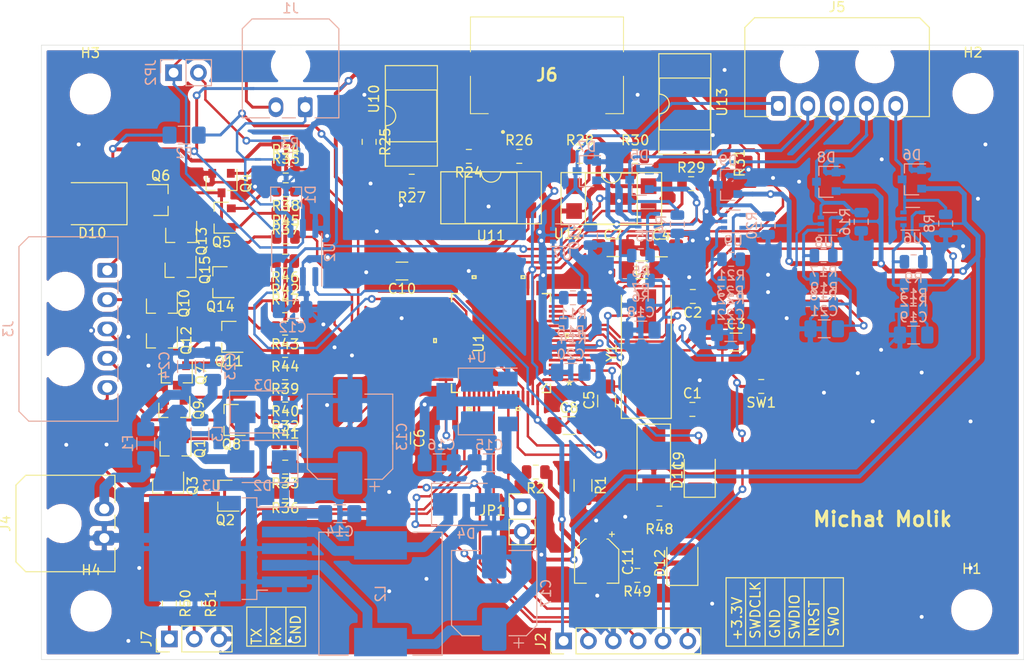
<source format=kicad_pcb>
(kicad_pcb (version 20171130) (host pcbnew "(5.1.6)-1")
  (layers (0 F.Cu signal hide) (31 B.Cu signal) (34 B.Paste user) (35 F.Paste user hide) (36 B.SilkS user) (37 F.SilkS user hide) (38 B.Mask user) (39 F.Mask user hide) (44 Edge.Cuts user))
  (net 0 "")
  (net 1 GND)
  (net 2 NRST)
  (net 3 "Net-(C4-Pad1)")
  (net 4 +3V3)
  (net 5 +5V)
  (net 6 "Net-(C13-Pad1)")
  (net 7 ADC_3)
  (net 8 ADC_0)
  (net 9 ADC_4)
  (net 10 ADC_1)
  (net 11 ADC_2)
  (net 12 "Net-(D2-Pad1)")
  (net 13 "Net-(D4-Pad1)")
  (net 14 ADC_IN3)
  (net 15 ADC_IN0)
  (net 16 ADC_IN4)
  (net 17 ADC_IN1)
  (net 18 ADC_IN2)
  (net 19 +BATT)
  (net 20 OUT_4)
  (net 21 OUT_3)
  (net 22 OUT_2)
  (net 23 OUT_1)
  (net 24 OUT_0)
  (net 25 SWO)
  (net 26 SWDIO)
  (net 27 SWDCLK)
  (net 28 CAN_L)
  (net 29 CAN_H)
  (net 30 zwora)
  (net 31 "Net-(JP2-Pad2)")
  (net 32 "Net-(Q1-Pad1)")
  (net 33 "Net-(Q7-Pad1)")
  (net 34 "Net-(R1-Pad1)")
  (net 35 "Net-(R5-Pad2)")
  (net 36 "Net-(R5-Pad1)")
  (net 37 "Net-(R9-Pad2)")
  (net 38 "Net-(R12-Pad1)")
  (net 39 "Net-(R11-Pad2)")
  (net 40 "Net-(R11-Pad1)")
  (net 41 "Net-(R17-Pad2)")
  (net 42 "Net-(R17-Pad1)")
  (net 43 "Net-(R21-Pad2)")
  (net 44 "Net-(R21-Pad1)")
  (net 45 "Net-(R24-Pad2)")
  (net 46 IN_0)
  (net 47 INPUT_0)
  (net 48 "Net-(R26-Pad2)")
  (net 49 IN_1)
  (net 50 INPUT_1)
  (net 51 "Net-(R28-Pad2)")
  (net 52 IN_2)
  (net 53 INPUT_2)
  (net 54 "Net-(R30-Pad2)")
  (net 55 IN_3)
  (net 56 INPUT_3)
  (net 57 OUTPUT_0)
  (net 58 OUTPUT_4)
  (net 59 OUTPUT_1)
  (net 60 OUTPUT_2)
  (net 61 OUTPUT_3)
  (net 62 CAN_TX)
  (net 63 CAN_RX)
  (net 64 +5VD)
  (net 65 "Net-(Q1-Pad3)")
  (net 66 "Net-(Q13-Pad3)")
  (net 67 "Net-(Q7-Pad3)")
  (net 68 "Net-(Q13-Pad1)")
  (net 69 "Net-(D10-Pad1)")
  (net 70 "Net-(Q4-Pad3)")
  (net 71 "Net-(Q4-Pad1)")
  (net 72 "Net-(Q10-Pad3)")
  (net 73 "Net-(Q10-Pad1)")
  (net 74 UART_TX)
  (net 75 UART_RX)
  (net 76 OSC_IN)
  (net 77 OSC_OUT)
  (net 78 DIODE_0)
  (net 79 "Net-(D11-Pad1)")
  (net 80 "Net-(D12-Pad1)")
  (net 81 "Net-(C23-Pad1)")
  (net 82 "Net-(J7-Pad2)")
  (net 83 "Net-(J7-Pad1)")
  (net 84 "Net-(Q2-Pad2)")
  (net 85 "Net-(Q5-Pad2)")
  (net 86 "Net-(Q8-Pad2)")
  (net 87 "Net-(Q11-Pad2)")
  (net 88 "Net-(Q14-Pad2)")
  (module Resistor_SMD:R_0805_2012Metric (layer F.Cu) (at 162.4965 86.995 180)
    (fp_text reference SW1 (at 0 -1.65) (layer F.SilkS))
    (fp_text value SW_Push)
    (pad 2 smd roundrect (at 0.9375 0 180) (size 0.975 1.4) (layers F.Cu F.Paste F.Mask) (net 2 NRST))
    (pad 1 smd roundrect (at -0.9375 0 180) (size 0.975 1.4) (layers F.Cu F.Paste F.Mask) (net 1 GND))
  )
  (module Resistor_SMD:R_0805_2012Metric (layer F.Cu) (at 158.6484 64.1327 270)
    (fp_text reference R31 (at 0 -1.65 90) (layer F.SilkS))
    (fp_text value R)
    (pad 2 smd roundrect (at 0.9375 0 270) (size 0.975 1.4) (layers F.Cu F.Paste F.Mask) (net 1 GND))
    (pad 1 smd roundrect (at -0.9375 0 270) (size 0.975 1.4) (layers F.Cu F.Paste F.Mask) (net 56 INPUT_3))
  )
  (module Resistor_SMD:R_0805_2012Metric (layer F.Cu) (at 104.5718 109.1946 270)
    (fp_text reference R51 (at 0 -1.65 90) (layer F.SilkS))
    (fp_text value R)
    (pad 2 smd roundrect (at 0.9375 0 270) (size 0.975 1.4) (layers F.Cu F.Paste F.Mask) (net 82 "Net-(J7-Pad2)"))
    (pad 1 smd roundrect (at -0.9375 0 270) (size 0.975 1.4) (layers F.Cu F.Paste F.Mask) (net 75 UART_RX))
  )
  (module Resistor_SMD:R_0805_2012Metric (layer F.Cu) (at 101.981 109.1923 270)
    (fp_text reference R50 (at 0 -1.65 90) (layer F.SilkS))
    (fp_text value R)
    (pad 2 smd roundrect (at 0.9375 0 270) (size 0.975 1.4) (layers F.Cu F.Paste F.Mask) (net 83 "Net-(J7-Pad1)"))
    (pad 1 smd roundrect (at -0.9375 0 270) (size 0.975 1.4) (layers F.Cu F.Paste F.Mask) (net 74 UART_TX))
  )
  (module Resistor_SMD:R_0805_2012Metric (layer F.Cu) (at 149.8323 106.3244 180)
    (fp_text reference R49 (at 0 -1.65) (layer F.SilkS))
    (fp_text value 5kOhm)
    (pad 2 smd roundrect (at 0.9375 0 180) (size 0.975 1.4) (layers F.Cu F.Paste F.Mask) (net 1 GND))
    (pad 1 smd roundrect (at -0.9375 0 180) (size 0.975 1.4) (layers F.Cu F.Paste F.Mask) (net 80 "Net-(D12-Pad1)"))
  )
  (module Resistor_SMD:R_0805_2012Metric (layer F.Cu) (at 152.0825 99.949 180)
    (fp_text reference R48 (at 0 -1.65) (layer F.SilkS))
    (fp_text value 1kOhm)
    (pad 2 smd roundrect (at 0.9375 0 180) (size 0.975 1.4) (layers F.Cu F.Paste F.Mask) (net 1 GND))
    (pad 1 smd roundrect (at -0.9375 0 180) (size 0.975 1.4) (layers F.Cu F.Paste F.Mask) (net 79 "Net-(D11-Pad1)"))
  )
  (module Resistor_SMD:R_0805_2012Metric (layer F.Cu) (at 113.819 76.454 180)
    (fp_text reference R47 (at 0 -1.65) (layer F.SilkS))
    (fp_text value 10k)
    (pad 2 smd roundrect (at 0.9375 0 180) (size 0.975 1.4) (layers F.Cu F.Paste F.Mask) (net 88 "Net-(Q14-Pad2)"))
    (pad 1 smd roundrect (at -0.9375 0 180) (size 0.975 1.4) (layers F.Cu F.Paste F.Mask) (net 64 +5VD))
  )
  (module Resistor_SMD:R_0805_2012Metric (layer F.Cu) (at 113.819 74.168 180)
    (fp_text reference R46 (at 0 -1.65) (layer F.SilkS))
    (fp_text value 10k)
    (pad 2 smd roundrect (at 0.9375 0 180) (size 0.975 1.4) (layers F.Cu F.Paste F.Mask) (net 66 "Net-(Q13-Pad3)"))
    (pad 1 smd roundrect (at -0.9375 0 180) (size 0.975 1.4) (layers F.Cu F.Paste F.Mask) (net 64 +5VD))
  )
  (module Resistor_SMD:R_0805_2012Metric (layer F.Cu) (at 113.8825 71.6915)
    (fp_text reference R45 (at 0 -1.65) (layer F.SilkS))
    (fp_text value 100R)
    (pad 2 smd roundrect (at 0.9375 0) (size 0.975 1.4) (layers F.Cu F.Paste F.Mask) (net 61 OUTPUT_3))
    (pad 1 smd roundrect (at -0.9375 0) (size 0.975 1.4) (layers F.Cu F.Paste F.Mask) (net 68 "Net-(Q13-Pad1)"))
  )
  (module Resistor_SMD:R_0805_2012Metric (layer F.Cu) (at 113.819 83.312 180)
    (fp_text reference R44 (at 0 -1.65) (layer F.SilkS))
    (fp_text value 10k)
    (pad 2 smd roundrect (at 0.9375 0 180) (size 0.975 1.4) (layers F.Cu F.Paste F.Mask) (net 87 "Net-(Q11-Pad2)"))
    (pad 1 smd roundrect (at -0.9375 0 180) (size 0.975 1.4) (layers F.Cu F.Paste F.Mask) (net 64 +5VD))
  )
  (module Resistor_SMD:R_0805_2012Metric (layer F.Cu) (at 113.819 81.026 180)
    (fp_text reference R43 (at 0 -1.65) (layer F.SilkS))
    (fp_text value 10k)
    (pad 2 smd roundrect (at 0.9375 0 180) (size 0.975 1.4) (layers F.Cu F.Paste F.Mask) (net 72 "Net-(Q10-Pad3)"))
    (pad 1 smd roundrect (at -0.9375 0 180) (size 0.975 1.4) (layers F.Cu F.Paste F.Mask) (net 64 +5VD))
  )
  (module Resistor_SMD:R_0805_2012Metric (layer F.Cu) (at 113.819 78.74)
    (fp_text reference R42 (at 0 -1.65) (layer F.SilkS))
    (fp_text value 100R)
    (pad 2 smd roundrect (at 0.9375 0) (size 0.975 1.4) (layers F.Cu F.Paste F.Mask) (net 60 OUTPUT_2))
    (pad 1 smd roundrect (at -0.9375 0) (size 0.975 1.4) (layers F.Cu F.Paste F.Mask) (net 73 "Net-(Q10-Pad1)"))
  )
  (module Resistor_SMD:R_0805_2012Metric (layer F.Cu) (at 113.8285 90.17 180)
    (fp_text reference R41 (at 0 -1.65) (layer F.SilkS))
    (fp_text value 10k)
    (pad 2 smd roundrect (at 0.9375 0 180) (size 0.975 1.4) (layers F.Cu F.Paste F.Mask) (net 86 "Net-(Q8-Pad2)"))
    (pad 1 smd roundrect (at -0.9375 0 180) (size 0.975 1.4) (layers F.Cu F.Paste F.Mask) (net 64 +5VD))
  )
  (module Resistor_SMD:R_0805_2012Metric (layer F.Cu) (at 113.8285 87.884 180)
    (fp_text reference R40 (at 0 -1.65) (layer F.SilkS))
    (fp_text value 10k)
    (pad 2 smd roundrect (at 0.9375 0 180) (size 0.975 1.4) (layers F.Cu F.Paste F.Mask) (net 67 "Net-(Q7-Pad3)"))
    (pad 1 smd roundrect (at -0.9375 0 180) (size 0.975 1.4) (layers F.Cu F.Paste F.Mask) (net 64 +5VD))
  )
  (module Resistor_SMD:R_0805_2012Metric (layer F.Cu) (at 113.819 85.598 180)
    (fp_text reference R39 (at 0 -1.65) (layer F.SilkS))
    (fp_text value 100R)
    (pad 2 smd roundrect (at 0.9375 0 180) (size 0.975 1.4) (layers F.Cu F.Paste F.Mask) (net 33 "Net-(Q7-Pad1)"))
    (pad 1 smd roundrect (at -0.9375 0 180) (size 0.975 1.4) (layers F.Cu F.Paste F.Mask) (net 59 OUTPUT_1))
  )
  (module Resistor_SMD:R_0805_2012Metric (layer F.Cu) (at 113.8825 66.8655 180)
    (fp_text reference R38 (at 0 -1.65) (layer F.SilkS))
    (fp_text value 10k)
    (pad 2 smd roundrect (at 0.9375 0 180) (size 0.975 1.4) (layers F.Cu F.Paste F.Mask) (net 85 "Net-(Q5-Pad2)"))
    (pad 1 smd roundrect (at -0.9375 0 180) (size 0.975 1.4) (layers F.Cu F.Paste F.Mask) (net 64 +5VD))
  )
  (module Resistor_SMD:R_0805_2012Metric (layer F.Cu) (at 113.8555 69.2785 180)
    (fp_text reference R37 (at 0 -1.65) (layer F.SilkS))
    (fp_text value 10k)
    (pad 2 smd roundrect (at 0.9375 0 180) (size 0.975 1.4) (layers F.Cu F.Paste F.Mask) (net 70 "Net-(Q4-Pad3)"))
    (pad 1 smd roundrect (at -0.9375 0 180) (size 0.975 1.4) (layers F.Cu F.Paste F.Mask) (net 64 +5VD))
  )
  (module Resistor_SMD:R_0805_2012Metric (layer F.Cu) (at 113.8285 97.79 180)
    (fp_text reference R36 (at 0 -1.65) (layer F.SilkS))
    (fp_text value 10k)
    (pad 2 smd roundrect (at 0.9375 0 180) (size 0.975 1.4) (layers F.Cu F.Paste F.Mask) (net 84 "Net-(Q2-Pad2)"))
    (pad 1 smd roundrect (at -0.9375 0 180) (size 0.975 1.4) (layers F.Cu F.Paste F.Mask) (net 64 +5VD))
  )
  (module Resistor_SMD:R_0805_2012Metric (layer F.Cu) (at 113.8825 62.0395 180)
    (fp_text reference R35 (at 0 -1.65) (layer F.SilkS))
    (fp_text value 10k)
    (pad 2 smd roundrect (at 0.9375 0 180) (size 0.975 1.4) (layers F.Cu F.Paste F.Mask) (net 69 "Net-(D10-Pad1)"))
    (pad 1 smd roundrect (at -0.9375 0 180) (size 0.975 1.4) (layers F.Cu F.Paste F.Mask) (net 64 +5VD))
  )
  (module Resistor_SMD:R_0805_2012Metric (layer F.Cu) (at 113.8825 64.4525)
    (fp_text reference R34 (at 0 -1.65) (layer F.SilkS))
    (fp_text value 100R)
    (pad 2 smd roundrect (at 0.9375 0) (size 0.975 1.4) (layers F.Cu F.Paste F.Mask) (net 58 OUTPUT_4))
    (pad 1 smd roundrect (at -0.9375 0) (size 0.975 1.4) (layers F.Cu F.Paste F.Mask) (net 71 "Net-(Q4-Pad1)"))
  )
  (module Resistor_SMD:R_0805_2012Metric (layer F.Cu) (at 113.8285 95.25 180)
    (fp_text reference R33 (at 0 -1.65) (layer F.SilkS))
    (fp_text value 10k)
    (pad 2 smd roundrect (at 0.9375 0 180) (size 0.975 1.4) (layers F.Cu F.Paste F.Mask) (net 65 "Net-(Q1-Pad3)"))
    (pad 1 smd roundrect (at -0.9375 0 180) (size 0.975 1.4) (layers F.Cu F.Paste F.Mask) (net 64 +5VD))
  )
  (module Resistor_SMD:R_0805_2012Metric (layer F.Cu) (at 113.8285 92.71)
    (fp_text reference R32 (at 0 -1.65) (layer F.SilkS))
    (fp_text value 100R)
    (pad 2 smd roundrect (at 0.9375 0) (size 0.975 1.4) (layers F.Cu F.Paste F.Mask) (net 57 OUTPUT_0))
    (pad 1 smd roundrect (at -0.9375 0) (size 0.975 1.4) (layers F.Cu F.Paste F.Mask) (net 32 "Net-(Q1-Pad1)"))
  )
  (module Resistor_SMD:R_0805_2012Metric (layer F.Cu) (at 149.606 63.454)
    (fp_text reference R30 (at 0 -1.65) (layer F.SilkS))
    (fp_text value 10k)
    (pad 2 smd roundrect (at 0.9375 0) (size 0.975 1.4) (layers F.Cu F.Paste F.Mask) (net 54 "Net-(R30-Pad2)"))
    (pad 1 smd roundrect (at -0.9375 0) (size 0.975 1.4) (layers F.Cu F.Paste F.Mask) (net 55 IN_3))
  )
  (module Resistor_SMD:R_0805_2012Metric (layer F.Cu) (at 155.3355 66.248)
    (fp_text reference R29 (at 0 -1.65) (layer F.SilkS))
    (fp_text value R)
    (pad 2 smd roundrect (at 0.9375 0) (size 0.975 1.4) (layers F.Cu F.Paste F.Mask) (net 1 GND))
    (pad 1 smd roundrect (at -0.9375 0) (size 0.975 1.4) (layers F.Cu F.Paste F.Mask) (net 53 INPUT_2))
  )
  (module Resistor_SMD:R_0805_2012Metric (layer F.Cu) (at 143.9595 63.454)
    (fp_text reference R28 (at 0 -1.65) (layer F.SilkS))
    (fp_text value 10k)
    (pad 2 smd roundrect (at 0.9375 0) (size 0.975 1.4) (layers F.Cu F.Paste F.Mask) (net 51 "Net-(R28-Pad2)"))
    (pad 1 smd roundrect (at -0.9375 0) (size 0.975 1.4) (layers F.Cu F.Paste F.Mask) (net 52 IN_2))
  )
  (module Resistor_SMD:R_0805_2012Metric (layer F.Cu) (at 126.7605 65.994 180)
    (fp_text reference R27 (at 0 -1.65) (layer F.SilkS))
    (fp_text value R)
    (pad 2 smd roundrect (at 0.9375 0 180) (size 0.975 1.4) (layers F.Cu F.Paste F.Mask) (net 1 GND))
    (pad 1 smd roundrect (at -0.9375 0 180) (size 0.975 1.4) (layers F.Cu F.Paste F.Mask) (net 50 INPUT_1))
  )
  (module Resistor_SMD:R_0805_2012Metric (layer F.Cu) (at 137.7585 63.454)
    (fp_text reference R26 (at 0 -1.65) (layer F.SilkS))
    (fp_text value 10k)
    (pad 2 smd roundrect (at 0.9375 0) (size 0.975 1.4) (layers F.Cu F.Paste F.Mask) (net 48 "Net-(R26-Pad2)"))
    (pad 1 smd roundrect (at -0.9375 0) (size 0.975 1.4) (layers F.Cu F.Paste F.Mask) (net 49 IN_1))
  )
  (module Resistor_SMD:R_0805_2012Metric (layer F.Cu) (at 122.406 61.9665 270)
    (fp_text reference R25 (at 0 -1.65 90) (layer F.SilkS))
    (fp_text value R)
    (pad 2 smd roundrect (at 0.9375 0 270) (size 0.975 1.4) (layers F.Cu F.Paste F.Mask) (net 1 GND))
    (pad 1 smd roundrect (at -0.9375 0 270) (size 0.975 1.4) (layers F.Cu F.Paste F.Mask) (net 47 INPUT_0))
  )
  (module Resistor_SMD:R_0805_2012Metric (layer F.Cu) (at 132.6025 63.454 180)
    (fp_text reference R24 (at 0 -1.65) (layer F.SilkS))
    (fp_text value 10k)
    (pad 2 smd roundrect (at 0.9375 0 180) (size 0.975 1.4) (layers F.Cu F.Paste F.Mask) (net 45 "Net-(R24-Pad2)"))
    (pad 1 smd roundrect (at -0.9375 0 180) (size 0.975 1.4) (layers F.Cu F.Paste F.Mask) (net 46 IN_0))
  )
  (module Resistor_SMD:R_0805_2012Metric (layer B.Cu) (at 159.3355 78.938 180)
    (fp_text reference R23 (at 0 1.65) (layer B.SilkS) (effects (justify mirror)))
    (fp_text value 10k)
    (pad 2 smd roundrect (at 0.9375 0 180) (size 0.975 1.4) (layers B.Cu B.Paste B.Mask) (net 1 GND))
    (pad 1 smd roundrect (at -0.9375 0 180) (size 0.975 1.4) (layers B.Cu B.Paste B.Mask) (net 11 ADC_2))
  )
  (module Resistor_SMD:R_0805_2012Metric (layer B.Cu) (at 159.4085 76.398)
    (fp_text reference R22 (at 0 1.65) (layer B.SilkS) (effects (justify mirror)))
    (fp_text value 5.1k)
    (pad 2 smd roundrect (at 0.9375 0) (size 0.975 1.4) (layers B.Cu B.Paste B.Mask) (net 11 ADC_2))
    (pad 1 smd roundrect (at -0.9375 0) (size 0.975 1.4) (layers B.Cu B.Paste B.Mask) (net 44 "Net-(R21-Pad1)"))
  )
  (module Resistor_SMD:R_0805_2012Metric (layer B.Cu) (at 159.4215 73.985)
    (fp_text reference R21 (at 0 1.65) (layer B.SilkS) (effects (justify mirror)))
    (fp_text value 11k)
    (pad 2 smd roundrect (at 0.9375 0) (size 0.975 1.4) (layers B.Cu B.Paste B.Mask) (net 43 "Net-(R21-Pad2)"))
    (pad 1 smd roundrect (at -0.9375 0) (size 0.975 1.4) (layers B.Cu B.Paste B.Mask) (net 44 "Net-(R21-Pad1)"))
  )
  (module Resistor_SMD:R_0805_2012Metric (layer B.Cu) (at 163.195 70.5215 270)
    (fp_text reference R20 (at 0 1.65 90) (layer B.SilkS) (effects (justify mirror)))
    (fp_text value "10k Ohm")
    (pad 2 smd roundrect (at 0.9375 0 270) (size 0.975 1.4) (layers B.Cu B.Paste B.Mask) (net 1 GND))
    (pad 1 smd roundrect (at -0.9375 0 270) (size 0.975 1.4) (layers B.Cu B.Paste B.Mask) (net 18 ADC_IN2))
  )
  (module Resistor_SMD:R_0805_2012Metric (layer B.Cu) (at 168.9335 78.557 180)
    (fp_text reference R19 (at 0 1.65) (layer B.SilkS) (effects (justify mirror)))
    (fp_text value 10k)
    (pad 2 smd roundrect (at 0.9375 0 180) (size 0.975 1.4) (layers B.Cu B.Paste B.Mask) (net 1 GND))
    (pad 1 smd roundrect (at -0.9375 0 180) (size 0.975 1.4) (layers B.Cu B.Paste B.Mask) (net 10 ADC_1))
  )
  (module Resistor_SMD:R_0805_2012Metric (layer B.Cu) (at 168.8605 76.017)
    (fp_text reference R18 (at 0 1.65) (layer B.SilkS) (effects (justify mirror)))
    (fp_text value 5.1k)
    (pad 2 smd roundrect (at 0.9375 0) (size 0.975 1.4) (layers B.Cu B.Paste B.Mask) (net 10 ADC_1))
    (pad 1 smd roundrect (at -0.9375 0) (size 0.975 1.4) (layers B.Cu B.Paste B.Mask) (net 42 "Net-(R17-Pad1)"))
  )
  (module Resistor_SMD:R_0805_2012Metric (layer B.Cu) (at 168.8735 73.604)
    (fp_text reference R17 (at 0 1.65) (layer B.SilkS) (effects (justify mirror)))
    (fp_text value 11k)
    (pad 2 smd roundrect (at 0.9375 0) (size 0.975 1.4) (layers B.Cu B.Paste B.Mask) (net 41 "Net-(R17-Pad2)"))
    (pad 1 smd roundrect (at -0.9375 0) (size 0.975 1.4) (layers B.Cu B.Paste B.Mask) (net 42 "Net-(R17-Pad1)"))
  )
  (module Resistor_SMD:R_0805_2012Metric (layer B.Cu) (at 172.72 70.1405 270)
    (fp_text reference R16 (at 0 1.65 90) (layer B.SilkS) (effects (justify mirror)))
    (fp_text value "10k Ohm")
    (pad 2 smd roundrect (at 0.9375 0 270) (size 0.975 1.4) (layers B.Cu B.Paste B.Mask) (net 1 GND))
    (pad 1 smd roundrect (at -0.9375 0 270) (size 0.975 1.4) (layers B.Cu B.Paste B.Mask) (net 17 ADC_IN1))
  )
  (module Resistor_SMD:R_0805_2012Metric (layer B.Cu) (at 143.0255 83.002 180)
    (fp_text reference R15 (at 0 1.65) (layer B.SilkS) (effects (justify mirror)))
    (fp_text value 10k)
    (pad 2 smd roundrect (at 0.9375 0 180) (size 0.975 1.4) (layers B.Cu B.Paste B.Mask) (net 1 GND))
    (pad 1 smd roundrect (at -0.9375 0 180) (size 0.975 1.4) (layers B.Cu B.Paste B.Mask) (net 9 ADC_4))
  )
  (module Resistor_SMD:R_0805_2012Metric (layer B.Cu) (at 143.243 80.462)
    (fp_text reference R14 (at 0 1.65) (layer B.SilkS) (effects (justify mirror)))
    (fp_text value 5.1k)
    (pad 2 smd roundrect (at 0.9375 0) (size 0.975 1.4) (layers B.Cu B.Paste B.Mask) (net 9 ADC_4))
    (pad 1 smd roundrect (at -0.9375 0) (size 0.975 1.4) (layers B.Cu B.Paste B.Mask) (net 40 "Net-(R11-Pad1)"))
  )
  (module Resistor_SMD:R_0805_2012Metric (layer B.Cu) (at 178.0775 79.192 180)
    (fp_text reference R13 (at 0 1.65) (layer B.SilkS) (effects (justify mirror)))
    (fp_text value 10k)
    (pad 2 smd roundrect (at 0.9375 0 180) (size 0.975 1.4) (layers B.Cu B.Paste B.Mask) (net 1 GND))
    (pad 1 smd roundrect (at -0.9375 0 180) (size 0.975 1.4) (layers B.Cu B.Paste B.Mask) (net 8 ADC_0))
  )
  (module Resistor_SMD:R_0805_2012Metric (layer B.Cu) (at 178.0775 76.652)
    (fp_text reference R12 (at 0 1.65) (layer B.SilkS) (effects (justify mirror)))
    (fp_text value 5.1k)
    (pad 2 smd roundrect (at 0.9375 0) (size 0.975 1.4) (layers B.Cu B.Paste B.Mask) (net 8 ADC_0))
    (pad 1 smd roundrect (at -0.9375 0) (size 0.975 1.4) (layers B.Cu B.Paste B.Mask) (net 38 "Net-(R12-Pad1)"))
  )
  (module Resistor_SMD:R_0805_2012Metric (layer B.Cu) (at 143.243 77.922)
    (fp_text reference R11 (at 0 1.65) (layer B.SilkS) (effects (justify mirror)))
    (fp_text value 11k)
    (pad 2 smd roundrect (at 0.9375 0) (size 0.975 1.4) (layers B.Cu B.Paste B.Mask) (net 39 "Net-(R11-Pad2)"))
    (pad 1 smd roundrect (at -0.9375 0) (size 0.975 1.4) (layers B.Cu B.Paste B.Mask) (net 40 "Net-(R11-Pad1)"))
  )
  (module Resistor_SMD:R_0805_2012Metric (layer B.Cu) (at 145.034 71.5915 270)
    (fp_text reference R10 (at 0 1.65 90) (layer B.SilkS) (effects (justify mirror)))
    (fp_text value "10k Ohm")
    (pad 2 smd roundrect (at 0.9375 0 270) (size 0.975 1.4) (layers B.Cu B.Paste B.Mask) (net 1 GND))
    (pad 1 smd roundrect (at -0.9375 0 270) (size 0.975 1.4) (layers B.Cu B.Paste B.Mask) (net 16 ADC_IN4))
  )
  (module Resistor_SMD:R_0805_2012Metric (layer B.Cu) (at 178.0775 74.239)
    (fp_text reference R9 (at 0 1.65) (layer B.SilkS) (effects (justify mirror)))
    (fp_text value 11k)
    (pad 2 smd roundrect (at 0.9375 0) (size 0.975 1.4) (layers B.Cu B.Paste B.Mask) (net 37 "Net-(R9-Pad2)"))
    (pad 1 smd roundrect (at -0.9375 0) (size 0.975 1.4) (layers B.Cu B.Paste B.Mask) (net 38 "Net-(R12-Pad1)"))
  )
  (module Resistor_SMD:R_0805_2012Metric (layer B.Cu) (at 181.356 70.3215 270)
    (fp_text reference R8 (at 0 1.65 90) (layer B.SilkS) (effects (justify mirror)))
    (fp_text value "10k Ohm")
    (pad 2 smd roundrect (at 0.9375 0 270) (size 0.975 1.4) (layers B.Cu B.Paste B.Mask) (net 1 GND))
    (pad 1 smd roundrect (at -0.9375 0 270) (size 0.975 1.4) (layers B.Cu B.Paste B.Mask) (net 15 ADC_IN0))
  )
  (module Resistor_SMD:R_0805_2012Metric (layer B.Cu) (at 150.1915 78.684 180)
    (fp_text reference R7 (at 0 1.65) (layer B.SilkS) (effects (justify mirror)))
    (fp_text value 10k)
    (pad 2 smd roundrect (at 0.9375 0 180) (size 0.975 1.4) (layers B.Cu B.Paste B.Mask) (net 1 GND))
    (pad 1 smd roundrect (at -0.9375 0 180) (size 0.975 1.4) (layers B.Cu B.Paste B.Mask) (net 7 ADC_3))
  )
  (module Resistor_SMD:R_0805_2012Metric (layer B.Cu) (at 150.1915 76.144)
    (fp_text reference R6 (at 0 1.65) (layer B.SilkS) (effects (justify mirror)))
    (fp_text value 5.1k)
    (pad 2 smd roundrect (at 0.9375 0) (size 0.975 1.4) (layers B.Cu B.Paste B.Mask) (net 7 ADC_3))
    (pad 1 smd roundrect (at -0.9375 0) (size 0.975 1.4) (layers B.Cu B.Paste B.Mask) (net 36 "Net-(R5-Pad1)"))
  )
  (module Resistor_SMD:R_0805_2012Metric (layer B.Cu) (at 150.1915 73.604)
    (fp_text reference R5 (at 0 1.65) (layer B.SilkS) (effects (justify mirror)))
    (fp_text value 11k)
    (pad 2 smd roundrect (at 0.9375 0) (size 0.975 1.4) (layers B.Cu B.Paste B.Mask) (net 35 "Net-(R5-Pad2)"))
    (pad 1 smd roundrect (at -0.9375 0) (size 0.975 1.4) (layers B.Cu B.Paste B.Mask) (net 36 "Net-(R5-Pad1)"))
  )
  (module Resistor_SMD:R_0805_2012Metric (layer B.Cu) (at 153.924 70.3945 270)
    (fp_text reference R4 (at 0 1.65 90) (layer B.SilkS) (effects (justify mirror)))
    (fp_text value "10k Ohm")
    (pad 2 smd roundrect (at 0.9375 0 270) (size 0.975 1.4) (layers B.Cu B.Paste B.Mask) (net 1 GND))
    (pad 1 smd roundrect (at -0.9375 0 270) (size 0.975 1.4) (layers B.Cu B.Paste B.Mask) (net 14 ADC_IN3))
  )
  (module Resistor_SMD:R_0805_2012Metric (layer B.Cu) (at 114.308 63.763 180)
    (fp_text reference R3 (at 0 1.65) (layer B.SilkS) (effects (justify mirror)))
    (fp_text value "120 Ohm")
    (pad 2 smd roundrect (at 0.9375 0 180) (size 0.975 1.4) (layers B.Cu B.Paste B.Mask) (net 28 CAN_L))
    (pad 1 smd roundrect (at -0.9375 0 180) (size 0.975 1.4) (layers B.Cu B.Paste B.Mask) (net 31 "Net-(JP2-Pad2)"))
  )
  (module Resistor_SMD:R_0805_2012Metric (layer F.Cu) (at 139.446 95.758 180)
    (fp_text reference R2 (at 0 -1.65) (layer F.SilkS))
    (fp_text value "10k Ohm")
    (pad 2 smd roundrect (at 0.9375 0 180) (size 0.975 1.4) (layers F.Cu F.Paste F.Mask) (net 30 zwora))
    (pad 1 smd roundrect (at -0.9375 0 180) (size 0.975 1.4) (layers F.Cu F.Paste F.Mask) (net 4 +3V3))
  )
  (module Package_TO_SOT_SMD:SOT-23 (layer F.Cu) (at 103.124 75.073 270)
    (fp_text reference Q15 (at 0 -2.5 90) (layer F.SilkS))
    (fp_text value BSS138W)
    (pad 3 smd rect (at 1 0 270) (size 0.9 0.8) (layers F.Cu F.Paste F.Mask) (net 21 OUT_3))
    (pad 2 smd rect (at -1 0.95 270) (size 0.9 0.8) (layers F.Cu F.Paste F.Mask) (net 1 GND))
    (pad 1 smd rect (at -1 -0.95 270) (size 0.9 0.8) (layers F.Cu F.Paste F.Mask) (net 66 "Net-(Q13-Pad3)"))
  )
  (module Package_TO_SOT_SMD:SOT-23 (layer F.Cu) (at 107.188 76.327 180)
    (fp_text reference Q14 (at 0 -2.5) (layer F.SilkS))
    (fp_text value BSS84AKW.115)
    (pad 3 smd rect (at 1 0 180) (size 0.9 0.8) (layers F.Cu F.Paste F.Mask) (net 21 OUT_3))
    (pad 2 smd rect (at -1 0.95 180) (size 0.9 0.8) (layers F.Cu F.Paste F.Mask) (net 88 "Net-(Q14-Pad2)"))
    (pad 1 smd rect (at -1 -0.95 180) (size 0.9 0.8) (layers F.Cu F.Paste F.Mask) (net 66 "Net-(Q13-Pad3)"))
  )
  (module Package_TO_SOT_SMD:SOT-23 (layer F.Cu) (at 101.219 82.296 270)
    (fp_text reference Q12 (at 0 -2.5 90) (layer F.SilkS))
    (fp_text value BSS138W)
    (pad 3 smd rect (at 1 0 270) (size 0.9 0.8) (layers F.Cu F.Paste F.Mask) (net 22 OUT_2))
    (pad 2 smd rect (at -1 0.95 270) (size 0.9 0.8) (layers F.Cu F.Paste F.Mask) (net 1 GND))
    (pad 1 smd rect (at -1 -0.95 270) (size 0.9 0.8) (layers F.Cu F.Paste F.Mask) (net 72 "Net-(Q10-Pad3)"))
  )
  (module Package_TO_SOT_SMD:SOT-23 (layer F.Cu) (at 108.1 81.915 180)
    (fp_text reference Q11 (at 0 -2.5) (layer F.SilkS))
    (fp_text value BSS84AKW.115)
    (pad 3 smd rect (at 1 0 180) (size 0.9 0.8) (layers F.Cu F.Paste F.Mask) (net 22 OUT_2))
    (pad 2 smd rect (at -1 0.95 180) (size 0.9 0.8) (layers F.Cu F.Paste F.Mask) (net 87 "Net-(Q11-Pad2)"))
    (pad 1 smd rect (at -1 -0.95 180) (size 0.9 0.8) (layers F.Cu F.Paste F.Mask) (net 72 "Net-(Q10-Pad3)"))
  )
  (module Package_TO_SOT_SMD:SOT-23 (layer F.Cu) (at 102.489 89.408 270)
    (fp_text reference Q9 (at 0 -2.5 90) (layer F.SilkS))
    (fp_text value BSS138W)
    (pad 3 smd rect (at 1 0 270) (size 0.9 0.8) (layers F.Cu F.Paste F.Mask) (net 23 OUT_1))
    (pad 2 smd rect (at -1 0.95 270) (size 0.9 0.8) (layers F.Cu F.Paste F.Mask) (net 1 GND))
    (pad 1 smd rect (at -1 -0.95 270) (size 0.9 0.8) (layers F.Cu F.Paste F.Mask) (net 67 "Net-(Q7-Pad3)"))
  )
  (module Package_TO_SOT_SMD:SOT-23 (layer F.Cu) (at 108.331 90.424 180)
    (fp_text reference Q8 (at 0 -2.5) (layer F.SilkS))
    (fp_text value BSS84AKW.115)
    (pad 3 smd rect (at 1 0 180) (size 0.9 0.8) (layers F.Cu F.Paste F.Mask) (net 23 OUT_1))
    (pad 2 smd rect (at -1 0.95 180) (size 0.9 0.8) (layers F.Cu F.Paste F.Mask) (net 86 "Net-(Q8-Pad2)"))
    (pad 1 smd rect (at -1 -0.95 180) (size 0.9 0.8) (layers F.Cu F.Paste F.Mask) (net 67 "Net-(Q7-Pad3)"))
  )
  (module Package_TO_SOT_SMD:SOT-23 (layer F.Cu) (at 101.092 67.9196)
    (fp_text reference Q6 (at 0 -2.5) (layer F.SilkS))
    (fp_text value BSS138W)
    (pad 3 smd rect (at 1 0) (size 0.9 0.8) (layers F.Cu F.Paste F.Mask) (net 20 OUT_4))
    (pad 2 smd rect (at -1 0.95) (size 0.9 0.8) (layers F.Cu F.Paste F.Mask) (net 1 GND))
    (pad 1 smd rect (at -1 -0.95) (size 0.9 0.8) (layers F.Cu F.Paste F.Mask) (net 70 "Net-(Q4-Pad3)"))
  )
  (module Package_TO_SOT_SMD:SOT-23 (layer F.Cu) (at 107.315 69.723 180)
    (fp_text reference Q5 (at 0 -2.5) (layer F.SilkS))
    (fp_text value BSS84AKW.115)
    (pad 3 smd rect (at 1 0 180) (size 0.9 0.8) (layers F.Cu F.Paste F.Mask) (net 20 OUT_4))
    (pad 2 smd rect (at -1 0.95 180) (size 0.9 0.8) (layers F.Cu F.Paste F.Mask) (net 85 "Net-(Q5-Pad2)"))
    (pad 1 smd rect (at -1 -0.95 180) (size 0.9 0.8) (layers F.Cu F.Paste F.Mask) (net 70 "Net-(Q4-Pad3)"))
  )
  (module Resistor_SMD:R_1206_3216Metric (layer F.Cu) (at 144.272 97.1185 270)
    (fp_text reference R1 (at 0 -1.82 90) (layer F.SilkS))
    (fp_text value 0R)
    (pad 2 smd roundrect (at 1.4 0 270) (size 1.25 1.75) (layers F.Cu F.Paste F.Mask) (roundrect_rratio 0.2) (net 1 GND))
    (pad 1 smd roundrect (at -1.4 0 270) (size 1.25 1.75) (layers F.Cu F.Paste F.Mask) (roundrect_rratio 0.2) (net 34 "Net-(R1-Pad1)"))
  )
  (module Package_TO_SOT_SMD:SOT-23 (layer F.Cu) (at 101.854 97.155 270)
    (fp_text reference Q3 (at 0 -2.5 90) (layer F.SilkS))
    (fp_text value BSS138W)
    (pad 3 smd rect (at 1 0 270) (size 0.9 0.8) (layers F.Cu F.Paste F.Mask) (net 24 OUT_0))
    (pad 2 smd rect (at -1 0.95 270) (size 0.9 0.8) (layers F.Cu F.Paste F.Mask) (net 1 GND))
    (pad 1 smd rect (at -1 -0.95 270) (size 0.9 0.8) (layers F.Cu F.Paste F.Mask) (net 65 "Net-(Q1-Pad3)"))
  )
  (module Package_TO_SOT_SMD:SOT-23 (layer F.Cu) (at 107.696 98.171 180)
    (fp_text reference Q2 (at 0 -2.5) (layer F.SilkS))
    (fp_text value BSS84AKW.115)
    (pad 3 smd rect (at 1 0 180) (size 0.9 0.8) (layers F.Cu F.Paste F.Mask) (net 24 OUT_0))
    (pad 2 smd rect (at -1 0.95 180) (size 0.9 0.8) (layers F.Cu F.Paste F.Mask) (net 84 "Net-(Q2-Pad2)"))
    (pad 1 smd rect (at -1 -0.95 180) (size 0.9 0.8) (layers F.Cu F.Paste F.Mask) (net 65 "Net-(Q1-Pad3)"))
  )
  (module Fuse:Fuse_1206_3216Metric_Pad1.42x1.75mm_HandSolder (layer B.Cu) (at 103.4875 61.2775)
    (fp_text reference F2 (at 0 1.82) (layer B.SilkS) (effects (justify mirror)))
    (fp_text value 100mA)
    (pad 2 smd roundrect (at 1.4875 0) (size 1.425 1.75) (layers B.Cu B.Paste B.Mask) (roundrect_rratio 0.175439) (net 5 +5V))
    (pad 1 smd roundrect (at -1.4875 0) (size 1.425 1.75) (layers B.Cu B.Paste B.Mask) (roundrect_rratio 0.175439) (net 69 "Net-(D10-Pad1)"))
  )
  (module Fuse:Fuse_1206_3216Metric_Pad1.42x1.75mm_HandSolder (layer B.Cu) (at 99.568 92.837 270)
    (fp_text reference F1 (at 0 1.82 90) (layer B.SilkS) (effects (justify mirror)))
    (fp_text value 200mA)
    (pad 2 smd roundrect (at 1.4875 0 270) (size 1.425 1.75) (layers B.Cu B.Paste B.Mask) (roundrect_rratio 0.175439) (net 19 +BATT))
    (pad 1 smd roundrect (at -1.4875 0 270) (size 1.425 1.75) (layers B.Cu B.Paste B.Mask) (roundrect_rratio 0.175439) (net 81 "Net-(C23-Pad1)"))
  )
  (module Diode_SMD:D_1210_3225Metric (layer F.Cu) (at 154.432 105.0655 90)
    (fp_text reference D12 (at 0 -2.28 90) (layer F.SilkS))
    (fp_text value D)
    (pad 2 smd roundrect (at 1.4 0 90) (size 1.25 2.65) (layers F.Cu F.Paste F.Mask) (roundrect_rratio 0.2) (net 4 +3V3))
    (pad 1 smd roundrect (at -1.4 0 90) (size 1.25 2.65) (layers F.Cu F.Paste F.Mask) (roundrect_rratio 0.2) (net 80 "Net-(D12-Pad1)"))
  )
  (module Diode_SMD:D_1210_3225Metric (layer F.Cu) (at 156.21 96.0485 90)
    (fp_text reference D11 (at 0 -2.28 90) (layer F.SilkS))
    (fp_text value D)
    (pad 2 smd roundrect (at 1.4 0 90) (size 1.25 2.65) (layers F.Cu F.Paste F.Mask) (roundrect_rratio 0.2) (net 78 DIODE_0))
    (pad 1 smd roundrect (at -1.4 0 90) (size 1.25 2.65) (layers F.Cu F.Paste F.Mask) (roundrect_rratio 0.2) (net 79 "Net-(D11-Pad1)"))
  )
  (module Capacitor_SMD:C_1206_3216Metric (layer B.Cu) (at 159.372 81.478 180)
    (fp_text reference C22 (at 0 1.82) (layer B.SilkS) (effects (justify mirror)))
    (fp_text value 0.1uF)
    (pad 2 smd roundrect (at 1.4 0 180) (size 1.25 1.75) (layers B.Cu B.Paste B.Mask) (roundrect_rratio 0.2) (net 1 GND))
    (pad 1 smd roundrect (at -1.4 0 180) (size 1.25 1.75) (layers B.Cu B.Paste B.Mask) (roundrect_rratio 0.2) (net 11 ADC_2))
  )
  (module Capacitor_SMD:C_1206_3216Metric (layer B.Cu) (at 168.9335 81.097 180)
    (fp_text reference C21 (at 0 1.82) (layer B.SilkS) (effects (justify mirror)))
    (fp_text value 0.1uF)
    (pad 2 smd roundrect (at 1.4 0 180) (size 1.25 1.75) (layers B.Cu B.Paste B.Mask) (roundrect_rratio 0.2) (net 1 GND))
    (pad 1 smd roundrect (at -1.4 0 180) (size 1.25 1.75) (layers B.Cu B.Paste B.Mask) (roundrect_rratio 0.2) (net 10 ADC_1))
  )
  (module Capacitor_SMD:C_1206_3216Metric (layer B.Cu) (at 143.0255 85.542 180)
    (fp_text reference C20 (at 0 1.82) (layer B.SilkS) (effects (justify mirror)))
    (fp_text value 0.1uF)
    (pad 2 smd roundrect (at 1.4 0 180) (size 1.25 1.75) (layers B.Cu B.Paste B.Mask) (roundrect_rratio 0.2) (net 1 GND))
    (pad 1 smd roundrect (at -1.4 0 180) (size 1.25 1.75) (layers B.Cu B.Paste B.Mask) (roundrect_rratio 0.2) (net 9 ADC_4))
  )
  (module Capacitor_SMD:C_1206_3216Metric (layer B.Cu) (at 178.0775 81.732 180)
    (fp_text reference C19 (at 0 1.82) (layer B.SilkS) (effects (justify mirror)))
    (fp_text value 0.1uF)
    (pad 2 smd roundrect (at 1.4 0 180) (size 1.25 1.75) (layers B.Cu B.Paste B.Mask) (roundrect_rratio 0.2) (net 1 GND))
    (pad 1 smd roundrect (at -1.4 0 180) (size 1.25 1.75) (layers B.Cu B.Paste B.Mask) (roundrect_rratio 0.2) (net 8 ADC_0))
  )
  (module Capacitor_SMD:C_1206_3216Metric (layer B.Cu) (at 150.1915 81.224 180)
    (fp_text reference C18 (at 0 1.82) (layer B.SilkS) (effects (justify mirror)))
    (fp_text value 0.1uF)
    (pad 2 smd roundrect (at 1.4 0 180) (size 1.25 1.75) (layers B.Cu B.Paste B.Mask) (roundrect_rratio 0.2) (net 1 GND))
    (pad 1 smd roundrect (at -1.4 0 180) (size 1.25 1.75) (layers B.Cu B.Paste B.Mask) (roundrect_rratio 0.2) (net 7 ADC_3))
  )
  (module Capacitor_SMD:C_1206_3216Metric (layer B.Cu) (at 114.581 79.121)
    (fp_text reference C12 (at 0 1.82) (layer B.SilkS) (effects (justify mirror)))
    (fp_text value 100nF)
    (pad 2 smd roundrect (at 1.4 0) (size 1.25 1.75) (layers B.Cu B.Paste B.Mask) (roundrect_rratio 0.2) (net 1 GND))
    (pad 1 smd roundrect (at -1.4 0) (size 1.25 1.75) (layers B.Cu B.Paste B.Mask) (roundrect_rratio 0.2) (net 5 +5V))
  )
  (module Capacitor_SMD:CP_Elec_4x5.7 (layer F.Cu) (at 145.669 104.8655 270)
    (fp_text reference C11 (at 0 -3.2 90) (layer F.SilkS))
    (fp_text value 1uF)
    (pad 2 smd roundrect (at 1.8 0 270) (size 2.6 1.6) (layers F.Cu F.Paste F.Mask) (roundrect_rratio 0.15625) (net 1 GND))
    (pad 1 smd roundrect (at -1.8 0 270) (size 2.6 1.6) (layers F.Cu F.Paste F.Mask) (roundrect_rratio 0.15625) (net 4 +3V3))
  )
  (module Capacitor_SMD:C_1206_3216Metric (layer F.Cu) (at 125.7665 75.184 180)
    (fp_text reference C10 (at 0 -1.82) (layer F.SilkS))
    (fp_text value 10nF)
    (pad 2 smd roundrect (at 1.4 0 180) (size 1.25 1.75) (layers F.Cu F.Paste F.Mask) (roundrect_rratio 0.2) (net 1 GND))
    (pad 1 smd roundrect (at -1.4 0 180) (size 1.25 1.75) (layers F.Cu F.Paste F.Mask) (roundrect_rratio 0.2) (net 4 +3V3))
  )
  (module Capacitor_Tantalum_SMD:CP_EIA-6032-15_Kemet-U (layer F.Cu) (at 151.511 94.605 270)
    (fp_text reference C9 (at 0 -2.55 90) (layer F.SilkS))
    (fp_text value 4,7uF)
    (pad 2 smd roundrect (at 2.4625 0 270) (size 2.075 2.35) (layers F.Cu F.Paste F.Mask) (roundrect_rratio 0.120482) (net 1 GND))
    (pad 1 smd roundrect (at -2.4625 0 270) (size 2.075 2.35) (layers F.Cu F.Paste F.Mask) (roundrect_rratio 0.120482) (net 4 +3V3))
  )
  (module Capacitor_SMD:C_1206_3216Metric (layer F.Cu) (at 159.9184 82.4484)
    (fp_text reference C3 (at 0 -1.82) (layer F.SilkS))
    (fp_text value 0.1uF)
    (pad 2 smd roundrect (at 1.4 0) (size 1.25 1.75) (layers F.Cu F.Paste F.Mask) (roundrect_rratio 0.2) (net 1 GND))
    (pad 1 smd roundrect (at -1.4 0) (size 1.25 1.75) (layers F.Cu F.Paste F.Mask) (roundrect_rratio 0.2) (net 2 NRST))
  )
  (module Capacitor_SMD:C_0805_2012Metric (layer F.Cu) (at 155.5025 77.7875 180)
    (fp_text reference C2 (at 0 -1.65) (layer F.SilkS))
    (fp_text value 20pF)
    (pad 2 smd roundrect (at 0.9375 0 180) (size 0.975 1.4) (layers F.Cu F.Paste F.Mask) (net 77 OSC_OUT))
    (pad 1 smd roundrect (at -0.9375 0 180) (size 0.975 1.4) (layers F.Cu F.Paste F.Mask) (net 1 GND))
  )
  (module Capacitor_SMD:C_0805_2012Metric (layer F.Cu) (at 155.457 89.3445)
    (fp_text reference C1 (at 0 -1.65) (layer F.SilkS))
    (fp_text value 20pF)
    (pad 2 smd roundrect (at 0.9375 0) (size 0.975 1.4) (layers F.Cu F.Paste F.Mask) (net 1 GND))
    (pad 1 smd roundrect (at -0.9375 0) (size 0.975 1.4) (layers F.Cu F.Paste F.Mask) (net 76 OSC_IN))
  )
  (module molex:436500412 (layer F.Cu) (at 140.589 55.118 180)
    (fp_text reference J6 (at 0 0) (layer F.SilkS) (effects (font (size 1.27 1.27) (thickness 0.254))))
    (fp_text value Conn_01x04_Female hide)
    (pad 1 smd rect (at 4.5 -4.135 180) (size 1.27 2.92) (layers F.Cu F.Paste F.Mask) (net 46 IN_0))
    (pad 2 smd rect (at 1.5 -4.135 180) (size 1.27 2.92) (layers F.Cu F.Paste F.Mask) (net 49 IN_1))
    (pad 3 smd rect (at -1.5 -4.135 180) (size 1.27 2.92) (layers F.Cu F.Paste F.Mask) (net 52 IN_2))
    (pad 4 smd rect (at -4.5 -4.135 180) (size 1.27 2.92) (layers F.Cu F.Paste F.Mask) (net 55 IN_3))
    (pad 5 smd rect (at -8.385 1.335 270) (size 1.65 3.43) (layers F.Cu F.Paste F.Mask))
    (pad 6 smd rect (at 8.385 1.335 270) (size 1.65 3.43) (layers F.Cu F.Paste F.Mask))
  )
  (module Inductor_SMD:L_1206_3216Metric (layer B.Cu) (at 105.1052 91.8302 90)
    (fp_text reference L3 (at 0 1.82 90) (layer B.SilkS) (effects (justify mirror)))
    (fp_text value L)
    (pad 2 smd roundrect (at 1.4 0 90) (size 1.25 1.75) (layers B.Cu B.Paste B.Mask) (roundrect_rratio 0.2) (net 81 "Net-(C23-Pad1)"))
    (pad 1 smd roundrect (at -1.4 0 90) (size 1.25 1.75) (layers B.Cu B.Paste B.Mask) (roundrect_rratio 0.2) (net 12 "Net-(D2-Pad1)"))
  )
  (module Connector_PinHeader_2.54mm:PinHeader_1x06_P2.54mm_Vertical (layer F.Cu) (at 142.2908 113.03 90)
    (fp_text reference J2 (at 0 -2.33 90) (layer F.SilkS))
    (fp_text value Conn_01x06_Male)
    (pad 6 thru_hole oval (at 0 12.7 90) (size 1.7 1.7) (drill 1) (layers *.Cu *.Mask) (net 25 SWO))
    (pad 5 thru_hole oval (at 0 10.16 90) (size 1.7 1.7) (drill 1) (layers *.Cu *.Mask) (net 2 NRST))
    (pad 4 thru_hole oval (at 0 7.62 90) (size 1.7 1.7) (drill 1) (layers *.Cu *.Mask) (net 26 SWDIO))
    (pad 3 thru_hole oval (at 0 5.08 90) (size 1.7 1.7) (drill 1) (layers *.Cu *.Mask) (net 1 GND))
    (pad 2 thru_hole oval (at 0 2.54 90) (size 1.7 1.7) (drill 1) (layers *.Cu *.Mask) (net 27 SWDCLK))
    (pad 1 thru_hole rect (at 0 0 90) (size 1.7 1.7) (drill 1) (layers *.Cu *.Mask) (net 4 +3V3))
  )
  (module Connector_Molex:Molex_Micro-Fit_3.0_43650-0500_1x05_P3.00mm_Horizontal (layer F.Cu) (at 164.2534 58.293)
    (fp_text reference J5 (at 6 -10.12) (layer F.SilkS))
    (fp_text value Conn_01x05_Female)
    (pad 5 thru_hole oval (at 12 0) (size 1.5 2.02) (drill 1.02) (layers *.Cu *.Mask) (net 15 ADC_IN0))
    (pad 4 thru_hole oval (at 9 0) (size 1.5 2.02) (drill 1.02) (layers *.Cu *.Mask) (net 17 ADC_IN1))
    (pad 3 thru_hole oval (at 6 0) (size 1.5 2.02) (drill 1.02) (layers *.Cu *.Mask) (net 18 ADC_IN2))
    (pad 2 thru_hole oval (at 3 0) (size 1.5 2.02) (drill 1.02) (layers *.Cu *.Mask) (net 14 ADC_IN3))
    (pad 1 thru_hole roundrect (at 0 0) (size 1.5 2.02) (drill 1.02) (layers *.Cu *.Mask) (roundrect_rratio 0.166667) (net 16 ADC_IN4))
    (pad "" np_thru_hole circle (at 9.85 -4.32) (size 3 3) (drill 3) (layers *.Cu *.Mask))
    (pad "" np_thru_hole circle (at 2.15 -4.32) (size 3 3) (drill 3) (layers *.Cu *.Mask))
  )
  (module Connector_Molex:Molex_Micro-Fit_3.0_43650-0200_1x02_P3.00mm_Horizontal (layer F.Cu) (at 95.3282 102.5158 90)
    (fp_text reference J4 (at 1.5 -10.12 90) (layer F.SilkS))
    (fp_text value Conn_01x02_Female)
    (pad 2 thru_hole oval (at 3 0 90) (size 1.5 2.02) (drill 1.02) (layers *.Cu *.Mask) (net 19 +BATT))
    (pad 1 thru_hole roundrect (at 0 0 90) (size 1.5 2.02) (drill 1.02) (layers *.Cu *.Mask) (roundrect_rratio 0.166667) (net 1 GND))
    (pad "" np_thru_hole circle (at 1.5 -4.32 90) (size 3 3) (drill 3) (layers *.Cu *.Mask))
  )
  (module Connector_Molex:Molex_Micro-Fit_3.0_43650-0500_1x05_P3.00mm_Horizontal (layer B.Cu) (at 95.633 75.113 270)
    (fp_text reference J3 (at 6 10.12 270) (layer B.SilkS) (effects (justify mirror)))
    (fp_text value Conn_01x05_Female)
    (pad 5 thru_hole oval (at 12 0 270) (size 1.5 2.02) (drill 1.02) (layers *.Cu *.Mask) (net 24 OUT_0))
    (pad 4 thru_hole oval (at 9 0 270) (size 1.5 2.02) (drill 1.02) (layers *.Cu *.Mask) (net 23 OUT_1))
    (pad 3 thru_hole oval (at 6 0 270) (size 1.5 2.02) (drill 1.02) (layers *.Cu *.Mask) (net 22 OUT_2))
    (pad 2 thru_hole oval (at 3 0 270) (size 1.5 2.02) (drill 1.02) (layers *.Cu *.Mask) (net 21 OUT_3))
    (pad 1 thru_hole roundrect (at 0 0 270) (size 1.5 2.02) (drill 1.02) (layers *.Cu *.Mask) (roundrect_rratio 0.166667) (net 20 OUT_4))
    (pad "" np_thru_hole circle (at 9.85 4.32 270) (size 3 3) (drill 3) (layers *.Cu *.Mask))
    (pad "" np_thru_hole circle (at 2.15 4.32 270) (size 3 3) (drill 3) (layers *.Cu *.Mask))
  )
  (module Connector_Molex:Molex_Micro-Fit_3.0_43650-0200_1x02_P3.00mm_Horizontal (layer B.Cu) (at 115.8748 58.42 180)
    (fp_text reference J1 (at 1.5 10.12) (layer B.SilkS) (effects (justify mirror)))
    (fp_text value Conn_01x02_Female)
    (pad 2 thru_hole oval (at 3 0 180) (size 1.5 2.02) (drill 1.02) (layers *.Cu *.Mask) (net 29 CAN_H))
    (pad 1 thru_hole roundrect (at 0 0 180) (size 1.5 2.02) (drill 1.02) (layers *.Cu *.Mask) (roundrect_rratio 0.166667) (net 28 CAN_L))
    (pad "" np_thru_hole circle (at 1.5 4.32 180) (size 3 3) (drill 3) (layers *.Cu *.Mask))
  )
  (module MountingHole:MountingHole_3.2mm_M3 (layer F.Cu) (at 93.98 109.982)
    (fp_text reference H4 (at 0 -4.2) (layer F.SilkS))
    (fp_text value MountingHole)
    (pad 1 np_thru_hole circle (at 0 0) (size 3.2 3.2) (drill 3.2) (layers *.Cu *.Mask))
  )
  (module Connector_PinHeader_2.54mm:PinHeader_1x03_P2.54mm_Vertical (layer F.Cu) (at 101.981 112.8268 90)
    (fp_text reference J7 (at 0 -2.33 90) (layer F.SilkS))
    (fp_text value Conn_01x03_Male)
    (pad 3 thru_hole oval (at 0 5.08 90) (size 1.7 1.7) (drill 1) (layers *.Cu *.Mask) (net 1 GND))
    (pad 2 thru_hole oval (at 0 2.54 90) (size 1.7 1.7) (drill 1) (layers *.Cu *.Mask) (net 82 "Net-(J7-Pad2)"))
    (pad 1 thru_hole rect (at 0 0 90) (size 1.7 1.7) (drill 1) (layers *.Cu *.Mask) (net 83 "Net-(J7-Pad1)"))
  )
  (module Capacitor_SMD:C_1206_3216Metric (layer B.Cu) (at 103.7336 84.966 90)
    (fp_text reference C24 (at 0.13 -2.2606 90) (layer B.SilkS) (effects (justify mirror)))
    (fp_text value C)
    (pad 2 smd roundrect (at 1.4 0 90) (size 1.25 1.75) (layers B.Cu B.Paste B.Mask) (roundrect_rratio 0.2) (net 1 GND))
    (pad 1 smd roundrect (at -1.4 0 90) (size 1.25 1.75) (layers B.Cu B.Paste B.Mask) (roundrect_rratio 0.2) (net 81 "Net-(C23-Pad1)"))
  )
  (module Capacitor_SMD:C_1206_3216Metric (layer B.Cu) (at 106.4006 84.9346 90)
    (fp_text reference C23 (at 0 1.82 90) (layer B.SilkS) (effects (justify mirror)))
    (fp_text value C)
    (pad 2 smd roundrect (at 1.4 0 90) (size 1.25 1.75) (layers B.Cu B.Paste B.Mask) (roundrect_rratio 0.2) (net 1 GND))
    (pad 1 smd roundrect (at -1.4 0 90) (size 1.25 1.75) (layers B.Cu B.Paste B.Mask) (roundrect_rratio 0.2) (net 81 "Net-(C23-Pad1)"))
  )
  (module Crystal:Crystal_SMD_HC49-SD (layer F.Cu) (at 150.749 83.5615 90)
    (fp_text reference Y1 (at 0 -3.55 90) (layer F.SilkS))
    (fp_text value 16MHz)
    (pad 2 smd rect (at 4.25 0 90) (size 4.5 2) (layers F.Cu F.Paste F.Mask) (net 77 OSC_OUT))
    (pad 1 smd rect (at -4.25 0 90) (size 4.5 2) (layers F.Cu F.Paste F.Mask) (net 76 OSC_IN))
  )
  (module Package_TO_SOT_SMD:TO-263-5_TabPin3 (layer B.Cu) (at 107.9715 103.5875 180)
    (fp_text reference U3 (at 1.6725 6.4325 180) (layer B.SilkS) (effects (justify mirror)))
    (fp_text value LM2596S-5)
    (pad 3 smd rect (at 3.375 0 180) (size 9.4 10.8) (layers B.Cu B.Mask) (net 1 GND))
    (pad 5 smd rect (at -5.775 -3.4 180) (size 4.6 1.1) (layers B.Cu B.Paste B.Mask) (net 1 GND))
    (pad 4 smd rect (at -5.775 -1.7 180) (size 4.6 1.1) (layers B.Cu B.Paste B.Mask) (net 5 +5V))
    (pad 3 smd rect (at -5.775 0 180) (size 4.6 1.1) (layers B.Cu B.Paste B.Mask) (net 1 GND))
    (pad 2 smd rect (at -5.775 1.7 180) (size 4.6 1.1) (layers B.Cu B.Paste B.Mask) (net 13 "Net-(D4-Pad1)"))
    (pad 1 smd rect (at -5.775 3.4 180) (size 4.6 1.1) (layers B.Cu B.Paste B.Mask) (net 6 "Net-(C13-Pad1)"))
  )
  (module Capacitor_SMD:C_1206_3216Metric_Pad1.42x1.75mm_HandSolder (layer B.Cu) (at 129.567 94.8055)
    (fp_text reference C16 (at 0.227 -1.8415 180) (layer B.SilkS) (effects (justify mirror)))
    (fp_text value 100nF)
    (pad 2 smd roundrect (at 1.4875 0) (size 1.425 1.75) (layers B.Cu B.Paste B.Mask) (roundrect_rratio 0.175439) (net 1 GND))
    (pad 1 smd roundrect (at -1.4875 0) (size 1.425 1.75) (layers B.Cu B.Paste B.Mask) (roundrect_rratio 0.175439) (net 4 +3V3))
  )
  (module Package_TO_SOT_SMD:SOT-223-3_TabPin2 (layer B.Cu) (at 133.4379 88.5313 180)
    (fp_text reference U4 (at 0 4.5) (layer B.SilkS) (effects (justify mirror)))
    (fp_text value LM1117-3.3)
    (pad 1 smd rect (at -3.15 2.3 180) (size 2 1.5) (layers B.Cu B.Paste B.Mask) (net 1 GND))
    (pad 3 smd rect (at -3.15 -2.3 180) (size 2 1.5) (layers B.Cu B.Paste B.Mask) (net 5 +5V))
    (pad 2 smd rect (at -3.15 0 180) (size 2 1.5) (layers B.Cu B.Paste B.Mask) (net 4 +3V3))
    (pad 2 smd rect (at 3.15 0 180) (size 2 3.8) (layers B.Cu B.Paste B.Mask) (net 4 +3V3))
  )
  (module Package_SO:SOIC-8_3.9x4.9mm_P1.27mm (layer B.Cu) (at 115.0015 73.286 90)
    (fp_text reference U2 (at 0 3.4 270) (layer B.SilkS) (effects (justify mirror)))
    (fp_text value MCP2562-H-SN)
    (pad 8 smd roundrect (at 2.475 1.905 90) (size 1.95 0.6) (layers B.Cu B.Paste B.Mask) (net 1 GND))
    (pad 7 smd roundrect (at 2.475 0.635 90) (size 1.95 0.6) (layers B.Cu B.Paste B.Mask) (net 29 CAN_H))
    (pad 6 smd roundrect (at 2.475 -0.635 90) (size 1.95 0.6) (layers B.Cu B.Paste B.Mask) (net 28 CAN_L))
    (pad 5 smd roundrect (at 2.475 -1.905 90) (size 1.95 0.6) (layers B.Cu B.Paste B.Mask) (net 4 +3V3))
    (pad 4 smd roundrect (at -2.475 -1.905 90) (size 1.95 0.6) (layers B.Cu B.Paste B.Mask) (net 63 CAN_RX))
    (pad 3 smd roundrect (at -2.475 -0.635 90) (size 1.95 0.6) (layers B.Cu B.Paste B.Mask) (net 5 +5V))
    (pad 2 smd roundrect (at -2.475 0.635 90) (size 1.95 0.6) (layers B.Cu B.Paste B.Mask) (net 1 GND))
    (pad 1 smd roundrect (at -2.475 1.905 90) (size 1.95 0.6) (layers B.Cu B.Paste B.Mask) (net 62 CAN_TX))
  )
  (module Package_TO_SOT_SMD:SOT-23 (layer F.Cu) (at 101.219 78.74 270)
    (fp_text reference Q10 (at -0.254 -2.286 90) (layer F.SilkS))
    (fp_text value BC817)
    (pad 3 smd rect (at 1 0 270) (size 0.9 0.8) (layers F.Cu F.Paste F.Mask) (net 72 "Net-(Q10-Pad3)"))
    (pad 2 smd rect (at -1 0.95 270) (size 0.9 0.8) (layers F.Cu F.Paste F.Mask) (net 1 GND))
    (pad 1 smd rect (at -1 -0.95 270) (size 0.9 0.8) (layers F.Cu F.Paste F.Mask) (net 73 "Net-(Q10-Pad1)"))
  )
  (module Package_TO_SOT_SMD:SOT-353_SC-70-5 (layer B.Cu) (at 177.988 69.835)
    (fp_text reference U6 (at 0 2) (layer B.SilkS) (effects (justify mirror)))
    (fp_text value MCP6001x-LT)
    (pad 5 smd rect (at 0.95 0.65) (size 0.65 0.4) (layers B.Cu B.Paste B.Mask) (net 5 +5V))
    (pad 4 smd rect (at 0.95 -0.65) (size 0.65 0.4) (layers B.Cu B.Paste B.Mask) (net 37 "Net-(R9-Pad2)"))
    (pad 2 smd rect (at -0.95 0) (size 0.65 0.4) (layers B.Cu B.Paste B.Mask) (net 1 GND))
    (pad 3 smd rect (at -0.95 -0.65) (size 0.65 0.4) (layers B.Cu B.Paste B.Mask) (net 15 ADC_IN0))
    (pad 1 smd rect (at -0.95 0.65) (size 0.65 0.4) (layers B.Cu B.Paste B.Mask) (net 38 "Net-(R12-Pad1)"))
  )
  (module Package_TO_SOT_SMD:SOT-23 (layer F.Cu) (at 102.743 85.868 270)
    (fp_text reference Q7 (at 0 -2.5 90) (layer F.SilkS))
    (fp_text value BC817)
    (pad 3 smd rect (at 1 0 270) (size 0.9 0.8) (layers F.Cu F.Paste F.Mask) (net 67 "Net-(Q7-Pad3)"))
    (pad 2 smd rect (at -1 0.95 270) (size 0.9 0.8) (layers F.Cu F.Paste F.Mask) (net 1 GND))
    (pad 1 smd rect (at -1 -0.95 270) (size 0.9 0.8) (layers F.Cu F.Paste F.Mask) (net 33 "Net-(Q7-Pad1)"))
  )
  (module Package_TO_SOT_SMD:SOT-23 (layer F.Cu) (at 102.616 93.345 270)
    (fp_text reference Q1 (at 0 -2.5 90) (layer F.SilkS))
    (fp_text value BC817)
    (pad 3 smd rect (at 1 0 270) (size 0.9 0.8) (layers F.Cu F.Paste F.Mask) (net 65 "Net-(Q1-Pad3)"))
    (pad 2 smd rect (at -1 0.95 270) (size 0.9 0.8) (layers F.Cu F.Paste F.Mask) (net 1 GND))
    (pad 1 smd rect (at -1 -0.95 270) (size 0.9 0.8) (layers F.Cu F.Paste F.Mask) (net 32 "Net-(Q1-Pad1)"))
  )
  (module Package_TO_SOT_SMD:SOT-23 (layer F.Cu) (at 103.19 71.501 270)
    (fp_text reference Q13 (at 0.635 -2.093 90) (layer F.SilkS))
    (fp_text value BC817)
    (pad 3 smd rect (at 1 0 270) (size 0.9 0.8) (layers F.Cu F.Paste F.Mask) (net 66 "Net-(Q13-Pad3)"))
    (pad 2 smd rect (at -1 0.95 270) (size 0.9 0.8) (layers F.Cu F.Paste F.Mask) (net 1 GND))
    (pad 1 smd rect (at -1 -0.95 270) (size 0.9 0.8) (layers F.Cu F.Paste F.Mask) (net 68 "Net-(Q13-Pad1)"))
  )
  (module Package_TO_SOT_SMD:SOT-23 (layer F.Cu) (at 107.315 66.183 270)
    (fp_text reference Q4 (at 0 -2.5 90) (layer F.SilkS))
    (fp_text value BC817)
    (pad 3 smd rect (at 1 0 270) (size 0.9 0.8) (layers F.Cu F.Paste F.Mask) (net 70 "Net-(Q4-Pad3)"))
    (pad 2 smd rect (at -1 0.95 270) (size 0.9 0.8) (layers F.Cu F.Paste F.Mask) (net 1 GND))
    (pad 1 smd rect (at -1 -0.95 270) (size 0.9 0.8) (layers F.Cu F.Paste F.Mask) (net 71 "Net-(Q4-Pad1)"))
  )
  (module Package_TO_SOT_SMD:SOT-353_SC-70-5 (layer B.Cu) (at 150.876 69.977)
    (fp_text reference U5 (at -0.254 1.651) (layer B.SilkS) (effects (justify mirror)))
    (fp_text value MCP6001x-LT)
    (pad 5 smd rect (at 0.95 0.65) (size 0.65 0.4) (layers B.Cu B.Paste B.Mask) (net 5 +5V))
    (pad 4 smd rect (at 0.95 -0.65) (size 0.65 0.4) (layers B.Cu B.Paste B.Mask) (net 35 "Net-(R5-Pad2)"))
    (pad 2 smd rect (at -0.95 0) (size 0.65 0.4) (layers B.Cu B.Paste B.Mask) (net 1 GND))
    (pad 3 smd rect (at -0.95 -0.65) (size 0.65 0.4) (layers B.Cu B.Paste B.Mask) (net 14 ADC_IN3))
    (pad 1 smd rect (at -0.95 0.65) (size 0.65 0.4) (layers B.Cu B.Paste B.Mask) (net 36 "Net-(R5-Pad1)"))
  )
  (module Package_DIP:DIP-4_W7.62mm_SMDSocket_SmallPads (layer F.Cu) (at 134.874 67.691)
    (fp_text reference U11 (at 0 3.879) (layer F.SilkS))
    (fp_text value EL817)
    (pad 4 smd rect (at 3.81 -1.27) (size 1.6 1.6) (layers F.Cu F.Paste F.Mask) (net 4 +3V3))
    (pad 2 smd rect (at -3.81 1.27) (size 1.6 1.6) (layers F.Cu F.Paste F.Mask) (net 1 GND))
    (pad 3 smd rect (at 3.81 1.27) (size 1.6 1.6) (layers F.Cu F.Paste F.Mask) (net 50 INPUT_1))
    (pad 1 smd rect (at -3.81 -1.27) (size 1.6 1.6) (layers F.Cu F.Paste F.Mask) (net 48 "Net-(R26-Pad2)"))
  )
  (module Package_TO_SOT_SMD:SOT-23 (layer B.Cu) (at 144.669 64.958 180)
    (fp_text reference D7 (at 0 2.5 180) (layer B.SilkS) (effects (justify mirror)))
    (fp_text value BAT54S)
    (pad 3 smd rect (at 1 0 180) (size 0.9 0.8) (layers B.Cu B.Paste B.Mask) (net 16 ADC_IN4))
    (pad 2 smd rect (at -1 -0.95 180) (size 0.9 0.8) (layers B.Cu B.Paste B.Mask) (net 5 +5V))
    (pad 1 smd rect (at -1 0.95 180) (size 0.9 0.8) (layers B.Cu B.Paste B.Mask) (net 1 GND))
  )
  (module Package_TO_SOT_SMD:SOT-23 (layer B.Cu) (at 177.899 65.804 180)
    (fp_text reference D6 (at 0 2.5 180) (layer B.SilkS) (effects (justify mirror)))
    (fp_text value BAT54S)
    (pad 3 smd rect (at 1 0 180) (size 0.9 0.8) (layers B.Cu B.Paste B.Mask) (net 15 ADC_IN0))
    (pad 2 smd rect (at -1 -0.95 180) (size 0.9 0.8) (layers B.Cu B.Paste B.Mask) (net 5 +5V))
    (pad 1 smd rect (at -1 0.95 180) (size 0.9 0.8) (layers B.Cu B.Paste B.Mask) (net 1 GND))
  )
  (module MountingHole:MountingHole_3.2mm_M3 (layer F.Cu) (at 93.9 57.07)
    (fp_text reference H3 (at 0 -4.2) (layer F.SilkS))
    (fp_text value MountingHole)
    (pad 1 np_thru_hole circle (at 0 0) (size 3.2 3.2) (drill 3.2) (layers *.Cu *.Mask))
  )
  (module MountingHole:MountingHole_3.2mm_M3 (layer F.Cu) (at 184.15 57.023)
    (fp_text reference H2 (at 0 -4.2) (layer F.SilkS))
    (fp_text value MountingHole)
    (pad 1 np_thru_hole circle (at 0 0) (size 3.2 3.2) (drill 3.2) (layers *.Cu *.Mask))
  )
  (module MountingHole:MountingHole_3.2mm_M3 (layer F.Cu) (at 184.023 109.855)
    (fp_text reference H1 (at 0 -4.2) (layer F.SilkS))
    (fp_text value MountingHole)
    (pad 1 np_thru_hole circle (at 0 0) (size 3.2 3.2) (drill 3.2) (layers *.Cu *.Mask))
  )
  (module Package_TO_SOT_SMD:SOT-23 (layer B.Cu) (at 159.099 66.36 180)
    (fp_text reference D9 (at 0 2.5 180) (layer B.SilkS) (effects (justify mirror)))
    (fp_text value BAT54S)
    (pad 3 smd rect (at 1 0 180) (size 0.9 0.8) (layers B.Cu B.Paste B.Mask) (net 18 ADC_IN2))
    (pad 2 smd rect (at -1 -0.95 180) (size 0.9 0.8) (layers B.Cu B.Paste B.Mask) (net 5 +5V))
    (pad 1 smd rect (at -1 0.95 180) (size 0.9 0.8) (layers B.Cu B.Paste B.Mask) (net 1 GND))
  )
  (module Package_TO_SOT_SMD:SOT-23 (layer B.Cu) (at 169.149 66.054 180)
    (fp_text reference D8 (at 0 2.5 180) (layer B.SilkS) (effects (justify mirror)))
    (fp_text value BAT54S)
    (pad 3 smd rect (at 1 0 180) (size 0.9 0.8) (layers B.Cu B.Paste B.Mask) (net 17 ADC_IN1))
    (pad 2 smd rect (at -1 -0.95 180) (size 0.9 0.8) (layers B.Cu B.Paste B.Mask) (net 5 +5V))
    (pad 1 smd rect (at -1 0.95 180) (size 0.9 0.8) (layers B.Cu B.Paste B.Mask) (net 1 GND))
  )
  (module Capacitor_SMD:C_1206_3216Metric_Pad1.42x1.75mm_HandSolder (layer F.Cu) (at 146.685 88.4825 270)
    (fp_text reference C5 (at -0.0905 1.778 90) (layer F.SilkS))
    (fp_text value 100nF)
    (pad 2 smd roundrect (at 1.4875 0 270) (size 1.425 1.75) (layers F.Cu F.Paste F.Mask) (roundrect_rratio 0.175439) (net 1 GND))
    (pad 1 smd roundrect (at -1.4875 0 270) (size 1.425 1.75) (layers F.Cu F.Paste F.Mask) (roundrect_rratio 0.175439) (net 4 +3V3))
  )
  (module Capacitor_SMD:C_1206_3216Metric_Pad1.42x1.75mm_HandSolder (layer F.Cu) (at 147.3311 72.7964)
    (fp_text reference C7 (at -0.0111 -1.2954) (layer F.SilkS))
    (fp_text value 100nF)
    (pad 2 smd roundrect (at 1.4875 0) (size 1.425 1.75) (layers F.Cu F.Paste F.Mask) (roundrect_rratio 0.175439) (net 1 GND))
    (pad 1 smd roundrect (at -1.4875 0) (size 1.425 1.75) (layers F.Cu F.Paste F.Mask) (roundrect_rratio 0.175439) (net 4 +3V3))
  )
  (module Package_TO_SOT_SMD:SOT-353_SC-70-5 (layer B.Cu) (at 159.639 70.104)
    (fp_text reference U9 (at 0 2) (layer B.SilkS) (effects (justify mirror)))
    (fp_text value MCP6001x-LT)
    (pad 5 smd rect (at 0.95 0.65) (size 0.65 0.4) (layers B.Cu B.Paste B.Mask) (net 5 +5V))
    (pad 4 smd rect (at 0.95 -0.65) (size 0.65 0.4) (layers B.Cu B.Paste B.Mask) (net 43 "Net-(R21-Pad2)"))
    (pad 2 smd rect (at -0.95 0) (size 0.65 0.4) (layers B.Cu B.Paste B.Mask) (net 1 GND))
    (pad 3 smd rect (at -0.95 -0.65) (size 0.65 0.4) (layers B.Cu B.Paste B.Mask) (net 18 ADC_IN2))
    (pad 1 smd rect (at -0.95 0.65) (size 0.65 0.4) (layers B.Cu B.Paste B.Mask) (net 44 "Net-(R21-Pad1)"))
  )
  (module Inductor_SMD:L_1206_3216Metric_Pad1.42x1.75mm_HandSolder (layer F.Cu) (at 150.2807 75.057)
    (fp_text reference L1 (at 0.0873 0) (layer F.SilkS))
    (fp_text value L)
    (pad 2 smd roundrect (at 1.4875 0) (size 1.425 1.75) (layers F.Cu F.Paste F.Mask) (roundrect_rratio 0.175439) (net 3 "Net-(C4-Pad1)"))
    (pad 1 smd roundrect (at -1.4875 0) (size 1.425 1.75) (layers F.Cu F.Paste F.Mask) (roundrect_rratio 0.175439) (net 4 +3V3))
  )
  (module Connector_PinHeader_2.54mm:PinHeader_1x02_P2.54mm_Vertical (layer F.Cu) (at 138.049 99.314)
    (fp_text reference JP1 (at -3.048 0.381) (layer F.SilkS))
    (fp_text value Jumper_2_Bridged)
    (pad 2 thru_hole oval (at 0 2.54) (size 1.7 1.7) (drill 1) (layers *.Cu *.Mask) (net 1 GND))
    (pad 1 thru_hole rect (at 0 0) (size 1.7 1.7) (drill 1) (layers *.Cu *.Mask) (net 30 zwora))
  )
  (module Package_TO_SOT_SMD:SOT-353_SC-70-5 (layer B.Cu) (at 169.545 70.358)
    (fp_text reference U8 (at -0.635 1.905) (layer B.SilkS) (effects (justify mirror)))
    (fp_text value MCP6001x-LT)
    (pad 5 smd rect (at 0.95 0.65) (size 0.65 0.4) (layers B.Cu B.Paste B.Mask) (net 5 +5V))
    (pad 4 smd rect (at 0.95 -0.65) (size 0.65 0.4) (layers B.Cu B.Paste B.Mask) (net 41 "Net-(R17-Pad2)"))
    (pad 2 smd rect (at -0.95 0) (size 0.65 0.4) (layers B.Cu B.Paste B.Mask) (net 1 GND))
    (pad 3 smd rect (at -0.95 -0.65) (size 0.65 0.4) (layers B.Cu B.Paste B.Mask) (net 17 ADC_IN1))
    (pad 1 smd rect (at -0.95 0.65) (size 0.65 0.4) (layers B.Cu B.Paste B.Mask) (net 42 "Net-(R17-Pad1)"))
  )
  (module Package_TO_SOT_SMD:SOT-353_SC-70-5 (layer B.Cu) (at 142.174 71.516)
    (fp_text reference U7 (at 0 2) (layer B.SilkS) (effects (justify mirror)))
    (fp_text value MCP6001x-LT)
    (pad 5 smd rect (at 0.95 0.65) (size 0.65 0.4) (layers B.Cu B.Paste B.Mask) (net 5 +5V))
    (pad 4 smd rect (at 0.95 -0.65) (size 0.65 0.4) (layers B.Cu B.Paste B.Mask) (net 39 "Net-(R11-Pad2)"))
    (pad 2 smd rect (at -0.95 0) (size 0.65 0.4) (layers B.Cu B.Paste B.Mask) (net 1 GND))
    (pad 3 smd rect (at -0.95 -0.65) (size 0.65 0.4) (layers B.Cu B.Paste B.Mask) (net 16 ADC_IN4))
    (pad 1 smd rect (at -0.95 0.65) (size 0.65 0.4) (layers B.Cu B.Paste B.Mask) (net 40 "Net-(R11-Pad1)"))
  )
  (module Diode_SMD:D_SMB (layer B.Cu) (at 111.5695 94.6785 180)
    (fp_text reference D3 (at 0 7.8105 180) (layer B.SilkS) (effects (justify mirror)))
    (fp_text value SS24T3G)
    (pad 2 smd rect (at 2.15 0 180) (size 2.5 2.3) (layers B.Cu B.Paste B.Mask) (net 12 "Net-(D2-Pad1)"))
    (pad 1 smd rect (at -2.15 0 180) (size 2.5 2.3) (layers B.Cu B.Paste B.Mask) (net 6 "Net-(C13-Pad1)"))
  )
  (module Diode_SMD:D_SMB (layer B.Cu) (at 111.6875 89.5985)
    (fp_text reference D2 (at -0.1815 7.5565) (layer B.SilkS) (effects (justify mirror)))
    (fp_text value SM6T30A)
    (pad 2 smd rect (at 2.15 0) (size 2.5 2.3) (layers B.Cu B.Paste B.Mask) (net 1 GND))
    (pad 1 smd rect (at -2.15 0) (size 2.5 2.3) (layers B.Cu B.Paste B.Mask) (net 12 "Net-(D2-Pad1)"))
  )
  (module Diode_SMD:D_SMB (layer B.Cu) (at 132.334 99.06)
    (fp_text reference D4 (at 0 3 180) (layer B.SilkS) (effects (justify mirror)))
    (fp_text value 1N5824)
    (pad 2 smd rect (at 2.15 0) (size 2.5 2.3) (layers B.Cu B.Paste B.Mask) (net 1 GND))
    (pad 1 smd rect (at -2.15 0) (size 2.5 2.3) (layers B.Cu B.Paste B.Mask) (net 13 "Net-(D4-Pad1)"))
  )
  (module Capacitor_SMD:C_1206_3216Metric_Pad1.42x1.75mm_HandSolder (layer F.Cu) (at 142.848 90.9955)
    (fp_text reference C8 (at 0 -1.82) (layer F.SilkS))
    (fp_text value 100nF)
    (pad 2 smd roundrect (at 1.4875 0) (size 1.425 1.75) (layers F.Cu F.Paste F.Mask) (roundrect_rratio 0.175439) (net 1 GND))
    (pad 1 smd roundrect (at -1.4875 0) (size 1.425 1.75) (layers F.Cu F.Paste F.Mask) (roundrect_rratio 0.175439) (net 4 +3V3))
  )
  (module Capacitor_SMD:C_1206_3216Metric_Pad1.42x1.75mm_HandSolder (layer F.Cu) (at 152.3 72.8218 180)
    (fp_text reference C4 (at 0.027 1.3208) (layer F.SilkS))
    (fp_text value 100nF)
    (pad 2 smd roundrect (at 1.4875 0 180) (size 1.425 1.75) (layers F.Cu F.Paste F.Mask) (roundrect_rratio 0.175439) (net 1 GND))
    (pad 1 smd roundrect (at -1.4875 0 180) (size 1.425 1.75) (layers F.Cu F.Paste F.Mask) (roundrect_rratio 0.175439) (net 3 "Net-(C4-Pad1)"))
  )
  (module Capacitor_SMD:C_1206_3216Metric_Pad1.42x1.75mm_HandSolder (layer B.Cu) (at 119.407 100.0125)
    (fp_text reference C14 (at 0 1.82 180) (layer B.SilkS) (effects (justify mirror)))
    (fp_text value 100nF)
    (pad 2 smd roundrect (at 1.4875 0) (size 1.425 1.75) (layers B.Cu B.Paste B.Mask) (roundrect_rratio 0.175439) (net 1 GND))
    (pad 1 smd roundrect (at -1.4875 0) (size 1.425 1.75) (layers B.Cu B.Paste B.Mask) (roundrect_rratio 0.175439) (net 6 "Net-(C13-Pad1)"))
  )
  (module Capacitor_SMD:CP_Elec_8x10.5 (layer B.Cu) (at 120.4595 92.1385 90)
    (fp_text reference C13 (at 0 5.3 90) (layer B.SilkS) (effects (justify mirror)))
    (fp_text value 100uF)
    (pad 2 smd roundrect (at 3.7 0 90) (size 4.4 2.5) (layers B.Cu B.Paste B.Mask) (roundrect_rratio 0.1) (net 1 GND))
    (pad 1 smd roundrect (at -3.7 0 90) (size 4.4 2.5) (layers B.Cu B.Paste B.Mask) (roundrect_rratio 0.1) (net 6 "Net-(C13-Pad1)"))
  )
  (module Capacitor_SMD:C_1206_3216Metric_Pad1.42x1.75mm_HandSolder (layer F.Cu) (at 125.73 92.2925 270)
    (fp_text reference C6 (at 0 -1.82 90) (layer F.SilkS))
    (fp_text value 100nF)
    (pad 2 smd roundrect (at 1.4875 0 270) (size 1.425 1.75) (layers F.Cu F.Paste F.Mask) (roundrect_rratio 0.175439) (net 1 GND))
    (pad 1 smd roundrect (at -1.4875 0 270) (size 1.425 1.75) (layers F.Cu F.Paste F.Mask) (roundrect_rratio 0.175439) (net 4 +3V3))
  )
  (module Capacitor_SMD:CP_Elec_8x10.5 (layer B.Cu) (at 135.1915 108.1405 90)
    (fp_text reference C17 (at 0 5.3 90) (layer B.SilkS) (effects (justify mirror)))
    (fp_text value 220uF)
    (pad 2 smd roundrect (at 3.7 0 90) (size 4.4 2.5) (layers B.Cu B.Paste B.Mask) (roundrect_rratio 0.1) (net 1 GND))
    (pad 1 smd roundrect (at -3.7 0 90) (size 4.4 2.5) (layers B.Cu B.Paste B.Mask) (roundrect_rratio 0.1) (net 5 +5V))
  )
  (module Capacitor_SMD:C_1206_3216Metric_Pad1.42x1.75mm_HandSolder (layer B.Cu) (at 134.6835 94.8055 180)
    (fp_text reference C15 (at 0 1.82) (layer B.SilkS) (effects (justify mirror)))
    (fp_text value 100nF)
    (pad 2 smd roundrect (at 1.4875 0 180) (size 1.425 1.75) (layers B.Cu B.Paste B.Mask) (roundrect_rratio 0.175439) (net 1 GND))
    (pad 1 smd roundrect (at -1.4875 0 180) (size 1.425 1.75) (layers B.Cu B.Paste B.Mask) (roundrect_rratio 0.175439) (net 5 +5V))
  )
  (module Package_TO_SOT_SMD:SOT-23 (layer B.Cu) (at 150.049 65.847 180)
    (fp_text reference D5 (at 0 2.5 180) (layer B.SilkS) (effects (justify mirror)))
    (fp_text value BAT54S)
    (pad 3 smd rect (at 1 0 180) (size 0.9 0.8) (layers B.Cu B.Paste B.Mask) (net 14 ADC_IN3))
    (pad 2 smd rect (at -1 -0.95 180) (size 0.9 0.8) (layers B.Cu B.Paste B.Mask) (net 5 +5V))
    (pad 1 smd rect (at -1 0.95 180) (size 0.9 0.8) (layers B.Cu B.Paste B.Mask) (net 1 GND))
  )
  (module Package_DIP:DIP-4_W7.62mm_SMDSocket_SmallPads (layer F.Cu) (at 154.686 58.0898 90)
    (fp_text reference U13 (at 0.1905 3.81 90) (layer F.SilkS))
    (fp_text value EL817)
    (pad 4 smd rect (at 3.81 -1.27 90) (size 1.6 1.6) (layers F.Cu F.Paste F.Mask) (net 4 +3V3))
    (pad 2 smd rect (at -3.81 1.27 90) (size 1.6 1.6) (layers F.Cu F.Paste F.Mask) (net 1 GND))
    (pad 3 smd rect (at 3.81 1.27 90) (size 1.6 1.6) (layers F.Cu F.Paste F.Mask) (net 56 INPUT_3))
    (pad 1 smd rect (at -3.81 -1.27 90) (size 1.6 1.6) (layers F.Cu F.Paste F.Mask) (net 54 "Net-(R30-Pad2)"))
  )
  (module Diode_SMD:D_SMB (layer F.Cu) (at 94.1 68.295 180)
    (fp_text reference D10 (at 0 -3) (layer F.SilkS))
    (fp_text value SM6T6V8A)
    (pad 2 smd rect (at 2.15 0 180) (size 2.5 2.3) (layers F.Cu F.Paste F.Mask) (net 1 GND))
    (pad 1 smd rect (at -2.15 0 180) (size 2.5 2.3) (layers F.Cu F.Paste F.Mask) (net 69 "Net-(D10-Pad1)"))
  )
  (module Package_DIP:DIP-4_W7.62mm_SMDSocket_SmallPads (layer F.Cu) (at 147.171 67.772)
    (fp_text reference U12 (at -4.423 3.602) (layer F.SilkS))
    (fp_text value EL817)
    (pad 4 smd rect (at 3.81 -1.27) (size 1.6 1.6) (layers F.Cu F.Paste F.Mask) (net 4 +3V3))
    (pad 2 smd rect (at -3.81 1.27) (size 1.6 1.6) (layers F.Cu F.Paste F.Mask) (net 1 GND))
    (pad 3 smd rect (at 3.81 1.27) (size 1.6 1.6) (layers F.Cu F.Paste F.Mask) (net 53 INPUT_2))
    (pad 1 smd rect (at -3.81 -1.27) (size 1.6 1.6) (layers F.Cu F.Paste F.Mask) (net 51 "Net-(R28-Pad2)"))
  )
  (module Package_DIP:DIP-4_W7.62mm_SMDSocket_SmallPads (layer F.Cu) (at 126.724 59.309 90)
    (fp_text reference U10 (at 1.739 -3.824 90) (layer F.SilkS))
    (fp_text value EL817)
    (pad 4 smd rect (at 3.81 -1.27 90) (size 1.6 1.6) (layers F.Cu F.Paste F.Mask) (net 4 +3V3))
    (pad 2 smd rect (at -3.81 1.27 90) (size 1.6 1.6) (layers F.Cu F.Paste F.Mask) (net 1 GND))
    (pad 3 smd rect (at 3.81 1.27 90) (size 1.6 1.6) (layers F.Cu F.Paste F.Mask) (net 47 INPUT_0))
    (pad 1 smd rect (at -3.81 -1.27 90) (size 1.6 1.6) (layers F.Cu F.Paste F.Mask) (net 45 "Net-(R24-Pad2)"))
  )
  (module Connector_PinHeader_2.54mm:PinHeader_1x02_P2.54mm_Vertical (layer B.Cu) (at 102.4128 54.8894 270)
    (fp_text reference JP2 (at 0 2.33 90) (layer B.SilkS) (effects (justify mirror)))
    (fp_text value Jumper_2_Bridged)
    (pad 2 thru_hole oval (at 0 -2.54 270) (size 1.7 1.7) (drill 1) (layers *.Cu *.Mask) (net 31 "Net-(JP2-Pad2)"))
    (pad 1 thru_hole rect (at 0 0 270) (size 1.7 1.7) (drill 1) (layers *.Cu *.Mask) (net 29 CAN_H))
  )
  (module Inductor_SMD:L_12x12mm_H8mm (layer B.Cu) (at 123.571 108.204 90)
    (fp_text reference L2 (at 0 0 270) (layer B.SilkS) (effects (justify mirror)))
    (fp_text value 33uH)
    (pad 2 smd rect (at 4.95 0 90) (size 2.9 5.4) (layers B.Cu B.Paste B.Mask) (net 13 "Net-(D4-Pad1)"))
    (pad 1 smd rect (at -4.95 0 90) (size 2.9 5.4) (layers B.Cu B.Paste B.Mask) (net 5 +5V))
  )
  (module Package_TO_SOT_SMD:SOT-23 (layer B.Cu) (at 113.9205 67.363 90)
    (fp_text reference D1 (at 0 2.5 270) (layer B.SilkS) (effects (justify mirror)))
    (fp_text value PESD2CAN,215)
    (pad 3 smd rect (at 1 0 90) (size 0.9 0.8) (layers B.Cu B.Paste B.Mask) (net 1 GND))
    (pad 2 smd rect (at -1 -0.95 90) (size 0.9 0.8) (layers B.Cu B.Paste B.Mask) (net 28 CAN_L))
    (pad 1 smd rect (at -1 0.95 90) (size 0.9 0.8) (layers B.Cu B.Paste B.Mask) (net 29 CAN_H))
  )
  (module stm32l4p:STM32L4P5RET6 (layer F.Cu) (at 135.89 82.55 180)
    (fp_text reference U1 (at 2.286 0 90) (layer F.SilkS))
    (fp_text value STM32L4P5RET6 hide)
    (fp_text user * (at -6.9977 -4.381) (layer F.SilkS))
    (fp_text user * (at -6.9977 -4.381) (layer F.SilkS))
    (pad 64 smd rect (at -3.75 -5.6261 180) (size 0.2794 1.4732) (layers F.Cu F.Paste F.Mask) (net 4 +3V3))
    (pad 63 smd rect (at -3.250001 -5.6261 180) (size 0.2794 1.4732) (layers F.Cu F.Paste F.Mask) (net 1 GND))
    (pad 62 smd rect (at -2.75 -5.6261 180) (size 0.2794 1.4732) (layers F.Cu F.Paste F.Mask) (net 62 CAN_TX))
    (pad 61 smd rect (at -2.250001 -5.6261 180) (size 0.2794 1.4732) (layers F.Cu F.Paste F.Mask) (net 63 CAN_RX))
    (pad 60 smd rect (at -1.749999 -5.6261 180) (size 0.2794 1.4732) (layers F.Cu F.Paste F.Mask) (net 34 "Net-(R1-Pad1)"))
    (pad 59 smd rect (at -1.25 -5.6261 180) (size 0.2794 1.4732) (layers F.Cu F.Paste F.Mask))
    (pad 58 smd rect (at -0.750001 -5.6261 180) (size 0.2794 1.4732) (layers F.Cu F.Paste F.Mask) (net 30 zwora))
    (pad 57 smd rect (at -0.25 -5.6261 180) (size 0.2794 1.4732) (layers F.Cu F.Paste F.Mask))
    (pad 56 smd rect (at 0.25 -5.6261 180) (size 0.2794 1.4732) (layers F.Cu F.Paste F.Mask))
    (pad 55 smd rect (at 0.750001 -5.6261 180) (size 0.2794 1.4732) (layers F.Cu F.Paste F.Mask) (net 25 SWO))
    (pad 54 smd rect (at 1.25 -5.6261 180) (size 0.2794 1.4732) (layers F.Cu F.Paste F.Mask))
    (pad 53 smd rect (at 1.749999 -5.6261 180) (size 0.2794 1.4732) (layers F.Cu F.Paste F.Mask))
    (pad 52 smd rect (at 2.250001 -5.6261 180) (size 0.2794 1.4732) (layers F.Cu F.Paste F.Mask) (net 75 UART_RX))
    (pad 51 smd rect (at 2.75 -5.6261 180) (size 0.2794 1.4732) (layers F.Cu F.Paste F.Mask) (net 74 UART_TX))
    (pad 50 smd rect (at 3.250001 -5.6261 180) (size 0.2794 1.4732) (layers F.Cu F.Paste F.Mask))
    (pad 49 smd rect (at 3.75 -5.6261 180) (size 0.2794 1.4732) (layers F.Cu F.Paste F.Mask) (net 27 SWDCLK))
    (pad 48 smd rect (at 5.6261 -3.75 270) (size 0.2794 1.4732) (layers F.Cu F.Paste F.Mask) (net 4 +3V3))
    (pad 47 smd rect (at 5.6261 -3.250001 270) (size 0.2794 1.4732) (layers F.Cu F.Paste F.Mask) (net 1 GND))
    (pad 46 smd rect (at 5.6261 -2.75 270) (size 0.2794 1.4732) (layers F.Cu F.Paste F.Mask) (net 26 SWDIO))
    (pad 45 smd rect (at 5.6261 -2.250001 270) (size 0.2794 1.4732) (layers F.Cu F.Paste F.Mask) (net 57 OUTPUT_0))
    (pad 44 smd rect (at 5.6261 -1.749999 270) (size 0.2794 1.4732) (layers F.Cu F.Paste F.Mask) (net 59 OUTPUT_1))
    (pad 43 smd rect (at 5.6261 -1.25 270) (size 0.2794 1.4732) (layers F.Cu F.Paste F.Mask) (net 60 OUTPUT_2))
    (pad 42 smd rect (at 5.6261 -0.750001 270) (size 0.2794 1.4732) (layers F.Cu F.Paste F.Mask) (net 61 OUTPUT_3))
    (pad 41 smd rect (at 5.6261 -0.25 270) (size 0.2794 1.4732) (layers F.Cu F.Paste F.Mask) (net 58 OUTPUT_4))
    (pad 40 smd rect (at 5.6261 0.25 270) (size 0.2794 1.4732) (layers F.Cu F.Paste F.Mask))
    (pad 39 smd rect (at 5.6261 0.750001 270) (size 0.2794 1.4732) (layers F.Cu F.Paste F.Mask))
    (pad 38 smd rect (at 5.6261 1.25 270) (size 0.2794 1.4732) (layers F.Cu F.Paste F.Mask))
    (pad 37 smd rect (at 5.6261 1.749999 270) (size 0.2794 1.4732) (layers F.Cu F.Paste F.Mask))
    (pad 36 smd rect (at 5.6261 2.250001 270) (size 0.2794 1.4732) (layers F.Cu F.Paste F.Mask))
    (pad 35 smd rect (at 5.6261 2.75 270) (size 0.2794 1.4732) (layers F.Cu F.Paste F.Mask))
    (pad 34 smd rect (at 5.6261 3.250001 270) (size 0.2794 1.4732) (layers F.Cu F.Paste F.Mask))
    (pad 33 smd rect (at 5.6261 3.75 270) (size 0.2794 1.4732) (layers F.Cu F.Paste F.Mask))
    (pad 32 smd rect (at 3.75 5.6261 180) (size 0.2794 1.4732) (layers F.Cu F.Paste F.Mask) (net 4 +3V3))
    (pad 31 smd rect (at 3.250001 5.6261 180) (size 0.2794 1.4732) (layers F.Cu F.Paste F.Mask) (net 1 GND))
    (pad 30 smd rect (at 2.75 5.6261 180) (size 0.2794 1.4732) (layers F.Cu F.Paste F.Mask))
    (pad 29 smd rect (at 2.250001 5.6261 180) (size 0.2794 1.4732) (layers F.Cu F.Paste F.Mask))
    (pad 28 smd rect (at 1.749999 5.6261 180) (size 0.2794 1.4732) (layers F.Cu F.Paste F.Mask) (net 47 INPUT_0))
    (pad 27 smd rect (at 1.25 5.6261 180) (size 0.2794 1.4732) (layers F.Cu F.Paste F.Mask) (net 50 INPUT_1))
    (pad 26 smd rect (at 0.750001 5.6261 180) (size 0.2794 1.4732) (layers F.Cu F.Paste F.Mask))
    (pad 25 smd rect (at 0.25 5.6261 180) (size 0.2794 1.4732) (layers F.Cu F.Paste F.Mask) (net 53 INPUT_2))
    (pad 24 smd rect (at -0.25 5.6261 180) (size 0.2794 1.4732) (layers F.Cu F.Paste F.Mask) (net 56 INPUT_3))
    (pad 23 smd rect (at -0.750001 5.6261 180) (size 0.2794 1.4732) (layers F.Cu F.Paste F.Mask))
    (pad 22 smd rect (at -1.25 5.6261 180) (size 0.2794 1.4732) (layers F.Cu F.Paste F.Mask))
    (pad 21 smd rect (at -1.749999 5.6261 180) (size 0.2794 1.4732) (layers F.Cu F.Paste F.Mask))
    (pad 20 smd rect (at -2.250001 5.6261 180) (size 0.2794 1.4732) (layers F.Cu F.Paste F.Mask))
    (pad 19 smd rect (at -2.75 5.6261 180) (size 0.2794 1.4732) (layers F.Cu F.Paste F.Mask) (net 4 +3V3))
    (pad 18 smd rect (at -3.250001 5.6261 180) (size 0.2794 1.4732) (layers F.Cu F.Paste F.Mask) (net 1 GND))
    (pad 17 smd rect (at -3.75 5.6261 180) (size 0.2794 1.4732) (layers F.Cu F.Paste F.Mask))
    (pad 16 smd rect (at -5.6261 3.75 270) (size 0.2794 1.4732) (layers F.Cu F.Paste F.Mask))
    (pad 15 smd rect (at -5.6261 3.250001 270) (size 0.2794 1.4732) (layers F.Cu F.Paste F.Mask))
    (pad 14 smd rect (at -5.6261 2.75 270) (size 0.2794 1.4732) (layers F.Cu F.Paste F.Mask) (net 8 ADC_0))
    (pad 13 smd rect (at -5.6261 2.250001 270) (size 0.2794 1.4732) (layers F.Cu F.Paste F.Mask) (net 3 "Net-(C4-Pad1)"))
    (pad 12 smd rect (at -5.6261 1.749999 270) (size 0.2794 1.4732) (layers F.Cu F.Paste F.Mask) (net 1 GND))
    (pad 11 smd rect (at -5.6261 1.25 270) (size 0.2794 1.4732) (layers F.Cu F.Paste F.Mask) (net 10 ADC_1))
    (pad 10 smd rect (at -5.6261 0.750001 270) (size 0.2794 1.4732) (layers F.Cu F.Paste F.Mask) (net 7 ADC_3))
    (pad 9 smd rect (at -5.6261 0.25 270) (size 0.2794 1.4732) (layers F.Cu F.Paste F.Mask) (net 11 ADC_2))
    (pad 8 smd rect (at -5.6261 -0.25 270) (size 0.2794 1.4732) (layers F.Cu F.Paste F.Mask) (net 9 ADC_4))
    (pad 7 smd rect (at -5.6261 -0.750001 270) (size 0.2794 1.4732) (layers F.Cu F.Paste F.Mask) (net 2 NRST))
    (pad 6 smd rect (at -5.6261 -1.25 270) (size 0.2794 1.4732) (layers F.Cu F.Paste F.Mask) (net 77 OSC_OUT))
    (pad 5 smd rect (at -5.6261 -1.749999 270) (size 0.2794 1.4732) (layers F.Cu F.Paste F.Mask) (net 76 OSC_IN))
    (pad 4 smd rect (at -5.6261 -2.250001 270) (size 0.2794 1.4732) (layers F.Cu F.Paste F.Mask))
    (pad 3 smd rect (at -5.6261 -2.75 270) (size 0.2794 1.4732) (layers F.Cu F.Paste F.Mask))
    (pad 2 smd rect (at -5.6261 -3.250001 270) (size 0.2794 1.4732) (layers F.Cu F.Paste F.Mask) (net 78 DIODE_0))
    (pad 1 smd rect (at -5.6261 -3.75 270) (size 0.2794 1.4732) (layers F.Cu F.Paste F.Mask) (net 4 +3V3))
  )
  (gr_line (start 111.9 109.57) (end 111.9 113.57) (layer F.SilkS) (width 0.12))
  (gr_line (start 113.9 109.57) (end 111.9 109.57) (layer F.SilkS) (width 0.12))
  (gr_line (start 113.9 113.57) (end 113.9 109.57) (layer F.SilkS) (width 0.12))
  (gr_line (start 115.9 109.57) (end 115.9 113.57) (layer F.SilkS) (width 0.12))
  (gr_line (start 109.9 109.57) (end 115.9 109.57) (layer F.SilkS) (width 0.12))
  (gr_line (start 109.9 113.57) (end 109.9 109.57) (layer F.SilkS) (width 0.12))
  (gr_line (start 115.9 113.57) (end 109.9 113.57) (layer F.SilkS) (width 0.12))
  (gr_line (start 158.9 106.57) (end 170.9 106.57) (layer F.SilkS) (width 0.12))
  (gr_line (start 170.9 113.57) (end 158.9 113.57) (layer F.SilkS) (width 0.12))
  (gr_line (start 170.9 106.57) (end 170.9 113.57) (layer F.SilkS) (width 0.12))
  (gr_line (start 168.9 106.57) (end 168.9 113.57) (layer F.SilkS) (width 0.12))
  (gr_line (start 166.9 106.57) (end 166.9 113.57) (layer F.SilkS) (width 0.12))
  (gr_line (start 164.9 106.57) (end 164.9 113.57) (layer F.SilkS) (width 0.12))
  (gr_line (start 162.9 106.57) (end 162.9 113.57) (layer F.SilkS) (width 0.12))
  (gr_line (start 160.9 106.57) (end 160.9 113.57) (layer F.SilkS) (width 0.12))
  (gr_line (start 158.9 113.57) (end 158.9 106.57) (layer F.SilkS) (width 0.12))
  (gr_text GND (at 114.9 111.887 90) (layer F.SilkS) (effects (font (size 1 1))))
  (gr_text TX (at 110.9 112.57 90) (layer F.SilkS) (effects (font (size 1 1))))
  (gr_text RX (at 112.9 112.57 90) (layer F.SilkS) (effects (font (size 1 1))))
  (gr_text SWO (at 169.9 111.014 90) (layer F.SilkS) (effects (font (size 1 1))))
  (gr_text NRST (at 167.9 110.76 90) (layer F.SilkS) (effects (font (size 1 1))))
  (gr_text SWDIO (at 165.9 110.57 90) (layer F.SilkS) (effects (font (size 1 1))))
  (gr_text GND (at 163.9 111.268 90) (layer F.SilkS) (effects (font (size 1 1))))
  (gr_text SWDCLK (at 161.9 109.871 90) (layer F.SilkS) (effects (font (size 1 1))))
  (gr_text +3.3V (at 160.02 110.76 90) (layer F.SilkS) (effects (font (size 1 1))))
  (gr_text "Michał Molik" (at 174.9 100.57) (layer F.SilkS) (effects (font (size 1.5 1.5) (thickness 0.3))))
  (gr_line (start 189.357 114.935) (end 189.357 52.07) (layer Edge.Cuts) (width 0.05))
  (gr_line (start 88.9 114.935) (end 189.357 114.935) (layer Edge.Cuts) (width 0.05))
  (gr_line (start 88.9 52.07) (end 88.9 114.935) (layer Edge.Cuts) (width 0.05))
  (gr_line (start 189.357 52.07) (end 88.9 52.07) (layer Edge.Cuts) (width 0.05))
  (segment (start 176.517998 69.85) (end 176.022 69.85) (width 0.3) (layer B.Cu) (net 1))
  (segment (start 158.689 70.104) (end 157.226 70.104) (width 0.3) (layer B.Cu) (net 1))
  (segment (start 116.9065 66.043) (end 116.2685 65.405) (width 0.25) (layer B.Cu) (net 1))
  (segment (start 129.548 63.889) (end 129.548 68.572) (width 0.25) (layer F.Cu) (net 1))
  (segment (start 129.937 68.961) (end 129.548 68.572) (width 0.25) (layer F.Cu) (net 1))
  (segment (start 148.971 69.977) (end 147.955 68.961) (width 0.3) (layer B.Cu) (net 1))
  (segment (start 175.641 65.913) (end 174.625 64.897) (width 0.3) (layer B.Cu) (net 1))
  (segment (start 174.625 64.897) (end 172.974 64.897) (width 0.3) (layer B.Cu) (net 1))
  (segment (start 127.994 63.119) (end 127.889 63.119) (width 0.25) (layer F.Cu) (net 1))
  (segment (start 176.532998 69.835) (end 176.517998 69.85) (width 0.3) (layer B.Cu) (net 1))
  (segment (start 127.994 63.119) (end 128.778 63.119) (width 0.25) (layer F.Cu) (net 1))
  (segment (start 149.926 69.977) (end 148.971 69.977) (width 0.3) (layer B.Cu) (net 1))
  (segment (start 157.226 70.104) (end 156.845 69.723) (width 0.3) (layer B.Cu) (net 1))
  (segment (start 128.778 63.119) (end 129.548 63.889) (width 0.25) (layer F.Cu) (net 1))
  (segment (start 177.038 69.835) (end 176.532998 69.835) (width 0.3) (layer B.Cu) (net 1))
  (segment (start 175.641 69.469) (end 175.641 65.913) (width 0.3) (layer B.Cu) (net 1))
  (segment (start 156.845 66.548) (end 155.321 65.024) (width 0.3) (layer B.Cu) (net 1))
  (segment (start 147.955 64.897) (end 147.066 64.008) (width 0.3) (layer B.Cu) (net 1))
  (segment (start 176.022 69.85) (end 175.641 69.469) (width 0.3) (layer B.Cu) (net 1))
  (segment (start 127.994 63.119) (end 127.994 63.273) (width 0.25) (layer F.Cu) (net 1))
  (segment (start 120.4595 85.1535) (end 119.9515 84.6455) (width 0.4) (layer B.Cu) (net 1))
  (segment (start 120.4595 88.4385) (end 120.4595 85.1535) (width 0.4) (layer B.Cu) (net 1))
  (segment (start 120.4595 91.1225) (end 120.4595 88.4385) (width 0.25) (layer B.Cu) (net 1))
  (segment (start 100.6 92.345) (end 101.666 92.345) (width 0.3) (layer F.Cu) (net 1))
  (segment (start 117.1575 85.1535) (end 117.1575 86.2785) (width 0.4) (layer B.Cu) (net 1))
  (segment (start 117.1575 86.2785) (end 113.8375 89.5985) (width 0.4) (layer B.Cu) (net 1))
  (segment (start 135.1915 104.4405) (end 135.1915 100.0125) (width 0.4) (layer B.Cu) (net 1))
  (segment (start 113.7465 106.9875) (end 107.9965 106.9875) (width 0.4) (layer B.Cu) (net 1))
  (segment (start 113.7465 103.5875) (end 104.5965 103.5875) (width 0.4) (layer B.Cu) (net 1))
  (segment (start 117.9195 84.3915) (end 117.1575 85.1535) (width 0.4) (layer B.Cu) (net 1))
  (segment (start 107.9965 106.9875) (end 104.5965 103.5875) (width 0.4) (layer B.Cu) (net 1))
  (segment (start 135.1915 100.0125) (end 134.8105 99.6315) (width 0.4) (layer B.Cu) (net 1))
  (segment (start 91.313 68.932) (end 91.95 68.295) (width 0.3) (layer F.Cu) (net 1))
  (segment (start 115.6365 74.292) (end 115.6365 75.761) (width 0.25) (layer B.Cu) (net 1))
  (segment (start 116.1415 73.787) (end 115.6365 74.292) (width 0.25) (layer B.Cu) (net 1))
  (segment (start 153.924 71.882) (end 153.924 73.279) (width 0.4) (layer B.Cu) (net 1))
  (segment (start 143.361 69.042) (end 143.302 69.042) (width 0.3) (layer F.Cu) (net 1))
  (segment (start 116.2685 65.405) (end 114.8785 65.405) (width 0.25) (layer B.Cu) (net 1))
  (segment (start 119.9515 84.6455) (end 119.6975 84.3915) (width 0.4) (layer B.Cu) (net 1))
  (segment (start 160.104 65.405) (end 160.099 65.41) (width 0.4) (layer B.Cu) (net 1))
  (segment (start 122.406 63.454) (end 122.406 62.97) (width 0.25) (layer F.Cu) (net 1))
  (segment (start 131.064 68.961) (end 129.937 68.961) (width 0.25) (layer F.Cu) (net 1))
  (segment (start 120.3325 85.0265) (end 119.9515 84.6455) (width 0.4) (layer B.Cu) (net 1))
  (segment (start 135.1915 104.2035) (end 135.1915 104.4405) (width 0.4) (layer B.Cu) (net 1))
  (segment (start 114.8785 65.405) (end 113.9205 66.363) (width 0.25) (layer B.Cu) (net 1))
  (segment (start 172.72 78.232) (end 173.68 79.192) (width 0.4) (layer B.Cu) (net 1))
  (segment (start 167.446 81.097) (end 167.446 84.642) (width 0.4) (layer B.Cu) (net 1))
  (segment (start 176.59 81.732) (end 176.59 79.192) (width 0.3) (layer B.Cu) (net 1))
  (segment (start 153.924 77.724) (end 155.138 78.938) (width 0.4) (layer B.Cu) (net 1))
  (segment (start 116.0685 77.778) (end 115.6365 77.346) (width 0.3) (layer B.Cu) (net 1))
  (segment (start 172.974 64.897) (end 170.356 64.897) (width 0.4) (layer B.Cu) (net 1))
  (segment (start 155.138 78.938) (end 157.848 78.938) (width 0.4) (layer B.Cu) (net 1))
  (segment (start 157.861 78.951) (end 157.848 78.938) (width 0.4) (layer B.Cu) (net 1))
  (segment (start 167.446 84.642) (end 167.513 84.709) (width 0.4) (layer B.Cu) (net 1))
  (segment (start 170.356 64.897) (end 170.149 65.104) (width 0.4) (layer B.Cu) (net 1))
  (segment (start 163.195 77.47) (end 164.282 78.557) (width 0.4) (layer B.Cu) (net 1))
  (segment (start 115.6365 77.346) (end 115.6365 75.761) (width 0.3) (layer B.Cu) (net 1))
  (segment (start 172.72 71.628) (end 172.72 78.232) (width 0.4) (layer B.Cu) (net 1))
  (segment (start 173.68 79.192) (end 176.59 79.192) (width 0.4) (layer B.Cu) (net 1))
  (segment (start 148.704 78.684) (end 147.772 78.684) (width 0.3) (layer B.Cu) (net 1))
  (segment (start 145.088 73.079) (end 147.066 75.057) (width 0.3) (layer B.Cu) (net 1))
  (segment (start 145.034 73.079) (end 145.034 72.979) (width 0.3) (layer B.Cu) (net 1))
  (segment (start 104.5965 103.5875) (end 104.9465 103.5875) (width 0.3) (layer B.Cu) (net 1))
  (segment (start 147.772 78.684) (end 147.066 77.978) (width 0.3) (layer B.Cu) (net 1))
  (segment (start 145.034 73.079) (end 145.088 73.079) (width 0.3) (layer B.Cu) (net 1))
  (segment (start 116.0685 79.121) (end 116.0685 77.778) (width 0.3) (layer B.Cu) (net 1))
  (segment (start 102.0375 101.0285) (end 104.5965 103.5875) (width 1.5) (layer B.Cu) (net 1))
  (segment (start 178.899 64.854) (end 181.724252 64.854) (width 0.4) (layer B.Cu) (net 1))
  (segment (start 181.724252 64.854) (end 184.658 67.787748) (width 0.4) (layer B.Cu) (net 1))
  (via (at 183.134 72.644) (size 0.8) (drill 0.4) (layers F.Cu B.Cu) (net 1))
  (segment (start 183.134 72.644) (end 184.404 72.644) (width 0.3) (layer F.Cu) (net 1))
  (via (at 184.658 67.787748) (size 0.8) (drill 0.4) (layers F.Cu B.Cu) (net 1))
  (segment (start 184.404 72.644) (end 184.658 72.39) (width 0.3) (layer F.Cu) (net 1))
  (segment (start 184.658 72.39) (end 184.658 67.787748) (width 0.3) (layer F.Cu) (net 1))
  (segment (start 146.685 89.97) (end 146.685 92.329) (width 0.25) (layer F.Cu) (net 1))
  (segment (start 146.685 92.329) (end 146.832 92.476) (width 0.25) (layer F.Cu) (net 1))
  (segment (start 144.272 98.606) (end 145.488 98.606) (width 0.25) (layer F.Cu) (net 1))
  (segment (start 146.685 97.409) (end 146.685 92.329) (width 0.25) (layer F.Cu) (net 1))
  (segment (start 145.488 98.606) (end 146.685 97.409) (width 0.25) (layer F.Cu) (net 1))
  (segment (start 100.869 107.315) (end 104.5965 103.5875) (width 1) (layer B.Cu) (net 1))
  (segment (start 145.361 89.97) (end 144.3355 90.9955) (width 0.25) (layer F.Cu) (net 1))
  (segment (start 146.685 89.97) (end 145.361 89.97) (width 0.25) (layer F.Cu) (net 1))
  (segment (start 148.101 106.353) (end 148.155 106.299) (width 0.3) (layer F.Cu) (net 1))
  (segment (start 145.669 106.353) (end 148.101 106.353) (width 0.3) (layer F.Cu) (net 1))
  (via (at 145.7325 108.3945) (size 0.8) (drill 0.4) (layers F.Cu B.Cu) (net 1))
  (segment (start 145.669 106.353) (end 145.669 108.331) (width 0.3) (layer F.Cu) (net 1))
  (segment (start 145.669 108.331) (end 145.7325 108.3945) (width 0.3) (layer F.Cu) (net 1))
  (segment (start 137.922 101.854) (end 137.922 103.4415) (width 0.3) (layer B.Cu) (net 1))
  (segment (start 136.923 104.4405) (end 135.1915 104.4405) (width 0.3) (layer B.Cu) (net 1))
  (segment (start 137.922 103.4415) (end 136.923 104.4405) (width 0.3) (layer B.Cu) (net 1))
  (segment (start 145.7325 101.2825) (end 145.669 101.219) (width 0.3) (layer B.Cu) (net 1))
  (segment (start 145.7325 108.3945) (end 145.7325 101.2825) (width 0.3) (layer B.Cu) (net 1))
  (segment (start 145.669 106.353) (end 140.7065 106.353) (width 0.3) (layer F.Cu) (net 1))
  (segment (start 140.7065 106.353) (end 137.922 103.5685) (width 0.3) (layer F.Cu) (net 1))
  (segment (start 137.922 103.5685) (end 137.922 101.854) (width 0.3) (layer F.Cu) (net 1))
  (segment (start 125.73 93.78) (end 126.3745 93.78) (width 0.3) (layer F.Cu) (net 1))
  (segment (start 130.099999 85.800001) (end 130.2639 85.800001) (width 0.3) (layer F.Cu) (net 1))
  (segment (start 130.089701 85.810299) (end 130.099999 85.800001) (width 0.3) (layer F.Cu) (net 1))
  (via (at 174.752 83.2485) (size 0.8) (drill 0.4) (layers F.Cu B.Cu) (net 1))
  (segment (start 174.6885 83.312) (end 174.752 83.2485) (width 0.3) (layer F.Cu) (net 1))
  (segment (start 175.0735 83.2485) (end 176.59 81.732) (width 0.3) (layer B.Cu) (net 1))
  (segment (start 174.752 83.2485) (end 175.0735 83.2485) (width 0.3) (layer B.Cu) (net 1))
  (segment (start 167.446 84.642) (end 167.446 84.8325) (width 0.3) (layer B.Cu) (net 1))
  (segment (start 167.446 84.8325) (end 168.2115 85.598) (width 0.3) (layer B.Cu) (net 1))
  (segment (start 172.4025 85.598) (end 174.752 83.2485) (width 0.3) (layer B.Cu) (net 1))
  (segment (start 168.2115 85.598) (end 172.4025 85.598) (width 0.3) (layer B.Cu) (net 1))
  (segment (start 146.685 89.97) (end 147.647 89.97) (width 0.3) (layer F.Cu) (net 1))
  (segment (start 164.282 78.557) (end 165.806 78.557) (width 0.4) (layer B.Cu) (net 1))
  (segment (start 165.806 78.557) (end 167.446 78.557) (width 0.4) (layer B.Cu) (net 1))
  (segment (start 165.806 74.9225) (end 165.806 78.557) (width 0.25) (layer B.Cu) (net 1))
  (segment (start 166.116 71.374) (end 166.116 74.6125) (width 0.25) (layer B.Cu) (net 1))
  (segment (start 166.116 74.6125) (end 165.806 74.9225) (width 0.25) (layer B.Cu) (net 1))
  (segment (start 167.132 70.358) (end 166.116 71.374) (width 0.25) (layer B.Cu) (net 1))
  (segment (start 168.595 70.358) (end 167.132 70.358) (width 0.25) (layer B.Cu) (net 1))
  (segment (start 156.845 69.1515) (end 156.9085 69.088) (width 0.25) (layer B.Cu) (net 1))
  (via (at 156.9085 69.088) (size 0.8) (drill 0.4) (layers F.Cu B.Cu) (net 1))
  (segment (start 156.845 69.1515) (end 156.845 66.548) (width 0.3) (layer B.Cu) (net 1))
  (segment (start 156.845 69.723) (end 156.845 69.1515) (width 0.3) (layer B.Cu) (net 1))
  (segment (start 156.823 69.0025) (end 156.9085 69.088) (width 0.25) (layer F.Cu) (net 1))
  (via (at 155.1305 75.819) (size 0.8) (drill 0.4) (layers F.Cu B.Cu) (net 1))
  (segment (start 154.6225 75.311) (end 155.1305 75.819) (width 0.25) (layer B.Cu) (net 1))
  (segment (start 153.924 75.311) (end 154.6225 75.311) (width 0.25) (layer B.Cu) (net 1))
  (segment (start 153.924 75.311) (end 153.924 77.724) (width 0.4) (layer B.Cu) (net 1))
  (segment (start 153.924 73.279) (end 153.924 75.311) (width 0.4) (layer B.Cu) (net 1))
  (segment (start 155.1305 75.819) (end 155.8925 75.819) (width 0.25) (layer F.Cu) (net 1))
  (via (at 156.972 71.882) (size 0.8) (drill 0.4) (layers F.Cu B.Cu) (net 1))
  (segment (start 155.8925 75.819) (end 156.972 74.7395) (width 0.25) (layer F.Cu) (net 1))
  (segment (start 156.972 74.7395) (end 156.972 71.882) (width 0.25) (layer F.Cu) (net 1))
  (segment (start 156.972 69.1515) (end 156.9085 69.088) (width 0.25) (layer B.Cu) (net 1))
  (segment (start 156.972 71.882) (end 156.972 69.1515) (width 0.25) (layer B.Cu) (net 1))
  (segment (start 157.8845 78.9745) (end 157.848 78.938) (width 0.25) (layer B.Cu) (net 1))
  (segment (start 157.8845 81.478) (end 157.8845 78.9745) (width 0.25) (layer B.Cu) (net 1))
  (segment (start 103.505 104.679) (end 104.5965 103.5875) (width 0.25) (layer B.Cu) (net 1))
  (segment (start 119.1895 83.312) (end 118.872 82.9945) (width 0.25) (layer B.Cu) (net 1))
  (via (at 118.872 82.9945) (size 0.8) (drill 0.4) (layers F.Cu B.Cu) (net 1))
  (segment (start 119.1895 84.3915) (end 119.1895 83.312) (width 0.25) (layer B.Cu) (net 1))
  (segment (start 119.1895 84.3915) (end 117.9195 84.3915) (width 0.4) (layer B.Cu) (net 1))
  (segment (start 119.6975 84.3915) (end 119.1895 84.3915) (width 0.4) (layer B.Cu) (net 1))
  (via (at 117.729 80.645) (size 0.8) (drill 0.4) (layers F.Cu B.Cu) (net 1))
  (segment (start 118.872 82.9945) (end 117.729 81.8515) (width 0.25) (layer F.Cu) (net 1))
  (segment (start 117.729 81.8515) (end 117.729 80.645) (width 0.25) (layer F.Cu) (net 1))
  (segment (start 117.5925 80.645) (end 116.0685 79.121) (width 0.25) (layer B.Cu) (net 1))
  (segment (start 117.729 80.645) (end 117.5925 80.645) (width 0.25) (layer B.Cu) (net 1))
  (via (at 122.1105 75.311) (size 0.8) (drill 0.4) (layers F.Cu B.Cu) (net 1))
  (segment (start 124.279 75.184) (end 122.2375 75.184) (width 0.25) (layer F.Cu) (net 1))
  (segment (start 122.2375 75.184) (end 122.1105 75.311) (width 0.25) (layer F.Cu) (net 1))
  (segment (start 122.1105 75.311) (end 120.5865 73.787) (width 0.25) (layer B.Cu) (net 1))
  (segment (start 120.5865 73.787) (end 117.856 73.787) (width 0.25) (layer B.Cu) (net 1))
  (segment (start 118.1735 73.787) (end 117.856 73.787) (width 0.25) (layer B.Cu) (net 1))
  (segment (start 117.856 73.787) (end 116.1415 73.787) (width 0.25) (layer B.Cu) (net 1))
  (segment (start 116.9065 68.8945) (end 116.9065 66.043) (width 0.25) (layer B.Cu) (net 1))
  (segment (start 116.9065 68.8945) (end 117.7895 68.8945) (width 0.25) (layer B.Cu) (net 1))
  (segment (start 116.9065 70.811) (end 116.9065 68.8945) (width 0.25) (layer B.Cu) (net 1))
  (via (at 118.11 71.591) (size 0.8) (drill 0.4) (layers F.Cu B.Cu) (net 1))
  (segment (start 117.7895 68.8945) (end 118.11 69.215) (width 0.25) (layer B.Cu) (net 1))
  (segment (start 118.11 69.215) (end 118.11 71.591) (width 0.25) (layer B.Cu) (net 1))
  (via (at 118.1735 73.787) (size 0.8) (drill 0.4) (layers F.Cu B.Cu) (net 1))
  (segment (start 118.11 71.591) (end 118.11 73.7235) (width 0.25) (layer F.Cu) (net 1))
  (segment (start 118.11 73.7235) (end 118.1735 73.787) (width 0.25) (layer F.Cu) (net 1))
  (via (at 139.84675 71.1835) (size 0.8) (drill 0.4) (layers F.Cu B.Cu) (net 1))
  (segment (start 143.361 69.042) (end 141.98825 69.042) (width 0.25) (layer F.Cu) (net 1))
  (segment (start 140.17925 71.516) (end 139.84675 71.1835) (width 0.25) (layer B.Cu) (net 1))
  (segment (start 141.224 71.516) (end 140.17925 71.516) (width 0.25) (layer B.Cu) (net 1))
  (segment (start 172.974 64.897) (end 173.6725 64.897) (width 0.25) (layer B.Cu) (net 1))
  (via (at 174.8155 63.754) (size 0.8) (drill 0.4) (layers F.Cu B.Cu) (net 1))
  (segment (start 173.6725 64.897) (end 174.8155 63.754) (width 0.25) (layer B.Cu) (net 1))
  (segment (start 174.8155 63.754) (end 175.3235 63.246) (width 0.25) (layer F.Cu) (net 1))
  (segment (start 175.3235 63.246) (end 181.5465 63.246) (width 0.25) (layer F.Cu) (net 1))
  (segment (start 184.658 66.3575) (end 184.658 67.787748) (width 0.25) (layer F.Cu) (net 1))
  (segment (start 181.5465 63.246) (end 184.658 66.3575) (width 0.25) (layer F.Cu) (net 1))
  (segment (start 174.8155 63.754) (end 165.608 63.754) (width 0.25) (layer F.Cu) (net 1))
  (via (at 163.703 65.659) (size 0.8) (drill 0.4) (layers F.Cu B.Cu) (net 1))
  (segment (start 165.608 63.754) (end 163.703 65.659) (width 0.25) (layer F.Cu) (net 1))
  (segment (start 160.348 65.659) (end 160.099 65.41) (width 0.25) (layer B.Cu) (net 1))
  (segment (start 163.703 65.659) (end 160.348 65.659) (width 0.25) (layer B.Cu) (net 1))
  (via (at 161.2 64.808) (size 0.8) (drill 0.4) (layers F.Cu B.Cu) (net 1))
  (segment (start 160.701 64.808) (end 160.099 65.41) (width 0.25) (layer B.Cu) (net 1))
  (segment (start 161.2 64.808) (end 160.701 64.808) (width 0.25) (layer B.Cu) (net 1))
  (segment (start 174.625 83.312) (end 181.229 76.708) (width 0.25) (layer F.Cu) (net 1))
  (segment (start 181.229 76.708) (end 182.683002 76.708) (width 0.25) (layer F.Cu) (net 1))
  (segment (start 184.404 74.987002) (end 184.337251 75.053751) (width 0.25) (layer F.Cu) (net 1))
  (segment (start 184.404 72.644) (end 184.404 74.987002) (width 0.25) (layer F.Cu) (net 1))
  (segment (start 182.683002 76.708) (end 184.337251 75.053751) (width 0.25) (layer F.Cu) (net 1))
  (segment (start 156.823 66.248) (end 158.9645 66.248) (width 0.25) (layer F.Cu) (net 1))
  (segment (start 155.448 62.4205) (end 155.448 61.9125) (width 0.25) (layer F.Cu) (net 1))
  (via (at 122.555 66.2305) (size 0.8) (drill 0.4) (layers F.Cu B.Cu) (net 1))
  (segment (start 122.406 63.454) (end 122.406 66.0815) (width 0.25) (layer F.Cu) (net 1))
  (segment (start 122.406 66.0815) (end 122.555 66.2305) (width 0.25) (layer F.Cu) (net 1))
  (segment (start 122.555 66.2305) (end 124.714 68.3895) (width 0.25) (layer B.Cu) (net 1))
  (via (at 125.6665 68.453) (size 0.8) (drill 0.4) (layers F.Cu B.Cu) (net 1))
  (segment (start 124.714 68.3895) (end 125.603 68.3895) (width 0.25) (layer B.Cu) (net 1))
  (segment (start 125.603 68.3895) (end 125.6665 68.453) (width 0.25) (layer B.Cu) (net 1))
  (segment (start 125.6665 68.453) (end 125.6665 66.3875) (width 0.25) (layer F.Cu) (net 1))
  (via (at 132.592521 75.179215) (size 0.8) (drill 0.4) (layers F.Cu B.Cu) (net 1))
  (segment (start 132.639999 76.9239) (end 132.639999 75.226693) (width 0.25) (layer F.Cu) (net 1))
  (segment (start 132.639999 75.226693) (end 132.592521 75.179215) (width 0.25) (layer F.Cu) (net 1))
  (segment (start 122.242285 75.179215) (end 122.1105 75.311) (width 0.25) (layer B.Cu) (net 1))
  (segment (start 132.592521 75.179215) (end 122.242285 75.179215) (width 0.25) (layer B.Cu) (net 1))
  (segment (start 132.639999 78.474499) (end 132.639999 76.9239) (width 0.25) (layer F.Cu) (net 1))
  (segment (start 133.477 79.3115) (end 132.639999 78.474499) (width 0.25) (layer F.Cu) (net 1))
  (segment (start 135.1915 79.3115) (end 133.477 79.3115) (width 0.25) (layer F.Cu) (net 1))
  (segment (start 139.140001 78.497501) (end 139.140001 78.664999) (width 0.25) (layer F.Cu) (net 1))
  (segment (start 139.140001 76.9239) (end 139.140001 78.497501) (width 0.25) (layer F.Cu) (net 1))
  (segment (start 139.728001 80.800001) (end 140.243499 80.800001) (width 0.25) (layer F.Cu) (net 1))
  (segment (start 139.140001 80.212001) (end 139.728001 80.800001) (width 0.25) (layer F.Cu) (net 1))
  (segment (start 141.5161 80.800001) (end 140.243499 80.800001) (width 0.25) (layer F.Cu) (net 1))
  (via (at 143.7005 88.646) (size 0.8) (drill 0.4) (layers F.Cu B.Cu) (net 1))
  (segment (start 146.685 89.97) (end 145.0245 89.97) (width 0.25) (layer F.Cu) (net 1))
  (segment (start 145.0245 89.97) (end 143.7005 88.646) (width 0.25) (layer F.Cu) (net 1))
  (segment (start 141.538 86.4835) (end 141.538 85.542) (width 0.25) (layer B.Cu) (net 1))
  (segment (start 143.7005 88.646) (end 141.538 86.4835) (width 0.25) (layer B.Cu) (net 1))
  (segment (start 139.140001 81.388001) (end 139.728001 80.800001) (width 0.25) (layer F.Cu) (net 1))
  (segment (start 139.140001 88.1761) (end 139.140001 81.388001) (width 0.25) (layer F.Cu) (net 1))
  (segment (start 123.1265 93.7895) (end 122.1105 92.7735) (width 0.25) (layer B.Cu) (net 1))
  (segment (start 122.1105 92.7735) (end 120.4595 91.1225) (width 0.25) (layer B.Cu) (net 1))
  (segment (start 122.22049 92.88349) (end 122.1105 92.7735) (width 0.25) (layer B.Cu) (net 1))
  (segment (start 123.1265 99.314) (end 123.1265 93.7895) (width 0.25) (layer B.Cu) (net 1))
  (segment (start 120.8945 100.0125) (end 122.428 100.0125) (width 0.25) (layer B.Cu) (net 1))
  (segment (start 122.428 100.0125) (end 123.1265 99.314) (width 0.25) (layer B.Cu) (net 1))
  (via (at 129.667 93.0275) (size 0.8) (drill 0.4) (layers F.Cu B.Cu) (net 1))
  (segment (start 128.4605 93.0275) (end 129.667 93.0275) (width 0.25) (layer F.Cu) (net 1))
  (segment (start 129.667 93.0275) (end 134.3025 93.0275) (width 0.25) (layer B.Cu) (net 1))
  (segment (start 134.8105 93.5355) (end 134.8105 99.6315) (width 0.25) (layer B.Cu) (net 1))
  (segment (start 134.3025 93.0275) (end 134.8105 93.5355) (width 0.25) (layer B.Cu) (net 1))
  (via (at 147.066 75.311) (size 0.8) (drill 0.4) (layers F.Cu B.Cu) (net 1))
  (segment (start 146.177 76.2) (end 147.066 75.311) (width 0.25) (layer F.Cu) (net 1))
  (segment (start 145.034 76.2) (end 146.177 76.2) (width 0.25) (layer F.Cu) (net 1))
  (segment (start 147.066 75.057) (end 147.066 75.311) (width 0.3) (layer B.Cu) (net 1))
  (segment (start 147.066 75.311) (end 147.066 77.978) (width 0.3) (layer B.Cu) (net 1))
  (segment (start 144.411 69.042) (end 144.907 68.546) (width 0.25) (layer F.Cu) (net 1))
  (segment (start 143.361 69.042) (end 144.411 69.042) (width 0.25) (layer F.Cu) (net 1))
  (segment (start 144.907 68.546) (end 144.907 67.564) (width 0.25) (layer F.Cu) (net 1))
  (segment (start 144.907 67.564) (end 145.669 66.802) (width 0.25) (layer F.Cu) (net 1))
  (segment (start 145.669 66.802) (end 146.6215 66.802) (width 0.25) (layer F.Cu) (net 1))
  (segment (start 147.828 68.0085) (end 147.955 68.0085) (width 0.25) (layer F.Cu) (net 1))
  (segment (start 146.6215 66.802) (end 147.828 68.0085) (width 0.25) (layer F.Cu) (net 1))
  (via (at 147.955 68.0085) (size 0.8) (drill 0.4) (layers F.Cu B.Cu) (net 1))
  (segment (start 147.955 68.961) (end 147.955 68.0085) (width 0.3) (layer B.Cu) (net 1))
  (segment (start 147.955 68.0085) (end 147.955 64.897) (width 0.3) (layer B.Cu) (net 1))
  (segment (start 118.4275 59.436) (end 122.555 63.5635) (width 0.25) (layer B.Cu) (net 1))
  (segment (start 117.7895 62.735) (end 116.3955 61.341) (width 0.25) (layer B.Cu) (net 1))
  (segment (start 117.7895 68.8945) (end 117.7895 62.735) (width 0.25) (layer B.Cu) (net 1))
  (segment (start 122.555 63.5635) (end 122.555 66.2305) (width 0.25) (layer B.Cu) (net 1))
  (via (at 110.744 66.548) (size 0.8) (drill 0.4) (layers F.Cu B.Cu) (net 1))
  (segment (start 109.5375 66.548) (end 110.744 66.548) (width 0.25) (layer F.Cu) (net 1))
  (segment (start 113.7355 66.548) (end 113.9205 66.363) (width 0.25) (layer B.Cu) (net 1))
  (segment (start 110.744 66.548) (end 113.7355 66.548) (width 0.25) (layer B.Cu) (net 1))
  (segment (start 140.217875 70.812375) (end 139.84675 71.1835) (width 0.25) (layer F.Cu) (net 1))
  (segment (start 141.98825 69.042) (end 140.217875 70.812375) (width 0.25) (layer F.Cu) (net 1))
  (segment (start 139.84675 71.1835) (end 139.84675 71.90175) (width 0.25) (layer F.Cu) (net 1))
  (via (at 140.0175 72.0725) (size 0.8) (drill 0.4) (layers F.Cu B.Cu) (net 1))
  (segment (start 139.84675 71.90175) (end 140.0175 72.0725) (width 0.25) (layer F.Cu) (net 1))
  (segment (start 140.0175 72.0725) (end 140.0175 75.426) (width 0.25) (layer B.Cu) (net 1))
  (via (at 140.208 75.6165) (size 0.8) (drill 0.4) (layers F.Cu B.Cu) (net 1))
  (segment (start 140.0175 75.426) (end 140.208 75.6165) (width 0.25) (layer B.Cu) (net 1))
  (segment (start 140.208 75.6165) (end 139.5215 75.6165) (width 0.25) (layer F.Cu) (net 1))
  (segment (start 139.140001 75.997999) (end 139.140001 76.9239) (width 0.25) (layer F.Cu) (net 1))
  (segment (start 139.5215 75.6165) (end 139.140001 75.997999) (width 0.25) (layer F.Cu) (net 1))
  (segment (start 144.4505 75.6165) (end 145.034 76.2) (width 0.25) (layer F.Cu) (net 1))
  (segment (start 140.208 75.6165) (end 144.4505 75.6165) (width 0.25) (layer F.Cu) (net 1))
  (segment (start 152.273 64.897) (end 152.4 65.024) (width 0.4) (layer B.Cu) (net 1))
  (segment (start 151.049 64.897) (end 152.273 64.897) (width 0.4) (layer B.Cu) (net 1))
  (segment (start 155.321 65.024) (end 152.4 65.024) (width 0.4) (layer B.Cu) (net 1))
  (segment (start 145.669 64.008) (end 146.431 64.008) (width 0.4) (layer B.Cu) (net 1))
  (segment (start 147.066 64.008) (end 148.7805 62.2935) (width 0.4) (layer B.Cu) (net 1))
  (segment (start 148.7805 62.2935) (end 156.5275 62.2935) (width 0.4) (layer B.Cu) (net 1))
  (segment (start 156.5275 62.2935) (end 157.5435 61.2775) (width 0.4) (layer B.Cu) (net 1))
  (via (at 157.5435 61.2775) (size 0.8) (drill 0.4) (layers F.Cu B.Cu) (net 1))
  (segment (start 156.9085 61.9125) (end 157.5435 61.2775) (width 0.4) (layer F.Cu) (net 1))
  (segment (start 155.448 61.9125) (end 156.9085 61.9125) (width 0.4) (layer F.Cu) (net 1))
  (segment (start 106.365 65.183) (end 104.616 65.183) (width 0.3) (layer F.Cu) (net 1))
  (segment (start 106.365 65.183) (end 106.365 65.974) (width 0.25) (layer F.Cu) (net 1))
  (segment (start 106.365 65.974) (end 106.4945 66.1035) (width 0.25) (layer F.Cu) (net 1))
  (segment (start 109.093 66.1035) (end 109.5375 66.548) (width 0.25) (layer F.Cu) (net 1))
  (segment (start 106.4945 66.1035) (end 109.093 66.1035) (width 0.25) (layer F.Cu) (net 1))
  (via (at 163.195 75.565) (size 0.8) (drill 0.4) (layers F.Cu B.Cu) (net 1))
  (segment (start 156.5275 77.7875) (end 158.75 75.565) (width 0.25) (layer F.Cu) (net 1))
  (segment (start 158.75 75.565) (end 163.195 75.565) (width 0.25) (layer F.Cu) (net 1))
  (segment (start 163.195 72.009) (end 163.195 75.565) (width 0.4) (layer B.Cu) (net 1))
  (segment (start 163.195 75.565) (end 163.195 77.343) (width 0.4) (layer B.Cu) (net 1))
  (segment (start 151.511 97.155) (end 151.511 97.4725) (width 0.25) (layer F.Cu) (net 1))
  (segment (start 131.583501 85.800001) (end 130.2639 85.800001) (width 0.25) (layer F.Cu) (net 1))
  (segment (start 130.7465 93.0275) (end 131.1275 92.6465) (width 0.25) (layer F.Cu) (net 1))
  (segment (start 131.1275 92.6465) (end 131.1275 87.3125) (width 0.25) (layer F.Cu) (net 1))
  (segment (start 129.667 93.0275) (end 130.7465 93.0275) (width 0.25) (layer F.Cu) (net 1))
  (segment (start 131.1275 87.3125) (end 131.826 86.614) (width 0.25) (layer F.Cu) (net 1))
  (segment (start 131.826 86.0425) (end 131.583501 85.800001) (width 0.25) (layer F.Cu) (net 1))
  (segment (start 131.826 86.614) (end 131.826 86.0425) (width 0.25) (layer F.Cu) (net 1))
  (segment (start 128.4605 93.0275) (end 128.143 93.0275) (width 0.25) (layer F.Cu) (net 1))
  (segment (start 127.3905 93.78) (end 125.73 93.78) (width 0.25) (layer F.Cu) (net 1))
  (segment (start 128.143 93.0275) (end 127.3905 93.78) (width 0.25) (layer F.Cu) (net 1))
  (segment (start 156.482 89.3445) (end 158.422 89.3445) (width 0.25) (layer F.Cu) (net 1))
  (segment (start 174.752 83.2485) (end 172.37075 85.62975) (width 0.25) (layer F.Cu) (net 1))
  (segment (start 173.9519 82.4484) (end 174.752 83.2485) (width 0.25) (layer F.Cu) (net 1))
  (segment (start 161.4059 82.4484) (end 173.9519 82.4484) (width 0.25) (layer F.Cu) (net 1))
  (segment (start 106.3692 83.566) (end 106.4006 83.5346) (width 1) (layer B.Cu) (net 1))
  (segment (start 103.7336 83.566) (end 106.3692 83.566) (width 1) (layer B.Cu) (net 1))
  (segment (start 106.4006 83.5346) (end 111.1952 83.5346) (width 0.4) (layer B.Cu) (net 1))
  (segment (start 113.8375 86.1769) (end 113.8375 89.5985) (width 0.4) (layer B.Cu) (net 1))
  (segment (start 111.1952 83.5346) (end 113.8375 86.1769) (width 0.4) (layer B.Cu) (net 1))
  (segment (start 145.7325 108.3945) (end 145.7325 110.9345) (width 0.25) (layer B.Cu) (net 1))
  (segment (start 145.7325 110.9345) (end 147.4216 112.6236) (width 0.25) (layer B.Cu) (net 1))
  (segment (start 104.5965 103.5875) (end 104.5965 105.9427) (width 0.25) (layer B.Cu) (net 1))
  (segment (start 107.061 108.4072) (end 107.061 112.8268) (width 0.25) (layer B.Cu) (net 1))
  (segment (start 104.5965 105.9427) (end 107.061 108.4072) (width 0.25) (layer B.Cu) (net 1))
  (segment (start 103.498 102.489) (end 104.5965 103.5875) (width 1) (layer B.Cu) (net 1))
  (segment (start 94.5642 102.489) (end 103.498 102.489) (width 1) (layer B.Cu) (net 1))
  (segment (start 99.9 85.6602) (end 100.6922 84.868) (width 0.25) (layer F.Cu) (net 1))
  (segment (start 101.793 84.868) (end 100.6922 84.868) (width 0.3) (layer F.Cu) (net 1))
  (segment (start 100.0031 92.9419) (end 95.7613 92.9419) (width 0.25) (layer F.Cu) (net 1))
  (segment (start 100.0031 92.9419) (end 100.6 92.345) (width 0.3) (layer F.Cu) (net 1))
  (segment (start 95.7613 92.9419) (end 95.758 92.9386) (width 0.25) (layer F.Cu) (net 1))
  (via (at 95.5548 92.9386) (size 0.8) (drill 0.4) (layers F.Cu B.Cu) (net 1))
  (segment (start 95.758 92.9386) (end 95.5548 92.9386) (width 0.25) (layer F.Cu) (net 1))
  (segment (start 95.5548 92.9386) (end 93.091 92.9386) (width 0.25) (layer B.Cu) (net 1))
  (segment (start 93.0656 92.964) (end 91.44 92.964) (width 0.25) (layer B.Cu) (net 1))
  (segment (start 93.091 92.9386) (end 93.0656 92.964) (width 0.25) (layer B.Cu) (net 1))
  (via (at 91.44 92.964) (size 0.8) (drill 0.4) (layers F.Cu B.Cu) (net 1))
  (segment (start 91.44 92.71) (end 91.44 92.964) (width 0.3) (layer F.Cu) (net 1))
  (segment (start 99.9 86.155) (end 99.9 84.914) (width 0.25) (layer F.Cu) (net 1))
  (segment (start 99.9 86.155) (end 99.9 85.6602) (width 0.25) (layer F.Cu) (net 1))
  (via (at 99.8474 84.8614) (size 0.8) (drill 0.4) (layers F.Cu B.Cu) (net 1))
  (segment (start 99.9 84.914) (end 99.8474 84.8614) (width 0.25) (layer F.Cu) (net 1))
  (segment (start 101.1428 83.566) (end 103.7336 83.566) (width 0.25) (layer B.Cu) (net 1))
  (segment (start 99.8474 84.8614) (end 101.1428 83.566) (width 0.25) (layer B.Cu) (net 1))
  (via (at 155.4988 72.0598) (size 0.8) (drill 0.4) (layers F.Cu B.Cu) (net 1))
  (segment (start 155.321 71.882) (end 155.4988 72.0598) (width 0.25) (layer B.Cu) (net 1))
  (segment (start 155.4988 72.0598) (end 155.00901 71.57001) (width 0.25) (layer F.Cu) (net 1))
  (segment (start 155.00901 71.57001) (end 150.88319 71.57001) (width 0.25) (layer F.Cu) (net 1))
  (segment (start 150.8125 71.6407) (end 150.8125 72.8218) (width 0.25) (layer F.Cu) (net 1))
  (segment (start 150.88319 71.57001) (end 150.8125 71.6407) (width 0.25) (layer F.Cu) (net 1))
  (segment (start 150.7871 72.7964) (end 150.8125 72.8218) (width 0.25) (layer F.Cu) (net 1))
  (segment (start 148.8186 72.7964) (end 150.7871 72.7964) (width 0.25) (layer F.Cu) (net 1))
  (segment (start 150.88319 71.57001) (end 148.90199 71.57001) (width 0.25) (layer F.Cu) (net 1))
  (segment (start 148.8186 71.6534) (end 148.8186 72.7964) (width 0.25) (layer F.Cu) (net 1))
  (segment (start 148.90199 71.57001) (end 148.8186 71.6534) (width 0.25) (layer F.Cu) (net 1))
  (segment (start 135.1915 79.3115) (end 137.9601 79.3115) (width 0.25) (layer F.Cu) (net 1))
  (segment (start 138.4935 79.3115) (end 137.9601 79.3115) (width 0.25) (layer F.Cu) (net 1))
  (segment (start 137.9601 79.3115) (end 137.668 79.3115) (width 0.25) (layer F.Cu) (net 1))
  (segment (start 138.4935 79.3115) (end 139.0269 79.3115) (width 0.25) (layer F.Cu) (net 1))
  (segment (start 139.140001 78.497501) (end 139.140001 79.424601) (width 0.25) (layer F.Cu) (net 1))
  (segment (start 139.0269 79.3115) (end 139.140001 79.424601) (width 0.25) (layer F.Cu) (net 1))
  (segment (start 139.140001 79.424601) (end 139.140001 80.212001) (width 0.25) (layer F.Cu) (net 1))
  (segment (start 116.3955 60.6425) (end 117.602 59.436) (width 0.3) (layer B.Cu) (net 1))
  (segment (start 117.602 59.436) (end 118.4275 59.436) (width 0.25) (layer B.Cu) (net 1))
  (segment (start 116.3955 61.341) (end 116.3955 60.6425) (width 0.25) (layer B.Cu) (net 1))
  (via (at 97.79 81.915) (size 0.8) (drill 0.4) (layers F.Cu B.Cu) (net 1))
  (segment (start 97.79 82.804) (end 99.8474 84.8614) (width 0.25) (layer B.Cu) (net 1))
  (segment (start 97.79 81.915) (end 97.79 82.804) (width 0.25) (layer B.Cu) (net 1))
  (segment (start 91.44 92.964) (end 91.44 89.154) (width 0.3) (layer F.Cu) (net 1))
  (segment (start 91.44 89.154) (end 93.98 86.614) (width 0.3) (layer F.Cu) (net 1))
  (segment (start 93.98 86.614) (end 93.98 81.28) (width 0.3) (layer F.Cu) (net 1))
  (segment (start 93.98 75.946) (end 91.95 73.916) (width 0.3) (layer F.Cu) (net 1))
  (segment (start 91.95 73.916) (end 91.95 73.027) (width 0.3) (layer F.Cu) (net 1))
  (segment (start 172.37075 85.62975) (end 168.2877 89.7128) (width 0.25) (layer F.Cu) (net 1))
  (via (at 172.37075 85.62975) (size 0.8) (drill 0.4) (layers F.Cu B.Cu) (net 1))
  (segment (start 163.195 77.343) (end 163.195 77.47) (width 0.4) (layer B.Cu) (net 1))
  (via (at 163.195 77.343) (size 0.8) (drill 0.4) (layers F.Cu B.Cu) (net 1))
  (via (at 178.9 85.57) (size 0.8) (drill 0.4) (layers F.Cu B.Cu) (net 1))
  (via (at 173.9 90.57) (size 0.8) (drill 0.4) (layers F.Cu B.Cu) (net 1))
  (via (at 183.9 90.57) (size 0.8) (drill 0.4) (layers F.Cu B.Cu) (net 1))
  (via (at 183.9 105.57) (size 0.8) (drill 0.4) (layers F.Cu B.Cu) (net 1))
  (via (at 178.9 110.57) (size 0.8) (drill 0.4) (layers F.Cu B.Cu) (net 1))
  (via (at 98.9 105.57) (size 0.8) (drill 0.4) (layers F.Cu B.Cu) (net 1))
  (via (at 92.71 62.23) (size 0.8) (drill 0.4) (layers F.Cu B.Cu) (net 1))
  (via (at 121.92 57.15) (size 0.8) (drill 0.4) (layers F.Cu B.Cu) (net 1))
  (via (at 185.42 62.23) (size 0.8) (drill 0.4) (layers F.Cu B.Cu) (net 1))
  (via (at 158.75 54.61) (size 0.8) (drill 0.4) (layers F.Cu B.Cu) (net 1))
  (via (at 149.86 57.15) (size 0.8) (drill 0.4) (layers F.Cu B.Cu) (net 1))
  (via (at 125.73 80.01) (size 0.8) (drill 0.4) (layers F.Cu B.Cu) (net 1))
  (via (at 120.65 83.82) (size 0.8) (drill 0.4) (layers F.Cu B.Cu) (net 1))
  (via (at 118.11 88.9) (size 0.8) (drill 0.4) (layers F.Cu B.Cu) (net 1))
  (via (at 124.46 107.95) (size 0.8) (drill 0.4) (layers F.Cu B.Cu) (net 1))
  (via (at 114.3 113.03) (size 0.8) (drill 0.4) (layers F.Cu B.Cu) (net 1))
  (via (at 157.48 109.22) (size 0.8) (drill 0.4) (layers F.Cu B.Cu) (net 1))
  (via (at 93.98 81.28) (size 0.8) (drill 0.4) (layers F.Cu B.Cu) (net 1))
  (via (at 123.19 71.12) (size 0.8) (drill 0.4) (layers F.Cu B.Cu) (net 1))
  (via (at 97.79 113.03) (size 0.8) (drill 0.4) (layers F.Cu B.Cu) (net 1))
  (via (at 128.27 106.68) (size 0.8) (drill 0.4) (layers F.Cu B.Cu) (net 1))
  (via (at 124.46 97.79) (size 0.8) (drill 0.4) (layers F.Cu B.Cu) (net 1))
  (via (at 148.59 100.33) (size 0.8) (drill 0.4) (layers F.Cu B.Cu) (net 1))
  (via (at 168.91 87.63) (size 0.8) (drill 0.4) (layers F.Cu B.Cu) (net 1))
  (via (at 156.21 86.36) (size 0.8) (drill 0.4) (layers F.Cu B.Cu) (net 1))
  (via (at 165.1 80.01) (size 0.8) (drill 0.4) (layers F.Cu B.Cu) (net 1))
  (via (at 166.37 66.04) (size 0.8) (drill 0.4) (layers F.Cu B.Cu) (net 1))
  (via (at 134.62 68.58) (size 0.8) (drill 0.4) (layers F.Cu B.Cu) (net 1))
  (segment (start 133.196 95.35) (end 133.196 94.8055) (width 0.4) (layer B.Cu) (net 1))
  (segment (start 136.0181 85.6615) (end 136.5879 86.2313) (width 0.3) (layer B.Cu) (net 1))
  (segment (start 130.683262 95.176738) (end 130.683262 95.376738) (width 0.25) (layer B.Cu) (net 1))
  (segment (start 131.0005 95.493976) (end 130.683262 95.176738) (width 0.25) (layer B.Cu) (net 1))
  (segment (start 131.0005 96.012) (end 131.0005 95.493976) (width 0.25) (layer B.Cu) (net 1))
  (segment (start 126.238 96.3295) (end 130.683 96.3295) (width 0.25) (layer B.Cu) (net 1))
  (segment (start 124.54051 94.63201) (end 126.238 96.3295) (width 0.25) (layer B.Cu) (net 1))
  (segment (start 130.683 96.3295) (end 131.0005 96.012) (width 0.25) (layer B.Cu) (net 1))
  (segment (start 124.54051 87.16849) (end 124.54051 94.63201) (width 0.25) (layer B.Cu) (net 1))
  (segment (start 126.9365 84.7725) (end 124.54051 87.16849) (width 0.25) (layer B.Cu) (net 1))
  (segment (start 133.8791 84.7725) (end 126.9365 84.7725) (width 0.25) (layer B.Cu) (net 1))
  (segment (start 135.3379 86.2313) (end 133.8791 84.7725) (width 0.25) (layer B.Cu) (net 1))
  (segment (start 136.5879 86.2313) (end 135.3379 86.2313) (width 0.25) (layer B.Cu) (net 1))
  (segment (start 133.196 94.8055) (end 131.0545 94.8055) (width 0.25) (layer B.Cu) (net 1))
  (segment (start 106.365 65.183) (end 99.3836 65.183) (width 0.3) (layer F.Cu) (net 1))
  (segment (start 99.3836 65.183) (end 98.5012 66.0654) (width 0.3) (layer F.Cu) (net 1))
  (segment (start 98.5012 66.0654) (end 98.5012 68.453) (width 0.3) (layer F.Cu) (net 1))
  (segment (start 98.9178 68.8696) (end 100.092 68.8696) (width 0.3) (layer F.Cu) (net 1))
  (segment (start 98.5012 68.453) (end 98.9178 68.8696) (width 0.3) (layer F.Cu) (net 1))
  (segment (start 98.9178 69.8652) (end 98.9178 68.8696) (width 0.3) (layer F.Cu) (net 1))
  (segment (start 98.298 70.485) (end 98.9178 69.8652) (width 0.3) (layer F.Cu) (net 1))
  (segment (start 92.583 70.485) (end 98.298 70.485) (width 0.3) (layer F.Cu) (net 1))
  (segment (start 91.95 68.295) (end 91.95 69.852) (width 0.3) (layer F.Cu) (net 1))
  (segment (start 91.95 69.852) (end 92.583 70.485) (width 0.3) (layer F.Cu) (net 1))
  (segment (start 100.269 77.74) (end 99.552 77.74) (width 0.3) (layer F.Cu) (net 1))
  (segment (start 97.79 79.502) (end 93.98 79.502) (width 0.3) (layer F.Cu) (net 1))
  (segment (start 99.552 77.74) (end 97.79 79.502) (width 0.3) (layer F.Cu) (net 1))
  (segment (start 93.98 81.28) (end 93.98 79.502) (width 0.3) (layer F.Cu) (net 1))
  (segment (start 102.174 74.073) (end 99.409 74.073) (width 0.3) (layer F.Cu) (net 1))
  (segment (start 99.409 74.073) (end 96.774 76.708) (width 0.3) (layer F.Cu) (net 1))
  (segment (start 96.774 76.708) (end 94.488 76.708) (width 0.3) (layer F.Cu) (net 1))
  (segment (start 93.98 76.708) (end 94.488 76.708) (width 0.3) (layer F.Cu) (net 1))
  (segment (start 94.488 76.708) (end 94.234 76.708) (width 0.3) (layer F.Cu) (net 1))
  (segment (start 93.98 76.708) (end 93.98 75.946) (width 0.3) (layer F.Cu) (net 1))
  (segment (start 93.98 79.502) (end 93.98 76.708) (width 0.3) (layer F.Cu) (net 1))
  (segment (start 100.854 88.408) (end 99.9 87.454) (width 0.3) (layer F.Cu) (net 1))
  (segment (start 99.9 87.454) (end 99.9 86.155) (width 0.25) (layer F.Cu) (net 1))
  (segment (start 100.904 96.155) (end 100.904 94.173) (width 0.3) (layer F.Cu) (net 1))
  (segment (start 100.0031 93.2721) (end 100.904 94.173) (width 0.3) (layer F.Cu) (net 1))
  (segment (start 100.0031 92.9419) (end 100.0031 93.2721) (width 0.3) (layer F.Cu) (net 1))
  (segment (start 181.356 71.259) (end 181.356 71.482) (width 0.3) (layer B.Cu) (net 1))
  (segment (start 172.72 71.078) (end 172.72 71.628) (width 0.3) (layer B.Cu) (net 1))
  (segment (start 127.994 63.119) (end 127.994 64.284) (width 0.3) (layer F.Cu) (net 1))
  (segment (start 127.994 64.284) (end 127.381 64.897) (width 0.3) (layer F.Cu) (net 1))
  (segment (start 126.92 64.897) (end 125.823 65.994) (width 0.3) (layer F.Cu) (net 1))
  (segment (start 127.381 64.897) (end 126.92 64.897) (width 0.3) (layer F.Cu) (net 1))
  (segment (start 116.205 79.121) (end 117.729 80.645) (width 0.3) (layer B.Cu) (net 1))
  (segment (start 115.981 79.121) (end 116.205 79.121) (width 0.3) (layer B.Cu) (net 1))
  (segment (start 101.539 88.408) (end 100.854 88.408) (width 0.3) (layer F.Cu) (net 1))
  (segment (start 158.7903 89.7128) (end 158.422 89.3445) (width 0.3) (layer F.Cu) (net 1))
  (segment (start 166.9393 89.7128) (end 158.7903 89.7128) (width 0.3) (layer F.Cu) (net 1))
  (segment (start 164.9984 86.995) (end 167.7162 89.7128) (width 0.3) (layer F.Cu) (net 1))
  (segment (start 163.3465 86.995) (end 164.9984 86.995) (width 0.3) (layer F.Cu) (net 1))
  (segment (start 168.2877 89.7128) (end 167.7162 89.7128) (width 0.25) (layer F.Cu) (net 1))
  (segment (start 167.7162 89.7128) (end 166.9393 89.7128) (width 0.25) (layer F.Cu) (net 1))
  (via (at 145.6182 100.711) (size 0.8) (drill 0.4) (layers F.Cu B.Cu) (net 1))
  (segment (start 145.7325 101.2825) (end 145.7325 100.8253) (width 0.25) (layer B.Cu) (net 1))
  (segment (start 145.7325 100.8253) (end 145.6182 100.711) (width 0.25) (layer B.Cu) (net 1))
  (segment (start 145.6182 100.711) (end 144.4752 99.568) (width 0.25) (layer F.Cu) (net 1))
  (segment (start 144.4752 98.7217) (end 144.272 98.5185) (width 0.25) (layer F.Cu) (net 1))
  (segment (start 144.4752 99.568) (end 144.4752 98.7217) (width 0.25) (layer F.Cu) (net 1))
  (segment (start 148.1296 106.3244) (end 148.101 106.353) (width 0.25) (layer F.Cu) (net 1))
  (segment (start 148.8948 106.3244) (end 148.1296 106.3244) (width 0.25) (layer F.Cu) (net 1))
  (segment (start 151.145 97.4335) (end 151.511 97.0675) (width 0.3) (layer F.Cu) (net 1))
  (segment (start 151.145 99.949) (end 151.145 97.4335) (width 0.3) (layer F.Cu) (net 1))
  (segment (start 91.95 73.027) (end 91.95 68.295) (width 0.3) (layer F.Cu) (net 1))
  (segment (start 102.24 74.007) (end 102.174 74.073) (width 0.3) (layer F.Cu) (net 1))
  (segment (start 102.24 70.501) (end 102.24 74.007) (width 0.3) (layer F.Cu) (net 1))
  (segment (start 156.325 62.2688) (end 155.956 61.8998) (width 0.4) (layer F.Cu) (net 1))
  (segment (start 155.956 65.931) (end 156.273 66.248) (width 0.4) (layer F.Cu) (net 1))
  (segment (start 155.956 61.8998) (end 155.956 65.931) (width 0.4) (layer F.Cu) (net 1))
  (segment (start 156.9085 66.8835) (end 156.9085 69.088) (width 0.4) (layer F.Cu) (net 1))
  (segment (start 156.273 66.248) (end 156.9085 66.8835) (width 0.4) (layer F.Cu) (net 1))
  (segment (start 158.9645 66.248) (end 159.49 65.7225) (width 0.4) (layer F.Cu) (net 1))
  (segment (start 156.273 66.248) (end 158.9645 66.248) (width 0.4) (layer F.Cu) (net 1))
  (segment (start 159.3007 65.7225) (end 158.6484 65.0702) (width 0.4) (layer F.Cu) (net 1))
  (segment (start 159.49 65.7225) (end 159.3007 65.7225) (width 0.4) (layer F.Cu) (net 1))
  (segment (start 159.49 65.7225) (end 160.2855 65.7225) (width 0.4) (layer F.Cu) (net 1))
  (segment (start 160.2855 65.7225) (end 161.2 64.808) (width 0.4) (layer F.Cu) (net 1))
  (segment (start 145.669 64.008) (end 147.066 64.008) (width 0.4) (layer B.Cu) (net 1))
  (segment (start 142.088 85.0795) (end 141.6255 85.542) (width 0.3) (layer B.Cu) (net 1))
  (segment (start 142.088 83.002) (end 142.088 85.0795) (width 0.3) (layer B.Cu) (net 1))
  (segment (start 155.4988 72.0598) (end 155.4988 71.5772) (width 0.25) (layer B.Cu) (net 1))
  (segment (start 155.2536 71.332) (end 153.924 71.332) (width 0.25) (layer B.Cu) (net 1))
  (segment (start 155.4988 71.5772) (end 155.2536 71.332) (width 0.25) (layer B.Cu) (net 1))
  (segment (start 148.7915 81.224) (end 148.7915 80.1641) (width 0.25) (layer B.Cu) (net 1))
  (segment (start 149.254 79.7016) (end 149.254 78.684) (width 0.25) (layer B.Cu) (net 1))
  (segment (start 148.7915 80.1641) (end 149.254 79.7016) (width 0.25) (layer B.Cu) (net 1))
  (segment (start 167.5335 81.097) (end 167.5335 80.0403) (width 0.3) (layer B.Cu) (net 1))
  (segment (start 167.996 79.5778) (end 167.996 78.557) (width 0.3) (layer B.Cu) (net 1))
  (segment (start 167.5335 80.0403) (end 167.996 79.5778) (width 0.3) (layer B.Cu) (net 1))
  (segment (start 183.134 72.644) (end 181.6354 72.644) (width 0.25) (layer B.Cu) (net 1))
  (segment (start 181.356 72.3646) (end 181.356 71.259) (width 0.25) (layer B.Cu) (net 1))
  (segment (start 181.6354 72.644) (end 181.356 72.3646) (width 0.25) (layer B.Cu) (net 1))
  (segment (start 158.5215 82.539) (end 158.4309 82.4484) (width 0.25) (layer F.Cu) (net 2))
  (segment (start 158.5215 84.745) (end 158.5215 82.539) (width 0.25) (layer F.Cu) (net 2))
  (segment (start 156.4132 82.0928) (end 158.0753 82.0928) (width 0.25) (layer F.Cu) (net 2))
  (segment (start 156.4132 82.0928) (end 155.205999 83.300001) (width 0.25) (layer F.Cu) (net 2))
  (segment (start 158.0753 82.0928) (end 158.4309 82.4484) (width 0.25) (layer F.Cu) (net 2))
  (segment (start 147.738399 83.300001) (end 141.5161 83.300001) (width 0.25) (layer F.Cu) (net 2))
  (segment (start 155.205999 83.300001) (end 147.738399 83.300001) (width 0.25) (layer F.Cu) (net 2))
  (via (at 160.5788 97.5106) (size 0.8) (drill 0.4) (layers F.Cu B.Cu) (net 2))
  (segment (start 152.5016 105.5878) (end 160.5788 97.5106) (width 0.25) (layer B.Cu) (net 2))
  (segment (start 160.5788 97.5106) (end 160.5788 91.8464) (width 0.25) (layer F.Cu) (net 2))
  (via (at 160.528 91.7956) (size 0.8) (drill 0.4) (layers F.Cu B.Cu) (net 2))
  (segment (start 160.5788 91.8464) (end 160.528 91.7956) (width 0.25) (layer F.Cu) (net 2))
  (segment (start 160.528 91.7956) (end 160.02 91.2876) (width 0.25) (layer B.Cu) (net 2))
  (via (at 160.02 86.614) (size 0.8) (drill 0.4) (layers F.Cu B.Cu) (net 2))
  (segment (start 160.02 91.2876) (end 160.02 86.614) (width 0.25) (layer B.Cu) (net 2))
  (segment (start 160.02 86.2435) (end 158.5215 84.745) (width 0.25) (layer F.Cu) (net 2))
  (segment (start 160.02 86.614) (end 160.02 86.2435) (width 0.25) (layer F.Cu) (net 2))
  (segment (start 152.5016 112.9792) (end 152.4508 113.03) (width 0.3) (layer B.Cu) (net 2))
  (segment (start 152.5016 105.5878) (end 152.5016 112.9792) (width 0.3) (layer B.Cu) (net 2))
  (segment (start 160.401 86.995) (end 160.02 86.614) (width 0.3) (layer F.Cu) (net 2))
  (segment (start 161.6465 86.995) (end 160.401 86.995) (width 0.3) (layer F.Cu) (net 2))
  (segment (start 150.6855 74.9935) (end 150.3045 75.3745) (width 0.25) (layer F.Cu) (net 3))
  (segment (start 153.4795 74.9935) (end 150.6855 74.9935) (width 0.25) (layer F.Cu) (net 3))
  (segment (start 150.3045 75.3745) (end 150.3045 75.819) (width 0.25) (layer F.Cu) (net 3))
  (segment (start 153.7875 74.6855) (end 153.4795 74.9935) (width 0.25) (layer F.Cu) (net 3))
  (segment (start 153.7875 72.644) (end 153.7875 74.6855) (width 0.25) (layer F.Cu) (net 3))
  (segment (start 149.9235 76.2) (end 149.9235 76.2127) (width 0.25) (layer F.Cu) (net 3))
  (segment (start 149.9235 76.2127) (end 149.849711 76.286489) (width 0.25) (layer F.Cu) (net 3))
  (segment (start 150.3045 75.819) (end 149.9235 76.2) (width 0.25) (layer F.Cu) (net 3))
  (segment (start 149.849711 76.286489) (end 147.919311 76.286489) (width 0.25) (layer F.Cu) (net 3))
  (segment (start 147.919311 76.286489) (end 146.558 77.6478) (width 0.25) (layer F.Cu) (net 3))
  (segment (start 146.558 77.6478) (end 140.843 77.6478) (width 0.25) (layer F.Cu) (net 3))
  (segment (start 140.843 77.6478) (end 140.1064 78.3844) (width 0.25) (layer F.Cu) (net 3))
  (segment (start 140.1064 78.3844) (end 140.1064 79.9338) (width 0.25) (layer F.Cu) (net 3))
  (segment (start 140.472599 80.299999) (end 141.5161 80.299999) (width 0.25) (layer F.Cu) (net 3))
  (segment (start 140.1064 79.9338) (end 140.472599 80.299999) (width 0.25) (layer F.Cu) (net 3))
  (segment (start 130.2879 88.5313) (end 128.3847 88.5313) (width 1) (layer B.Cu) (net 4))
  (segment (start 150.981 66.502) (end 147.274 66.502) (width 0.4) (layer F.Cu) (net 4))
  (segment (start 120.904 55.118) (end 125.073 55.118) (width 0.4) (layer F.Cu) (net 4))
  (segment (start 138.684 66.421) (end 140.462 66.421) (width 0.4) (layer F.Cu) (net 4))
  (segment (start 125.073 55.118) (end 125.454 55.499) (width 0.4) (layer F.Cu) (net 4))
  (segment (start 140.462 66.421) (end 140.843 66.04) (width 0.4) (layer F.Cu) (net 4))
  (segment (start 128.3847 88.5313) (end 128.0795 88.8365) (width 1) (layer B.Cu) (net 4))
  (segment (start 147.274 66.502) (end 147.239 66.502) (width 0.25) (layer F.Cu) (net 4))
  (segment (start 132.14 76.9239) (end 132.14 75.752) (width 0.25) (layer F.Cu) (net 4))
  (segment (start 132.14 75.752) (end 131.572 75.184) (width 0.25) (layer F.Cu) (net 4))
  (segment (start 131.572 75.184) (end 127.508 75.184) (width 0.25) (layer F.Cu) (net 4))
  (segment (start 143.958 86.3) (end 141.5161 86.3) (width 0.25) (layer F.Cu) (net 4))
  (segment (start 144.653 86.995) (end 143.958 86.3) (width 0.25) (layer F.Cu) (net 4))
  (segment (start 147.066 87.376) (end 146.685 86.995) (width 0.25) (layer F.Cu) (net 4))
  (segment (start 139.64 88.1761) (end 139.64 87.436) (width 0.25) (layer F.Cu) (net 4))
  (segment (start 146.685 86.995) (end 144.907 86.995) (width 0.25) (layer F.Cu) (net 4))
  (segment (start 144.907 86.995) (end 144.653 86.995) (width 0.25) (layer F.Cu) (net 4))
  (segment (start 146.558 87.122) (end 146.685 86.995) (width 0.25) (layer F.Cu) (net 4))
  (via (at 142.113 100.584) (size 0.8) (drill 0.4) (layers F.Cu B.Cu) (net 4))
  (segment (start 142.113 100.584) (end 142.113 101.6) (width 0.5) (layer F.Cu) (net 4))
  (segment (start 143.891 103.378) (end 145.669 103.378) (width 0.5) (layer F.Cu) (net 4))
  (segment (start 142.113 101.6) (end 143.891 103.378) (width 0.5) (layer F.Cu) (net 4))
  (segment (start 154.232 103.378) (end 154.432 103.578) (width 0.5) (layer F.Cu) (net 4))
  (segment (start 145.669 103.378) (end 154.232 103.378) (width 0.5) (layer F.Cu) (net 4))
  (segment (start 140.9335 95.758) (end 140.9335 97.309) (width 0.5) (layer F.Cu) (net 4))
  (segment (start 142.113 98.4885) (end 142.113 100.584) (width 0.5) (layer F.Cu) (net 4))
  (segment (start 140.9335 97.309) (end 142.113 98.4885) (width 0.5) (layer F.Cu) (net 4))
  (via (at 128.0795 88.8365) (size 0.8) (drill 0.4) (layers F.Cu B.Cu) (net 4))
  (segment (start 126.111 90.805) (end 128.0795 88.8365) (width 0.5) (layer F.Cu) (net 4))
  (segment (start 125.73 90.805) (end 126.111 90.805) (width 0.5) (layer F.Cu) (net 4))
  (segment (start 141.3605 90.9955) (end 140.0175 90.9955) (width 0.25) (layer F.Cu) (net 4))
  (segment (start 139.64 90.618) (end 139.64 88.1761) (width 0.25) (layer F.Cu) (net 4))
  (segment (start 140.0175 90.9955) (end 139.64 90.618) (width 0.25) (layer F.Cu) (net 4))
  (segment (start 141.5161 86.3) (end 140.268 86.3) (width 0.3) (layer F.Cu) (net 4))
  (segment (start 139.64 86.928) (end 139.64 88.1761) (width 0.3) (layer F.Cu) (net 4))
  (segment (start 140.268 86.3) (end 139.64 86.928) (width 0.3) (layer F.Cu) (net 4))
  (segment (start 141.986 74.8665) (end 139.2555 74.8665) (width 0.3) (layer F.Cu) (net 4))
  (segment (start 138.64 75.482) (end 138.64 76.9239) (width 0.3) (layer F.Cu) (net 4))
  (via (at 139.09675 75.02525) (size 0.8) (drill 0.4) (layers F.Cu B.Cu) (net 4))
  (segment (start 139.2555 74.8665) (end 139.09675 75.02525) (width 0.3) (layer F.Cu) (net 4))
  (segment (start 139.09675 75.02525) (end 138.64 75.482) (width 0.3) (layer F.Cu) (net 4))
  (via (at 141.358515 66.991673) (size 0.8) (drill 0.4) (layers F.Cu B.Cu) (net 4))
  (segment (start 139.09675 75.02525) (end 139.09675 69.253438) (width 0.3) (layer B.Cu) (net 4))
  (segment (start 139.09675 69.253438) (end 141.358515 66.991673) (width 0.3) (layer B.Cu) (net 4))
  (segment (start 141.358515 66.991673) (end 140.843 66.476158) (width 0.3) (layer F.Cu) (net 4))
  (segment (start 140.843 66.04) (end 140.843 65.786) (width 0.4) (layer F.Cu) (net 4))
  (segment (start 140.843 66.476158) (end 140.843 65.786) (width 0.3) (layer F.Cu) (net 4))
  (segment (start 139.42755 90.21505) (end 139.6365 90.424) (width 0.25) (layer B.Cu) (net 4))
  (via (at 139.6365 90.424) (size 0.8) (drill 0.4) (layers F.Cu B.Cu) (net 4))
  (via (at 130.302 92.0115) (size 0.8) (drill 0.4) (layers F.Cu B.Cu) (net 4))
  (segment (start 130.2639 86.3) (end 130.2639 91.9734) (width 0.25) (layer F.Cu) (net 4))
  (segment (start 130.2639 91.9734) (end 130.302 92.0115) (width 0.25) (layer F.Cu) (net 4))
  (segment (start 128.0795 94.234) (end 128.0795 94.8055) (width 0.25) (layer B.Cu) (net 4))
  (segment (start 130.302 88.5454) (end 130.2879 88.5313) (width 0.25) (layer B.Cu) (net 4))
  (segment (start 130.302 92.0115) (end 130.302 88.5454) (width 0.25) (layer B.Cu) (net 4))
  (segment (start 113.0965 70.811) (end 112.40781 70.811) (width 0.25) (layer B.Cu) (net 4))
  (via (at 104.775 57.2135) (size 0.8) (drill 0.4) (layers F.Cu B.Cu) (net 4))
  (via (at 120.30075 55.72125) (size 0.8) (drill 0.4) (layers F.Cu B.Cu) (net 4))
  (segment (start 120.30075 55.72125) (end 120.904 55.118) (width 0.3) (layer F.Cu) (net 4))
  (segment (start 139.09675 75.02525) (end 139.09675 84.55025) (width 0.25) (layer B.Cu) (net 4))
  (segment (start 139.09675 84.55025) (end 139.573 85.0265) (width 0.25) (layer B.Cu) (net 4))
  (via (at 142.8115 89.281) (size 0.8) (drill 0.4) (layers F.Cu B.Cu) (net 4))
  (segment (start 139.573 85.0265) (end 139.573 86.0425) (width 0.25) (layer B.Cu) (net 4))
  (segment (start 139.573 86.0425) (end 142.8115 89.281) (width 0.25) (layer B.Cu) (net 4))
  (segment (start 142.8115 89.281) (end 142.8115 90.551) (width 0.25) (layer F.Cu) (net 4))
  (segment (start 142.367 90.9955) (end 141.3605 90.9955) (width 0.25) (layer F.Cu) (net 4))
  (segment (start 142.8115 90.551) (end 142.367 90.9955) (width 0.25) (layer F.Cu) (net 4))
  (segment (start 112.40781 70.811) (end 104.521 62.92419) (width 0.25) (layer B.Cu) (net 4))
  (segment (start 145.796 72.644) (end 144.2085 72.644) (width 0.3) (layer F.Cu) (net 4))
  (segment (start 143.6275 73.225) (end 143.54175 73.31075) (width 0.3) (layer F.Cu) (net 4))
  (segment (start 144.2085 72.644) (end 143.54175 73.31075) (width 0.3) (layer F.Cu) (net 4))
  (segment (start 143.54175 73.31075) (end 141.986 74.8665) (width 0.3) (layer F.Cu) (net 4))
  (segment (start 145.796 72.644) (end 145.796 73.9775) (width 0.25) (layer F.Cu) (net 4))
  (segment (start 145.796 73.9775) (end 146.1135 74.295) (width 0.25) (layer F.Cu) (net 4))
  (segment (start 148.082 74.295) (end 148.7805 74.9935) (width 0.25) (layer F.Cu) (net 4))
  (segment (start 146.1135 74.295) (end 148.082 74.295) (width 0.25) (layer F.Cu) (net 4))
  (segment (start 148.336 86.995) (end 146.685 86.995) (width 0.25) (layer F.Cu) (net 4))
  (segment (start 148.59 87.249) (end 148.336 86.995) (width 0.25) (layer F.Cu) (net 4))
  (segment (start 148.59 91.3765) (end 148.59 87.249) (width 0.25) (layer F.Cu) (net 4))
  (segment (start 151.511 92.055) (end 149.2685 92.055) (width 0.25) (layer F.Cu) (net 4))
  (segment (start 149.2685 92.055) (end 148.59 91.3765) (width 0.25) (layer F.Cu) (net 4))
  (segment (start 125.73 90.805) (end 125.73 88.71091) (width 0.25) (layer F.Cu) (net 4))
  (segment (start 128.14091 86.3) (end 130.2639 86.3) (width 0.25) (layer F.Cu) (net 4))
  (segment (start 125.73 88.71091) (end 128.14091 86.3) (width 0.25) (layer F.Cu) (net 4))
  (segment (start 120.904 55.118) (end 119.3546 56.6674) (width 0.3) (layer F.Cu) (net 4))
  (segment (start 118.999 57.023) (end 119.3546 56.6674) (width 0.3) (layer F.Cu) (net 4))
  (segment (start 119.3546 56.6674) (end 120.30075 55.72125) (width 0.3) (layer F.Cu) (net 4))
  (segment (start 118.999 57.023) (end 120.904 55.118) (width 0.4) (layer F.Cu) (net 4))
  (segment (start 120.2055 55.626) (end 120.30075 55.72125) (width 0.4) (layer B.Cu) (net 4))
  (segment (start 118.999 57.023) (end 118.999 65.532) (width 0.4) (layer F.Cu) (net 4))
  (segment (start 118.999 65.532) (end 127.254 73.787) (width 0.4) (layer F.Cu) (net 4))
  (segment (start 127.254 73.787) (end 127.254 75.184) (width 0.4) (layer F.Cu) (net 4))
  (segment (start 140.462 56.388) (end 140.6398 56.2102) (width 0.4) (layer F.Cu) (net 4))
  (segment (start 143.3068 56.2102) (end 140.6398 56.2102) (width 0.4) (layer F.Cu) (net 4))
  (segment (start 140.843 65.786) (end 140.843 59.436) (width 0.4) (layer F.Cu) (net 4))
  (segment (start 140.843 59.436) (end 140.462 59.055) (width 0.4) (layer F.Cu) (net 4))
  (segment (start 140.462 59.055) (end 140.462 56.388) (width 0.4) (layer F.Cu) (net 4))
  (segment (start 142.1765 112.9157) (end 142.2908 113.03) (width 0.3) (layer B.Cu) (net 4))
  (segment (start 142.113 100.584) (end 142.1765 100.6475) (width 0.3) (layer B.Cu) (net 4))
  (segment (start 142.1765 100.6475) (end 142.1765 112.9157) (width 0.3) (layer B.Cu) (net 4))
  (segment (start 119.507 56.515) (end 120.30075 55.72125) (width 0.3) (layer B.Cu) (net 4))
  (segment (start 151.1935 56.007) (end 152.908 54.2925) (width 0.4) (layer F.Cu) (net 4))
  (segment (start 146.2278 56.007) (end 151.1935 56.007) (width 0.4) (layer F.Cu) (net 4))
  (segment (start 143.3068 56.2102) (end 146.0246 56.2102) (width 0.4) (layer F.Cu) (net 4))
  (segment (start 146.0246 56.2102) (end 146.2278 56.007) (width 0.4) (layer F.Cu) (net 4))
  (segment (start 125.454 55.14) (end 125.454 55.499) (width 0.4) (layer F.Cu) (net 4))
  (segment (start 126.492 54.102) (end 125.454 55.14) (width 0.4) (layer F.Cu) (net 4))
  (segment (start 128.905 54.102) (end 126.492 54.102) (width 0.4) (layer F.Cu) (net 4))
  (segment (start 140.6398 56.2102) (end 131.0132 56.2102) (width 0.4) (layer F.Cu) (net 4))
  (segment (start 131.0132 56.2102) (end 128.905 54.102) (width 0.4) (layer F.Cu) (net 4))
  (segment (start 146.812 66.04) (end 147.274 66.502) (width 0.4) (layer F.Cu) (net 4))
  (segment (start 143.3708 56.2742) (end 143.3708 60.349802) (width 0.4) (layer F.Cu) (net 4))
  (segment (start 143.3068 56.2102) (end 143.3708 56.2742) (width 0.4) (layer F.Cu) (net 4))
  (segment (start 143.3708 60.349802) (end 144.488998 61.468) (width 0.4) (layer F.Cu) (net 4))
  (segment (start 144.488998 61.468) (end 145.796 61.468) (width 0.4) (layer F.Cu) (net 4))
  (segment (start 145.796 61.468) (end 146.812 62.484) (width 0.4) (layer F.Cu) (net 4))
  (segment (start 146.812 62.484) (end 146.812 66.04) (width 0.4) (layer F.Cu) (net 4))
  (segment (start 104.521 62.92419) (end 104.521 62.92419) (width 0.25) (layer B.Cu) (net 4))
  (via (at 104.521 62.92419) (size 0.8) (drill 0.4) (layers F.Cu B.Cu) (net 4))
  (segment (start 104.775 62.67019) (end 104.521 62.92419) (width 0.3) (layer F.Cu) (net 4))
  (segment (start 104.775 57.2135) (end 104.775 62.67019) (width 0.3) (layer F.Cu) (net 4))
  (segment (start 105.4735 56.515) (end 104.775 57.2135) (width 0.3) (layer B.Cu) (net 4))
  (segment (start 110.5916 56.515) (end 105.4735 56.515) (width 0.3) (layer B.Cu) (net 4))
  (segment (start 110.5916 56.515) (end 119.507 56.515) (width 0.3) (layer B.Cu) (net 4))
  (segment (start 110.236 56.515) (end 110.5916 56.515) (width 0.3) (layer B.Cu) (net 4))
  (segment (start 140.3835 95.758) (end 140.9335 95.758) (width 0.25) (layer F.Cu) (net 4))
  (segment (start 128.0795 88.8365) (end 128.0795 94.8055) (width 1) (layer B.Cu) (net 4))
  (segment (start 130.2879 88.5313) (end 136.5879 88.5313) (width 1) (layer B.Cu) (net 4))
  (segment (start 137.7438 88.5313) (end 139.6365 90.424) (width 0.5) (layer B.Cu) (net 4))
  (segment (start 139.6365 90.424) (end 142.113 92.9005) (width 0.5) (layer B.Cu) (net 4))
  (segment (start 142.113 92.9005) (end 142.113 93.0148) (width 0.5) (layer B.Cu) (net 4))
  (segment (start 142.113 93.0148) (end 142.113 100.584) (width 0.5) (layer B.Cu) (net 4))
  (segment (start 136.5879 88.5313) (end 137.4009 88.5313) (width 1) (layer B.Cu) (net 4))
  (segment (start 137.4009 88.5313) (end 137.7438 88.5313) (width 0.5) (layer B.Cu) (net 4))
  (segment (start 145.669 65.908) (end 146.553 65.908) (width 0.5) (layer B.Cu) (net 5))
  (segment (start 146.553 65.908) (end 146.812 66.167) (width 0.5) (layer B.Cu) (net 5))
  (segment (start 130.6195 111.9505) (end 135.0815 111.9505) (width 1) (layer B.Cu) (net 5))
  (segment (start 113.9825 79.121) (end 113.0935 79.121) (width 0.4) (layer B.Cu) (net 5))
  (segment (start 113.7465 105.2875) (end 117.6065 105.2875) (width 1) (layer B.Cu) (net 5))
  (segment (start 114.3665 78.737) (end 113.9825 79.121) (width 0.4) (layer B.Cu) (net 5))
  (segment (start 154.945 66.797) (end 151.049 66.797) (width 0.5) (layer B.Cu) (net 5))
  (segment (start 170.201 67.056) (end 170.149 67.004) (width 0.3) (layer B.Cu) (net 5))
  (segment (start 114.3665 75.761) (end 114.3665 78.737) (width 0.4) (layer B.Cu) (net 5))
  (segment (start 174.752 67.691) (end 174.065 67.004) (width 0.5) (layer B.Cu) (net 5))
  (segment (start 123.5075 113.3445) (end 129.2255 113.3445) (width 1) (layer B.Cu) (net 5))
  (segment (start 122.2375 109.9185) (end 122.2375 112.0745) (width 1) (layer B.Cu) (net 5))
  (segment (start 129.2255 113.3445) (end 130.6195 111.9505) (width 1) (layer B.Cu) (net 5))
  (segment (start 174.752 71.501) (end 174.752 74.422) (width 0.5) (layer B.Cu) (net 5))
  (segment (start 117.6065 105.2875) (end 122.2375 109.9185) (width 1) (layer B.Cu) (net 5))
  (segment (start 174.065 67.004) (end 170.149 67.004) (width 0.5) (layer B.Cu) (net 5))
  (segment (start 136.4615 93.6625) (end 136.4615 90.9577) (width 1) (layer B.Cu) (net 5))
  (segment (start 136.4615 90.9577) (end 136.5879 90.8313) (width 1) (layer B.Cu) (net 5))
  (segment (start 135.0815 111.9505) (end 135.1915 111.8405) (width 1) (layer B.Cu) (net 5))
  (segment (start 135.1915 111.8405) (end 138.4935 108.5385) (width 1) (layer B.Cu) (net 5))
  (segment (start 122.2375 112.0745) (end 123.5075 113.3445) (width 1) (layer B.Cu) (net 5))
  (segment (start 136.5879 90.8313) (end 136.5879 94.3886) (width 0.3) (layer B.Cu) (net 5))
  (segment (start 136.5879 94.3886) (end 136.171 94.8055) (width 0.3) (layer B.Cu) (net 5))
  (segment (start 135.1915 111.8405) (end 135.1915 113.2205) (width 1) (layer B.Cu) (net 5))
  (segment (start 136.4615 95.4405) (end 136.4615 93.6625) (width 1) (layer B.Cu) (net 5))
  (segment (start 136.3345 94.8055) (end 140.0175 98.4885) (width 1) (layer B.Cu) (net 5))
  (segment (start 170.495 71.008) (end 170.673 71.008) (width 0.3) (layer B.Cu) (net 5))
  (segment (start 165.354 70.104) (end 165.227 70.104) (width 0.3) (layer B.Cu) (net 5))
  (segment (start 136.171 94.8055) (end 136.3345 94.8055) (width 1) (layer B.Cu) (net 5))
  (segment (start 155.702 67.554) (end 155.3895 67.2415) (width 0.5) (layer B.Cu) (net 5))
  (segment (start 165.354 70.866) (end 165.354 70.739) (width 0.3) (layer B.Cu) (net 5))
  (segment (start 174.371 70.104) (end 174.752 70.104) (width 0.3) (layer B.Cu) (net 5))
  (segment (start 155.829 67.681) (end 155.3895 67.2415) (width 0.5) (layer B.Cu) (net 5))
  (segment (start 174.752 70.104) (end 174.752 69.723) (width 0.5) (layer B.Cu) (net 5))
  (segment (start 170.673 71.008) (end 171.577 70.104) (width 0.3) (layer B.Cu) (net 5))
  (segment (start 165.227 67.945) (end 165.0365 67.7545) (width 0.5) (layer B.Cu) (net 5))
  (segment (start 165.354 68.072) (end 165.0365 67.7545) (width 0.5) (layer B.Cu) (net 5))
  (segment (start 165.354 74.168) (end 165.354 70.866) (width 0.5) (layer B.Cu) (net 5))
  (segment (start 165.354 70.104) (end 165.354 68.072) (width 0.5) (layer B.Cu) (net 5))
  (segment (start 171.577 70.104) (end 174.371 70.104) (width 0.3) (layer B.Cu) (net 5))
  (segment (start 165.354 70.358) (end 165.354 70.104) (width 0.5) (layer B.Cu) (net 5))
  (segment (start 174.752 70.485) (end 174.752 69.723) (width 0.5) (layer B.Cu) (net 5))
  (segment (start 174.371 70.104) (end 174.752 69.723) (width 0.3) (layer B.Cu) (net 5))
  (segment (start 174.752 69.723) (end 174.752 67.691) (width 0.5) (layer B.Cu) (net 5))
  (segment (start 165.0365 67.7545) (end 164.592 67.31) (width 0.5) (layer B.Cu) (net 5))
  (segment (start 174.752 71.501) (end 174.752 70.485) (width 0.5) (layer B.Cu) (net 5))
  (segment (start 174.752 70.485) (end 174.371 70.104) (width 0.3) (layer B.Cu) (net 5))
  (segment (start 155.3895 67.2415) (end 154.945 66.797) (width 0.5) (layer B.Cu) (net 5))
  (segment (start 140.0175 107.0145) (end 138.4935 108.5385) (width 1) (layer B.Cu) (net 5))
  (via (at 174.752 74.422) (size 0.8) (drill 0.4) (layers F.Cu B.Cu) (net 5))
  (segment (start 175.006 74.676) (end 174.752 74.422) (width 0.4) (layer F.Cu) (net 5))
  (via (at 165.354 74.168) (size 0.8) (drill 0.4) (layers F.Cu B.Cu) (net 5))
  (segment (start 151.049 66.797) (end 151.049 66.629) (width 0.25) (layer B.Cu) (net 5))
  (via (at 183.134 75.184) (size 0.8) (drill 0.4) (layers F.Cu B.Cu) (net 5))
  (segment (start 183.261 75.057) (end 183.134 75.184) (width 0.5) (layer B.Cu) (net 5))
  (segment (start 175.514 75.184) (end 174.752 74.422) (width 0.5) (layer F.Cu) (net 5))
  (segment (start 183.134 75.184) (end 175.514 75.184) (width 0.5) (layer F.Cu) (net 5))
  (segment (start 165.608 74.422) (end 165.354 74.168) (width 0.5) (layer F.Cu) (net 5))
  (segment (start 174.752 74.422) (end 165.608 74.422) (width 0.5) (layer F.Cu) (net 5))
  (segment (start 184.658 73.66) (end 183.134 75.184) (width 0.5) (layer B.Cu) (net 5))
  (segment (start 114.3665 75.761) (end 114.3665 74.419) (width 0.3) (layer B.Cu) (net 5))
  (segment (start 114.3665 74.419) (end 115.8875 72.898) (width 0.3) (layer B.Cu) (net 5))
  (segment (start 115.8875 72.898) (end 118.4275 72.898) (width 0.3) (layer B.Cu) (net 5))
  (via (at 117.5385 61.1505) (size 0.8) (drill 0.4) (layers F.Cu B.Cu) (net 5))
  (segment (start 119.0625 72.263) (end 119.0625 62.6745) (width 0.3) (layer B.Cu) (net 5))
  (segment (start 119.0625 62.6745) (end 117.5385 61.1505) (width 0.3) (layer B.Cu) (net 5))
  (via (at 109.4105 59.055) (size 0.8) (drill 0.4) (layers F.Cu B.Cu) (net 5))
  (segment (start 118.6815 72.644) (end 126.6825 72.644) (width 0.25) (layer B.Cu) (net 5))
  (segment (start 118.6815 72.644) (end 119.0625 72.263) (width 0.3) (layer B.Cu) (net 5))
  (segment (start 118.4275 72.898) (end 118.6815 72.644) (width 0.3) (layer B.Cu) (net 5))
  (segment (start 126.6825 72.644) (end 129.54 72.644) (width 0.25) (layer B.Cu) (net 5))
  (segment (start 129.54 72.644) (end 137.287 72.644) (width 0.25) (layer B.Cu) (net 5))
  (via (at 138.176 72.935) (size 0.8) (drill 0.4) (layers F.Cu B.Cu) (net 5))
  (segment (start 137.287 72.644) (end 137.885 72.644) (width 0.25) (layer B.Cu) (net 5))
  (segment (start 137.885 72.644) (end 138.176 72.935) (width 0.25) (layer B.Cu) (net 5))
  (segment (start 141.653002 72.935) (end 145.9865 68.601502) (width 0.25) (layer F.Cu) (net 5))
  (segment (start 138.176 72.935) (end 141.653002 72.935) (width 0.25) (layer F.Cu) (net 5))
  (via (at 145.9865 67.7545) (size 0.8) (drill 0.4) (layers F.Cu B.Cu) (net 5))
  (segment (start 145.9865 68.601502) (end 145.9865 67.7545) (width 0.25) (layer F.Cu) (net 5))
  (segment (start 146.558 67.7545) (end 146.812 67.5005) (width 0.25) (layer B.Cu) (net 5))
  (segment (start 145.9865 67.7545) (end 146.558 67.7545) (width 0.25) (layer B.Cu) (net 5))
  (segment (start 146.812 66.167) (end 146.812 67.5005) (width 0.5) (layer B.Cu) (net 5))
  (via (at 163.449 67.31) (size 0.8) (drill 0.4) (layers F.Cu B.Cu) (net 5))
  (segment (start 161.6075 67.31) (end 163.449 67.31) (width 0.25) (layer B.Cu) (net 5))
  (segment (start 161.6075 67.31) (end 160.099 67.31) (width 0.5) (layer B.Cu) (net 5))
  (segment (start 164.592 67.31) (end 161.6075 67.31) (width 0.5) (layer B.Cu) (net 5))
  (via (at 155.8925 68.199) (size 0.8) (drill 0.4) (layers F.Cu B.Cu) (net 5))
  (segment (start 155.829 68.2625) (end 155.8925 68.199) (width 0.25) (layer B.Cu) (net 5))
  (segment (start 155.829 68.326) (end 155.829 68.2625) (width 0.25) (layer B.Cu) (net 5))
  (segment (start 155.829 68.326) (end 155.829 67.681) (width 0.5) (layer B.Cu) (net 5))
  (segment (start 155.8925 68.199) (end 155.8925 69.7865) (width 0.25) (layer F.Cu) (net 5))
  (segment (start 155.8925 69.7865) (end 156.2735 70.1675) (width 0.25) (layer F.Cu) (net 5))
  (segment (start 156.2735 70.1675) (end 157.988 70.1675) (width 0.25) (layer F.Cu) (net 5))
  (segment (start 160.8455 67.31) (end 163.449 67.31) (width 0.25) (layer F.Cu) (net 5))
  (segment (start 157.988 70.1675) (end 160.8455 67.31) (width 0.25) (layer F.Cu) (net 5))
  (segment (start 155.8925 68.199) (end 155.8925 69.723) (width 0.25) (layer F.Cu) (net 5))
  (segment (start 184.658 73.66) (end 184.658 84.074) (width 0.4) (layer B.Cu) (net 5))
  (segment (start 184.658 84.074) (end 172.5295 96.2025) (width 0.4) (layer B.Cu) (net 5))
  (segment (start 172.5295 96.2025) (end 148.59 96.2025) (width 0.4) (layer B.Cu) (net 5))
  (segment (start 148.59 96.2025) (end 143.256 101.5365) (width 0.4) (layer B.Cu) (net 5))
  (via (at 143.3195 104.7115) (size 0.8) (drill 0.4) (layers F.Cu B.Cu) (net 5))
  (segment (start 143.256 101.5365) (end 143.256 104.648) (width 0.4) (layer B.Cu) (net 5))
  (segment (start 143.256 104.648) (end 143.3195 104.7115) (width 0.4) (layer B.Cu) (net 5))
  (via (at 140.0175 104.2035) (size 0.8) (drill 0.4) (layers F.Cu B.Cu) (net 5))
  (segment (start 140.5255 104.7115) (end 140.0175 104.2035) (width 0.4) (layer F.Cu) (net 5))
  (segment (start 140.0175 98.4885) (end 140.0175 104.2035) (width 1) (layer B.Cu) (net 5))
  (segment (start 143.3195 104.7115) (end 140.5255 104.7115) (width 0.4) (layer F.Cu) (net 5))
  (segment (start 140.0175 104.2035) (end 140.0175 107.0145) (width 1) (layer B.Cu) (net 5))
  (via (at 147.701 70.395) (size 0.8) (drill 0.4) (layers F.Cu B.Cu) (net 5))
  (segment (start 146.812 67.5005) (end 146.812 69.469) (width 0.5) (layer B.Cu) (net 5))
  (segment (start 146.812 69.506) (end 147.701 70.395) (width 0.4) (layer B.Cu) (net 5))
  (segment (start 146.812 69.469) (end 146.812 69.506) (width 0.4) (layer B.Cu) (net 5))
  (segment (start 154.78125 70.38975) (end 154.776 70.395) (width 0.3) (layer F.Cu) (net 5))
  (segment (start 154.776 70.395) (end 147.701 70.395) (width 0.3) (layer F.Cu) (net 5))
  (segment (start 155.22575 70.38975) (end 154.78125 70.38975) (width 0.3) (layer F.Cu) (net 5))
  (segment (start 155.8925 69.723) (end 155.22575 70.38975) (width 0.25) (layer F.Cu) (net 5))
  (segment (start 117.5385 61.0235) (end 117.5385 61.1505) (width 0.3) (layer F.Cu) (net 5))
  (segment (start 116.84 60.325) (end 117.5385 61.0235) (width 0.3) (layer F.Cu) (net 5))
  (segment (start 109.4105 59.055) (end 110.6805 60.325) (width 0.3) (layer F.Cu) (net 5))
  (segment (start 110.6805 60.325) (end 116.84 60.325) (width 0.3) (layer F.Cu) (net 5))
  (segment (start 109.4105 59.055) (end 107.2007 61.2648) (width 0.3) (layer B.Cu) (net 5))
  (segment (start 104.9877 61.2648) (end 104.975 61.2775) (width 0.3) (layer B.Cu) (net 5))
  (segment (start 107.2007 61.2648) (end 104.9877 61.2648) (width 0.3) (layer B.Cu) (net 5))
  (segment (start 160.589 70.754) (end 161.3258 70.754) (width 0.3) (layer B.Cu) (net 5))
  (segment (start 161.3258 70.754) (end 161.544 70.5358) (width 0.3) (layer B.Cu) (net 5))
  (segment (start 165.3032 70.5358) (end 165.354 70.485) (width 0.3) (layer B.Cu) (net 5))
  (segment (start 161.544 70.5358) (end 165.3032 70.5358) (width 0.3) (layer B.Cu) (net 5))
  (segment (start 165.354 70.866) (end 165.354 70.485) (width 0.5) (layer B.Cu) (net 5))
  (segment (start 165.354 70.485) (end 165.354 70.358) (width 0.5) (layer B.Cu) (net 5))
  (segment (start 147.701 70.395) (end 147.701 70.993) (width 0.25) (layer B.Cu) (net 5))
  (segment (start 147.701 70.993) (end 147.1168 71.5772) (width 0.25) (layer B.Cu) (net 5))
  (segment (start 147.1168 71.5772) (end 143.3322 71.5772) (width 0.25) (layer B.Cu) (net 5))
  (segment (start 143.124 71.7854) (end 143.124 72.166) (width 0.25) (layer B.Cu) (net 5))
  (segment (start 143.3322 71.5772) (end 143.124 71.7854) (width 0.25) (layer B.Cu) (net 5))
  (segment (start 152.3596 70.627) (end 151.826 70.627) (width 0.25) (layer B.Cu) (net 5))
  (segment (start 155.4988 70.4088) (end 152.5778 70.4088) (width 0.25) (layer B.Cu) (net 5))
  (segment (start 152.5778 70.4088) (end 152.3596 70.627) (width 0.25) (layer B.Cu) (net 5))
  (segment (start 155.8925 68.199) (end 155.8925 70.0151) (width 0.25) (layer B.Cu) (net 5))
  (segment (start 155.8925 70.0151) (end 155.4988 70.4088) (width 0.25) (layer B.Cu) (net 5))
  (segment (start 183.261 67.31) (end 182.705 66.754) (width 0.5) (layer B.Cu) (net 5))
  (segment (start 184.658 71.628) (end 183.388 70.358) (width 0.5) (layer B.Cu) (net 5))
  (segment (start 184.658 73.66) (end 184.658 71.628) (width 0.5) (layer B.Cu) (net 5))
  (segment (start 183.388 70.3326) (end 183.261 70.2056) (width 0.5) (layer B.Cu) (net 5))
  (segment (start 183.388 70.358) (end 183.388 70.3326) (width 0.5) (layer B.Cu) (net 5))
  (segment (start 182.705 66.754) (end 178.899 66.754) (width 0.5) (layer B.Cu) (net 5))
  (segment (start 183.261 70.2056) (end 183.261 67.31) (width 0.5) (layer B.Cu) (net 5))
  (segment (start 178.938 70.485) (end 179.9336 70.485) (width 0.25) (layer B.Cu) (net 5))
  (segment (start 179.9336 70.485) (end 180.086 70.3326) (width 0.25) (layer B.Cu) (net 5))
  (segment (start 183.134 70.3326) (end 183.261 70.2056) (width 0.25) (layer B.Cu) (net 5))
  (segment (start 180.086 70.3326) (end 183.134 70.3326) (width 0.25) (layer B.Cu) (net 5))
  (segment (start 120.9675 95.3305) (end 114.3715 95.3305) (width 1) (layer B.Cu) (net 6))
  (segment (start 117.9195 100.0125) (end 113.9215 100.0125) (width 1) (layer B.Cu) (net 6))
  (segment (start 113.9215 100.0125) (end 113.7465 100.1875) (width 1) (layer B.Cu) (net 6))
  (segment (start 114.3715 95.3305) (end 113.7195 94.6785) (width 1) (layer B.Cu) (net 6))
  (segment (start 113.7195 94.6785) (end 113.7195 100.1605) (width 1) (layer B.Cu) (net 6))
  (segment (start 113.7195 100.1605) (end 113.7465 100.1875) (width 1) (layer B.Cu) (net 6))
  (via (at 153.924 79.756) (size 0.8) (drill 0.4) (layers F.Cu B.Cu) (net 7))
  (segment (start 152.677019 82.399981) (end 153.3525 81.7245) (width 0.25) (layer F.Cu) (net 7))
  (segment (start 146.6215 81.153) (end 147.868481 82.399981) (width 0.25) (layer F.Cu) (net 7))
  (segment (start 144.768001 81.799999) (end 145.415 81.153) (width 0.25) (layer F.Cu) (net 7))
  (segment (start 141.5161 81.799999) (end 144.768001 81.799999) (width 0.25) (layer F.Cu) (net 7))
  (segment (start 147.868481 82.399981) (end 152.677019 82.399981) (width 0.25) (layer F.Cu) (net 7))
  (segment (start 145.415 81.153) (end 146.6215 81.153) (width 0.25) (layer F.Cu) (net 7))
  (segment (start 151.129 76.144) (end 151.679 76.144) (width 0.3) (layer B.Cu) (net 7))
  (segment (start 152.2528 78.684) (end 151.679 78.684) (width 0.25) (layer B.Cu) (net 7))
  (segment (start 152.2528 78.684) (end 151.129 78.684) (width 0.3) (layer B.Cu) (net 7))
  (segment (start 151.5915 81.224) (end 151.5915 80.8439) (width 0.3) (layer B.Cu) (net 7))
  (segment (start 151.5915 80.8439) (end 152.527 79.9084) (width 0.3) (layer B.Cu) (net 7))
  (segment (start 152.3186 76.144) (end 151.129 76.144) (width 0.3) (layer B.Cu) (net 7))
  (segment (start 152.527 76.3524) (end 152.3186 76.144) (width 0.3) (layer B.Cu) (net 7))
  (segment (start 153.4922 80.1878) (end 153.924 79.756) (width 0.3) (layer F.Cu) (net 7))
  (segment (start 153.3525 80.3275) (end 153.4922 80.1878) (width 0.25) (layer F.Cu) (net 7))
  (segment (start 153.3525 80.3275) (end 153.924 79.756) (width 0.3) (layer F.Cu) (net 7))
  (segment (start 153.3525 80.9879) (end 153.3525 80.3275) (width 0.3) (layer F.Cu) (net 7))
  (segment (start 153.3525 81.7245) (end 153.3525 80.9879) (width 0.25) (layer F.Cu) (net 7))
  (segment (start 153.7716 79.9084) (end 153.924 79.756) (width 0.3) (layer B.Cu) (net 7))
  (segment (start 152.527 79.9084) (end 153.7716 79.9084) (width 0.3) (layer B.Cu) (net 7))
  (segment (start 152.527 78.6638) (end 152.273 78.6638) (width 0.3) (layer B.Cu) (net 7))
  (segment (start 152.527 78.6638) (end 152.527 76.3524) (width 0.3) (layer B.Cu) (net 7))
  (segment (start 152.273 78.6638) (end 152.2528 78.684) (width 0.3) (layer B.Cu) (net 7))
  (segment (start 152.527 79.9084) (end 152.527 78.6638) (width 0.3) (layer B.Cu) (net 7))
  (segment (start 179.578 81.745) (end 179.565 81.732) (width 0.25) (layer B.Cu) (net 8))
  (segment (start 169.926 72.898) (end 181.394 72.898) (width 0.25) (layer F.Cu) (net 8))
  (segment (start 181.394 72.898) (end 182.156 73.66) (width 0.25) (layer F.Cu) (net 8))
  (via (at 182.118 73.66) (size 0.8) (drill 0.4) (layers F.Cu B.Cu) (net 8))
  (segment (start 181.158 76.652) (end 182.118 75.692) (width 0.25) (layer B.Cu) (net 8))
  (segment (start 182.118 75.692) (end 182.118 73.66) (width 0.25) (layer B.Cu) (net 8))
  (segment (start 160.528 72.898) (end 161.29 72.898) (width 0.25) (layer F.Cu) (net 8))
  (segment (start 161.29 72.898) (end 169.926 72.898) (width 0.25) (layer F.Cu) (net 8))
  (segment (start 159.44991 72.898) (end 159.9565 72.898) (width 0.25) (layer F.Cu) (net 8))
  (segment (start 160.528 72.898) (end 159.9565 72.898) (width 0.25) (layer F.Cu) (net 8))
  (segment (start 155.702705 76.645205) (end 159.44991 72.898) (width 0.25) (layer F.Cu) (net 8))
  (segment (start 155.6979 76.65001) (end 155.702705 76.645205) (width 0.25) (layer F.Cu) (net 8))
  (segment (start 143.212 79.8) (end 144.78 78.232) (width 0.25) (layer F.Cu) (net 8))
  (segment (start 141.5161 79.8) (end 143.212 79.8) (width 0.25) (layer F.Cu) (net 8))
  (segment (start 144.78 78.232) (end 147.066 78.232) (width 0.25) (layer F.Cu) (net 8))
  (segment (start 179.015 79.192) (end 179.015 76.652) (width 0.3) (layer B.Cu) (net 8))
  (segment (start 155.702705 76.645205) (end 155.663195 76.645205) (width 0.25) (layer F.Cu) (net 8))
  (segment (start 155.571901 76.736499) (end 148.561501 76.736499) (width 0.25) (layer F.Cu) (net 8))
  (segment (start 155.663195 76.645205) (end 155.571901 76.736499) (width 0.25) (layer F.Cu) (net 8))
  (segment (start 148.561501 76.736499) (end 148.4503 76.8477) (width 0.25) (layer F.Cu) (net 8))
  (segment (start 147.066 78.232) (end 148.4503 76.8477) (width 0.25) (layer F.Cu) (net 8))
  (segment (start 181.158 76.652) (end 179.015 76.652) (width 0.25) (layer B.Cu) (net 8))
  (segment (start 179.4775 81.732) (end 179.4775 80.5953) (width 0.25) (layer B.Cu) (net 8))
  (segment (start 179.015 80.1328) (end 179.015 79.192) (width 0.25) (layer B.Cu) (net 8))
  (segment (start 179.4775 80.5953) (end 179.015 80.1328) (width 0.25) (layer B.Cu) (net 8))
  (segment (start 145.700018 82.8) (end 141.5161 82.8) (width 0.25) (layer F.Cu) (net 9))
  (via (at 145.9865 82.575001) (size 0.8) (drill 0.4) (layers F.Cu B.Cu) (net 9))
  (segment (start 145.700018 82.8) (end 145.761501 82.8) (width 0.25) (layer F.Cu) (net 9))
  (segment (start 145.761501 82.8) (end 145.9865 82.575001) (width 0.25) (layer F.Cu) (net 9))
  (segment (start 145.559501 83.002) (end 145.9865 82.575001) (width 0.3) (layer B.Cu) (net 9))
  (segment (start 143.963 83.002) (end 145.559501 83.002) (width 0.3) (layer B.Cu) (net 9))
  (segment (start 144.1805 82.7845) (end 143.963 83.002) (width 0.3) (layer B.Cu) (net 9))
  (segment (start 144.1805 80.462) (end 144.1805 82.7845) (width 0.3) (layer B.Cu) (net 9))
  (segment (start 144.4255 84.2529) (end 144.4255 85.542) (width 0.3) (layer B.Cu) (net 9))
  (segment (start 144.1577 83.1967) (end 143.963 83.002) (width 0.3) (layer B.Cu) (net 9))
  (segment (start 144.1577 83.9851) (end 144.1577 83.1967) (width 0.3) (layer B.Cu) (net 9))
  (segment (start 144.1577 83.9851) (end 144.4255 84.2529) (width 0.3) (layer B.Cu) (net 9))
  (segment (start 170.421 76.09) (end 170.348 76.017) (width 0.3) (layer B.Cu) (net 10))
  (segment (start 141.5161 81.3) (end 144.252 81.3) (width 0.25) (layer F.Cu) (net 10))
  (segment (start 144.252 81.3) (end 144.506 81.3) (width 0.25) (layer F.Cu) (net 10))
  (segment (start 157.226 78.994) (end 158.75 78.994) (width 0.25) (layer F.Cu) (net 10))
  (segment (start 158.75 78.994) (end 159.512 78.232) (width 0.25) (layer F.Cu) (net 10))
  (segment (start 159.512 78.232) (end 170.688 78.232) (width 0.25) (layer F.Cu) (net 10))
  (segment (start 170.688 78.232) (end 171.958 79.502) (width 0.25) (layer F.Cu) (net 10))
  (via (at 172.974 80.772) (size 0.8) (drill 0.4) (layers F.Cu B.Cu) (net 10))
  (segment (start 171.958 79.502) (end 172.974 80.518) (width 0.25) (layer F.Cu) (net 10))
  (segment (start 172.974 80.518) (end 172.974 80.772) (width 0.25) (layer F.Cu) (net 10))
  (segment (start 170.746 80.772) (end 170.421 81.097) (width 0.25) (layer B.Cu) (net 10))
  (segment (start 156.6545 78.994) (end 157.226 78.994) (width 0.25) (layer F.Cu) (net 10))
  (segment (start 156.464 78.994) (end 156.6545 78.994) (width 0.25) (layer F.Cu) (net 10))
  (segment (start 145.10301 80.70299) (end 144.93875 80.86725) (width 0.25) (layer F.Cu) (net 10))
  (segment (start 146.8079 80.70299) (end 145.10301 80.70299) (width 0.25) (layer F.Cu) (net 10))
  (segment (start 148.054881 81.949971) (end 146.8079 80.70299) (width 0.25) (layer F.Cu) (net 10))
  (segment (start 152.781 79.502) (end 152.781 81.5975) (width 0.25) (layer F.Cu) (net 10))
  (segment (start 152.781 81.5975) (end 152.428529 81.949971) (width 0.25) (layer F.Cu) (net 10))
  (segment (start 153.289 78.994) (end 152.781 79.502) (width 0.25) (layer F.Cu) (net 10))
  (segment (start 156.6545 78.994) (end 153.289 78.994) (width 0.25) (layer F.Cu) (net 10))
  (segment (start 152.428529 81.949971) (end 148.054881 81.949971) (width 0.25) (layer F.Cu) (net 10))
  (segment (start 144.506 81.3) (end 144.93875 80.86725) (width 0.25) (layer F.Cu) (net 10))
  (segment (start 169.871 76.09) (end 169.798 76.017) (width 0.3) (layer B.Cu) (net 10))
  (segment (start 170.421 76.09) (end 169.871 76.09) (width 0.3) (layer B.Cu) (net 10))
  (segment (start 169.798 76.017) (end 170.4288 76.017) (width 0.3) (layer B.Cu) (net 10))
  (segment (start 170.4288 76.017) (end 171.6024 77.1906) (width 0.3) (layer B.Cu) (net 10))
  (segment (start 172.974 80.772) (end 171.6024 80.772) (width 0.25) (layer B.Cu) (net 10))
  (segment (start 171.6024 80.772) (end 170.746 80.772) (width 0.25) (layer B.Cu) (net 10))
  (segment (start 171.6024 77.1906) (end 171.6024 78.4606) (width 0.3) (layer B.Cu) (net 10))
  (segment (start 171.506 78.557) (end 169.871 78.557) (width 0.3) (layer B.Cu) (net 10))
  (segment (start 171.6024 78.4606) (end 171.506 78.557) (width 0.3) (layer B.Cu) (net 10))
  (segment (start 171.6024 78.4606) (end 171.6024 80.772) (width 0.3) (layer B.Cu) (net 10))
  (segment (start 160.896 81.4415) (end 160.8595 81.478) (width 0.3) (layer B.Cu) (net 11))
  (segment (start 141.5161 82.3) (end 145.03 82.3) (width 0.25) (layer F.Cu) (net 11))
  (via (at 154.432 81.026) (size 0.8) (drill 0.4) (layers F.Cu B.Cu) (net 11))
  (segment (start 160.8595 81.478) (end 160.8595 83.2345) (width 0.25) (layer B.Cu) (net 11))
  (segment (start 160.8595 83.2345) (end 160.274 83.82) (width 0.25) (layer B.Cu) (net 11))
  (segment (start 160.274 83.82) (end 155.956 83.82) (width 0.25) (layer B.Cu) (net 11))
  (segment (start 154.432 82.296) (end 154.432 81.026) (width 0.25) (layer B.Cu) (net 11))
  (segment (start 155.956 83.82) (end 154.432 82.296) (width 0.25) (layer B.Cu) (net 11))
  (segment (start 145.63725 81.69275) (end 146.33575 81.69275) (width 0.25) (layer F.Cu) (net 11))
  (segment (start 145.03 82.3) (end 145.63725 81.69275) (width 0.25) (layer F.Cu) (net 11))
  (segment (start 146.33575 81.69275) (end 147.492991 82.849991) (width 0.25) (layer F.Cu) (net 11))
  (segment (start 147.492991 82.849991) (end 153.306509 82.849991) (width 0.25) (layer F.Cu) (net 11))
  (segment (start 153.306509 82.849991) (end 154.432 81.7245) (width 0.25) (layer F.Cu) (net 11))
  (segment (start 154.432 81.7245) (end 154.432 81.026) (width 0.25) (layer F.Cu) (net 11))
  (segment (start 160.346 78.865) (end 160.273 78.938) (width 0.3) (layer B.Cu) (net 11))
  (segment (start 160.346 76.398) (end 160.346 78.865) (width 0.3) (layer B.Cu) (net 11))
  (segment (start 160.273 80.979) (end 160.772 81.478) (width 0.3) (layer B.Cu) (net 11))
  (segment (start 160.273 78.938) (end 160.273 80.979) (width 0.3) (layer B.Cu) (net 11))
  (segment (start 108.6575 93.9165) (end 109.4195 94.6785) (width 1.5) (layer B.Cu) (net 12))
  (segment (start 109.4195 94.6785) (end 109.4195 89.7165) (width 1.5) (layer B.Cu) (net 12))
  (segment (start 109.4195 89.7165) (end 109.5375 89.5985) (width 1.5) (layer B.Cu) (net 12))
  (segment (start 109.1712 94.4302) (end 109.4195 94.6785) (width 1) (layer B.Cu) (net 12))
  (segment (start 105.1052 93.8136) (end 105.7218 94.4302) (width 1) (layer B.Cu) (net 12))
  (segment (start 105.7218 94.4302) (end 109.1712 94.4302) (width 1) (layer B.Cu) (net 12))
  (segment (start 118.9355 103.8225) (end 117.0005 101.8875) (width 1) (layer B.Cu) (net 13))
  (segment (start 117.0005 101.8875) (end 113.7465 101.8875) (width 1) (layer B.Cu) (net 13))
  (segment (start 130.5105 100.8835) (end 127.9495 103.4445) (width 1) (layer B.Cu) (net 13))
  (segment (start 123.5075 103.4445) (end 123.1295 103.8225) (width 1) (layer B.Cu) (net 13))
  (segment (start 127.9495 103.4445) (end 123.5075 103.4445) (width 1) (layer B.Cu) (net 13))
  (segment (start 123.1295 103.8225) (end 118.9355 103.8225) (width 1) (layer B.Cu) (net 13))
  (segment (start 130.5105 99.6315) (end 130.5105 100.8835) (width 1) (layer B.Cu) (net 13))
  (segment (start 149.049 67.642) (end 149.049 67.994) (width 0.4) (layer B.Cu) (net 14))
  (segment (start 149.049 66.204) (end 149.049 67.642) (width 0.4) (layer B.Cu) (net 14))
  (segment (start 149.352 68.072) (end 149.127 68.072) (width 0.3) (layer B.Cu) (net 14))
  (segment (start 149.331 69.327) (end 149.049 69.045) (width 0.3) (layer B.Cu) (net 14))
  (segment (start 149.926 69.327) (end 149.331 69.327) (width 0.3) (layer B.Cu) (net 14))
  (segment (start 149.352 67.945) (end 149.049 67.642) (width 0.3) (layer B.Cu) (net 14))
  (segment (start 153.035 68.072) (end 149.352 68.072) (width 0.3) (layer B.Cu) (net 14))
  (segment (start 153.87 68.907) (end 153.035 68.072) (width 0.3) (layer B.Cu) (net 14))
  (segment (start 149.127 68.072) (end 149.049 67.994) (width 0.3) (layer B.Cu) (net 14))
  (segment (start 149.352 68.072) (end 149.352 67.945) (width 0.3) (layer B.Cu) (net 14))
  (segment (start 153.924 68.907) (end 153.87 68.907) (width 0.3) (layer B.Cu) (net 14))
  (segment (start 149.049 67.994) (end 149.049 68.023) (width 0.4) (layer B.Cu) (net 14))
  (segment (start 149.049 68.023) (end 149.049 69.045) (width 0.4) (layer B.Cu) (net 14))
  (segment (start 158.623 62.865) (end 158.496 62.992) (width 0.3) (layer B.Cu) (net 14))
  (segment (start 160.7185 62.865) (end 160.274 62.865) (width 0.3) (layer B.Cu) (net 14))
  (segment (start 164.5158 62.865) (end 160.274 62.865) (width 0.25) (layer B.Cu) (net 14))
  (segment (start 160.274 62.865) (end 158.623 62.865) (width 0.3) (layer B.Cu) (net 14))
  (segment (start 167.2209 60.1345) (end 167.1066 60.2488) (width 0.25) (layer B.Cu) (net 14))
  (segment (start 164.5158 62.865) (end 158.623 62.865) (width 0.3) (layer B.Cu) (net 14))
  (segment (start 149.049 63.9808) (end 149.049 65.847) (width 0.3) (layer B.Cu) (net 14))
  (segment (start 149.5298 63.5) (end 149.049 63.9808) (width 0.3) (layer B.Cu) (net 14))
  (segment (start 158.623 62.865) (end 157.988 63.5) (width 0.3) (layer B.Cu) (net 14))
  (segment (start 157.988 63.5) (end 149.5298 63.5) (width 0.3) (layer B.Cu) (net 14))
  (segment (start 167.2534 60.1274) (end 167.005 60.3758) (width 0.3) (layer B.Cu) (net 14))
  (segment (start 167.1066 60.2742) (end 167.005 60.3758) (width 0.3) (layer B.Cu) (net 14))
  (segment (start 167.2534 58.039) (end 167.2534 60.1274) (width 0.3) (layer B.Cu) (net 14))
  (segment (start 167.005 60.3758) (end 164.5158 62.865) (width 0.3) (layer B.Cu) (net 14))
  (segment (start 153.924 69.457) (end 153.924 68.907) (width 0.3) (layer B.Cu) (net 14))
  (segment (start 177.165 67.945) (end 177.165 66.07) (width 0.3) (layer B.Cu) (net 15))
  (segment (start 177.165 67.945) (end 177.165 69.058) (width 0.3) (layer B.Cu) (net 15))
  (segment (start 177.165 66.07) (end 176.899 65.804) (width 0.3) (layer B.Cu) (net 15))
  (segment (start 177.165 69.058) (end 177.038 69.185) (width 0.3) (layer B.Cu) (net 15))
  (segment (start 176.899 64.4278) (end 176.899 65.804) (width 0.3) (layer B.Cu) (net 15))
  (segment (start 176.2534 63.7822) (end 176.53 64.0588) (width 0.3) (layer B.Cu) (net 15))
  (segment (start 176.2534 58.039) (end 176.2534 63.7822) (width 0.3) (layer B.Cu) (net 15))
  (segment (start 176.3126 63.8414) (end 176.53 64.0588) (width 0.3) (layer B.Cu) (net 15))
  (segment (start 176.53 64.0588) (end 176.899 64.4278) (width 0.3) (layer B.Cu) (net 15))
  (segment (start 181.356 69.384) (end 181.356 68.707) (width 0.3) (layer B.Cu) (net 15))
  (segment (start 180.594 67.945) (end 177.165 67.945) (width 0.3) (layer B.Cu) (net 15))
  (segment (start 181.356 68.707) (end 180.594 67.945) (width 0.3) (layer B.Cu) (net 15))
  (segment (start 141.224 70.866) (end 141.224 68.961) (width 0.3) (layer B.Cu) (net 16))
  (segment (start 143.51 66.675) (end 145.034 68.199) (width 0.4) (layer B.Cu) (net 16))
  (segment (start 143.51 65.117) (end 143.669 64.958) (width 0.4) (layer B.Cu) (net 16))
  (segment (start 143.51 66.675) (end 143.51 65.117) (width 0.4) (layer B.Cu) (net 16))
  (segment (start 141.224 68.961) (end 143.51 66.675) (width 0.3) (layer B.Cu) (net 16))
  (segment (start 143.669 62.96) (end 143.669 64.958) (width 0.3) (layer B.Cu) (net 16))
  (segment (start 145.288 61.341) (end 143.669 62.96) (width 0.3) (layer B.Cu) (net 16))
  (segment (start 150.0505 61.341) (end 145.288 61.341) (width 0.3) (layer B.Cu) (net 16))
  (segment (start 153.3525 58.039) (end 152.72385 58.66765) (width 0.3) (layer B.Cu) (net 16))
  (segment (start 164.2534 58.039) (end 153.3525 58.039) (width 0.3) (layer B.Cu) (net 16))
  (segment (start 152.72385 58.66765) (end 150.0505 61.341) (width 0.3) (layer B.Cu) (net 16))
  (segment (start 145.034 70.654) (end 145.034 69.8246) (width 0.3) (layer B.Cu) (net 16))
  (segment (start 145.034 68.199) (end 145.034 69.8246) (width 0.4) (layer B.Cu) (net 16))
  (segment (start 145.034 69.8246) (end 145.034 70.104) (width 0.4) (layer B.Cu) (net 16))
  (segment (start 168.91 68.197) (end 168.149 67.436) (width 0.4) (layer B.Cu) (net 17))
  (segment (start 170.942 68.199) (end 168.91 68.199) (width 0.4) (layer B.Cu) (net 17))
  (segment (start 173.342 69.159) (end 171.902 69.159) (width 0.4) (layer B.Cu) (net 17))
  (segment (start 171.902 69.159) (end 170.942 68.199) (width 0.4) (layer B.Cu) (net 17))
  (segment (start 168.595 68.514) (end 168.91 68.199) (width 0.3) (layer B.Cu) (net 17))
  (segment (start 168.91 68.199) (end 168.91 68.197) (width 0.4) (layer B.Cu) (net 17))
  (segment (start 168.595 69.708) (end 168.595 68.514) (width 0.3) (layer B.Cu) (net 17))
  (segment (start 168.149 66.054) (end 168.149 67.436) (width 0.4) (layer B.Cu) (net 17))
  (segment (start 168.402 65.801) (end 168.149 66.054) (width 0.4) (layer B.Cu) (net 17))
  (segment (start 169.20845 62.89675) (end 171.67225 62.89675) (width 0.3) (layer B.Cu) (net 17))
  (segment (start 168.149 66.054) (end 168.149 63.9562) (width 0.3) (layer B.Cu) (net 17))
  (segment (start 168.149 63.9562) (end 169.20845 62.89675) (width 0.3) (layer B.Cu) (net 17))
  (segment (start 173.2534 61.3156) (end 173.1137 61.4553) (width 0.3) (layer B.Cu) (net 17))
  (segment (start 173.2534 58.039) (end 173.2534 61.3156) (width 0.3) (layer B.Cu) (net 17))
  (segment (start 171.67225 62.89675) (end 173.1137 61.4553) (width 0.3) (layer B.Cu) (net 17))
  (segment (start 173.1137 61.4553) (end 173.3126 61.2564) (width 0.3) (layer B.Cu) (net 17))
  (segment (start 163.817 69.54) (end 162.504 69.54) (width 0.4) (layer B.Cu) (net 18))
  (segment (start 161.433 68.469) (end 158.099 68.469) (width 0.4) (layer B.Cu) (net 18))
  (segment (start 158.099 68.469) (end 158.099 69.199) (width 0.3) (layer B.Cu) (net 18))
  (segment (start 158.099 66.754) (end 158.099 68.469) (width 0.4) (layer B.Cu) (net 18))
  (segment (start 163.817 69.54) (end 162.631 69.54) (width 0.4) (layer B.Cu) (net 18))
  (segment (start 162.504 69.54) (end 161.433 68.469) (width 0.4) (layer B.Cu) (net 18))
  (segment (start 158.099 69.199) (end 158.354 69.454) (width 0.3) (layer B.Cu) (net 18))
  (segment (start 158.689 69.454) (end 158.354 69.454) (width 0.4) (layer B.Cu) (net 18))
  (segment (start 158.099 65.1162) (end 158.099 66.36) (width 0.3) (layer B.Cu) (net 18))
  (segment (start 159.2072 64.008) (end 158.099 65.1162) (width 0.3) (layer B.Cu) (net 18))
  (segment (start 165.989 64.008) (end 159.2072 64.008) (width 0.3) (layer B.Cu) (net 18))
  (segment (start 170.2534 58.039) (end 170.2534 59.7436) (width 0.3) (layer B.Cu) (net 18))
  (segment (start 169.9514 60.0456) (end 170.2534 59.7436) (width 0.3) (layer B.Cu) (net 18))
  (segment (start 169.9514 60.0456) (end 165.989 64.008) (width 0.3) (layer B.Cu) (net 18))
  (segment (start 170.0657 59.9313) (end 169.9514 60.0456) (width 0.3) (layer B.Cu) (net 18))
  (segment (start 96.347 96.312) (end 95.3282 97.3308) (width 1) (layer B.Cu) (net 19))
  (segment (start 95.3282 99.5158) (end 95.3282 97.3308) (width 1) (layer B.Cu) (net 19))
  (segment (start 99.568 95.9008) (end 99.1568 96.312) (width 1) (layer B.Cu) (net 19))
  (segment (start 99.568 94.3245) (end 99.568 95.9008) (width 1) (layer B.Cu) (net 19))
  (segment (start 99.1568 96.312) (end 96.347 96.312) (width 1) (layer B.Cu) (net 19))
  (segment (start 95.76 75.2602) (end 95.76 74.801) (width 0.4) (layer F.Cu) (net 20))
  (segment (start 106.315 69.723) (end 105.537 69.723) (width 0.3) (layer F.Cu) (net 20))
  (segment (start 103.7336 67.9196) (end 102.092 67.9196) (width 0.3) (layer F.Cu) (net 20))
  (segment (start 105.537 69.723) (end 103.7336 67.9196) (width 0.3) (layer F.Cu) (net 20))
  (segment (start 95.633 75.113) (end 95.633 74.928) (width 0.3) (layer F.Cu) (net 20))
  (segment (start 102.092 68.469) (end 102.092 67.9196) (width 0.3) (layer F.Cu) (net 20))
  (segment (start 95.633 74.928) (end 102.092 68.469) (width 0.3) (layer F.Cu) (net 20))
  (segment (start 99.187 76.073) (end 98.8695 76.3905) (width 0.3) (layer F.Cu) (net 21))
  (segment (start 103.124 76.073) (end 99.187 76.073) (width 0.3) (layer F.Cu) (net 21))
  (segment (start 97.147 78.113) (end 99.187 76.073) (width 0.3) (layer F.Cu) (net 21))
  (segment (start 95.633 78.113) (end 97.147 78.113) (width 0.3) (layer F.Cu) (net 21))
  (segment (start 105.934 76.073) (end 106.188 76.327) (width 0.3) (layer F.Cu) (net 21))
  (segment (start 103.124 76.073) (end 105.934 76.073) (width 0.3) (layer F.Cu) (net 21))
  (segment (start 95.76 81.536) (end 95.76 81.2602) (width 0.4) (layer F.Cu) (net 22))
  (segment (start 101.219 83.296) (end 104.156 83.296) (width 0.3) (layer F.Cu) (net 22))
  (segment (start 105.537 81.915) (end 107.1 81.915) (width 0.3) (layer F.Cu) (net 22))
  (segment (start 104.156 83.296) (end 105.537 81.915) (width 0.3) (layer F.Cu) (net 22))
  (segment (start 101.219 83.296) (end 100.314 83.296) (width 0.3) (layer F.Cu) (net 22))
  (segment (start 100.281002 83.296) (end 100.265002 83.312) (width 0.3) (layer F.Cu) (net 22))
  (segment (start 101.219 83.296) (end 100.281002 83.296) (width 0.3) (layer F.Cu) (net 22))
  (segment (start 100.265002 83.312) (end 97.663 83.312) (width 0.3) (layer F.Cu) (net 22))
  (segment (start 95.633 81.282) (end 95.633 81.113) (width 0.3) (layer F.Cu) (net 22))
  (segment (start 97.663 83.312) (end 95.633 81.282) (width 0.3) (layer F.Cu) (net 22))
  (segment (start 102.505 90.424) (end 102.489 90.408) (width 0.3) (layer F.Cu) (net 23))
  (segment (start 107.331 90.424) (end 102.505 90.424) (width 0.3) (layer F.Cu) (net 23))
  (segment (start 100.101235 90.408) (end 97.79 88.096765) (width 0.3) (layer F.Cu) (net 23))
  (segment (start 102.489 90.408) (end 100.101235 90.408) (width 0.3) (layer F.Cu) (net 23))
  (segment (start 97.79 86.27) (end 95.633 84.113) (width 0.3) (layer F.Cu) (net 23))
  (segment (start 97.79 88.096765) (end 97.79 86.27) (width 0.3) (layer F.Cu) (net 23))
  (segment (start 95.633 87.113) (end 95.633 88.263) (width 0.3) (layer F.Cu) (net 24))
  (segment (start 95.633 88.263) (end 94.107 89.789) (width 0.3) (layer F.Cu) (net 24))
  (segment (start 94.107 89.789) (end 94.107 94.234) (width 0.3) (layer F.Cu) (net 24))
  (segment (start 98.028 98.155) (end 101.854 98.155) (width 0.3) (layer F.Cu) (net 24))
  (segment (start 94.107 94.234) (end 98.028 98.155) (width 0.3) (layer F.Cu) (net 24))
  (segment (start 106.68 98.155) (end 106.696 98.171) (width 0.3) (layer F.Cu) (net 24))
  (segment (start 101.854 98.155) (end 106.68 98.155) (width 0.3) (layer F.Cu) (net 24))
  (segment (start 135.139999 104.278999) (end 135.139999 88.1761) (width 0.25) (layer F.Cu) (net 25))
  (segment (start 140.589 109.728) (end 138.58875 107.72775) (width 0.25) (layer F.Cu) (net 25))
  (segment (start 138.684 107.823) (end 138.58875 107.72775) (width 0.25) (layer F.Cu) (net 25))
  (segment (start 138.58875 107.72775) (end 135.139999 104.278999) (width 0.25) (layer F.Cu) (net 25))
  (segment (start 153.2636 109.728) (end 147.7772 109.728) (width 0.25) (layer F.Cu) (net 25))
  (segment (start 148.0185 109.728) (end 147.7772 109.728) (width 0.25) (layer F.Cu) (net 25))
  (segment (start 147.7772 109.728) (end 140.589 109.728) (width 0.25) (layer F.Cu) (net 25))
  (segment (start 154.9908 111.4552) (end 154.8638 111.3282) (width 0.25) (layer F.Cu) (net 25))
  (segment (start 154.9908 113.03) (end 154.9908 111.4552) (width 0.25) (layer F.Cu) (net 25))
  (segment (start 154.8638 111.3282) (end 153.2636 109.728) (width 0.25) (layer F.Cu) (net 25))
  (segment (start 130.2639 85.3) (end 128.5045 85.3) (width 0.25) (layer F.Cu) (net 26))
  (segment (start 128.5045 85.3) (end 123.3805 90.424) (width 0.25) (layer F.Cu) (net 26))
  (segment (start 123.3805 90.424) (end 123.3805 94.6785) (width 0.25) (layer F.Cu) (net 26))
  (segment (start 123.3805 94.6785) (end 125.984 97.282) (width 0.25) (layer F.Cu) (net 26))
  (via (at 133.1595 96.901) (size 0.8) (drill 0.4) (layers F.Cu B.Cu) (net 26))
  (segment (start 132.7785 97.282) (end 133.1595 96.901) (width 0.25) (layer B.Cu) (net 26))
  (segment (start 133.1595 96.901) (end 133.731 97.4725) (width 0.25) (layer F.Cu) (net 26))
  (segment (start 133.731 97.4725) (end 133.731 105.029) (width 0.25) (layer F.Cu) (net 26))
  (segment (start 133.731 105.029) (end 139.319 110.617) (width 0.25) (layer F.Cu) (net 26))
  (segment (start 125.984 97.282) (end 128.2065 97.282) (width 0.25) (layer F.Cu) (net 26))
  (via (at 128.27 97.3455) (size 0.8) (drill 0.4) (layers F.Cu B.Cu) (net 26))
  (segment (start 128.2065 97.282) (end 128.27 97.3455) (width 0.25) (layer F.Cu) (net 26))
  (segment (start 132.715 97.3455) (end 133.1595 96.901) (width 0.25) (layer B.Cu) (net 26))
  (segment (start 128.27 97.3455) (end 132.715 97.3455) (width 0.25) (layer B.Cu) (net 26))
  (segment (start 147.6756 110.617) (end 145.1102 110.617) (width 0.25) (layer F.Cu) (net 26))
  (segment (start 149.9616 112.903) (end 147.6756 110.617) (width 0.25) (layer F.Cu) (net 26))
  (segment (start 139.319 110.617) (end 145.1102 110.617) (width 0.25) (layer F.Cu) (net 26))
  (segment (start 145.1102 110.617) (end 145.2245 110.617) (width 0.25) (layer F.Cu) (net 26))
  (segment (start 132.14 88.7695) (end 132.1435 88.773) (width 0.25) (layer F.Cu) (net 27))
  (segment (start 132.14 88.1761) (end 132.14 88.7695) (width 0.25) (layer F.Cu) (net 27))
  (segment (start 132.1435 91.313) (end 132.1435 94.6785) (width 0.25) (layer F.Cu) (net 27))
  (segment (start 132.1435 91.313) (end 132.1435 91.8845) (width 0.25) (layer F.Cu) (net 27))
  (segment (start 132.1435 88.773) (end 132.1435 91.313) (width 0.25) (layer F.Cu) (net 27))
  (segment (start 132.1435 94.6785) (end 128.5875 98.2345) (width 0.25) (layer F.Cu) (net 27))
  (via (at 127.254 98.3615) (size 0.8) (drill 0.4) (layers F.Cu B.Cu) (net 27))
  (segment (start 128.5875 98.2345) (end 127.381 98.2345) (width 0.25) (layer F.Cu) (net 27))
  (segment (start 127.381 98.2345) (end 127.254 98.3615) (width 0.25) (layer F.Cu) (net 27))
  (via (at 127.127 101.092) (size 0.8) (drill 0.4) (layers F.Cu B.Cu) (net 27))
  (segment (start 127.254 98.3615) (end 127.254 100.965) (width 0.25) (layer B.Cu) (net 27))
  (segment (start 127.254 100.965) (end 127.127 101.092) (width 0.25) (layer B.Cu) (net 27))
  (segment (start 140.46751 111.06701) (end 139.132599 111.067009) (width 0.25) (layer F.Cu) (net 27))
  (segment (start 139.132599 111.067009) (end 132.142795 104.077205) (width 0.25) (layer F.Cu) (net 27))
  (segment (start 127.25541 101.22041) (end 127.127 101.092) (width 0.25) (layer F.Cu) (net 27))
  (segment (start 129.286 101.22041) (end 127.25541 101.22041) (width 0.25) (layer F.Cu) (net 27))
  (segment (start 140.46751 111.06701) (end 143.65521 111.06701) (width 0.25) (layer F.Cu) (net 27))
  (segment (start 143.65521 111.06701) (end 144.8816 112.2934) (width 0.25) (layer F.Cu) (net 27))
  (segment (start 132.142795 104.077205) (end 129.286 101.22041) (width 0.25) (layer F.Cu) (net 27))
  (via (at 132.142795 104.077205) (size 0.8) (drill 0.4) (layers F.Cu B.Cu) (net 27))
  (segment (start 114.3665 69.726) (end 113.8555 69.215) (width 0.4) (layer B.Cu) (net 28))
  (segment (start 114.3665 70.811) (end 114.3665 69.726) (width 0.4) (layer B.Cu) (net 28))
  (segment (start 113.8555 69.215) (end 113.0935 69.215) (width 0.4) (layer B.Cu) (net 28))
  (segment (start 113.0935 69.215) (end 112.9705 69.092) (width 0.4) (layer B.Cu) (net 28))
  (segment (start 112.9705 69.092) (end 112.9705 68.363) (width 0.4) (layer B.Cu) (net 28))
  (segment (start 110.7985 63.763) (end 112.8205 63.763) (width 0.25) (layer B.Cu) (net 28))
  (segment (start 110.7985 63.763) (end 111.3065 63.763) (width 0.25) (layer B.Cu) (net 28))
  (segment (start 109.737 63.763) (end 110.7985 63.763) (width 0.25) (layer B.Cu) (net 28))
  (segment (start 112.9705 68.363) (end 111.289 68.363) (width 0.25) (layer B.Cu) (net 28))
  (segment (start 109.737 66.811) (end 109.737 63.763) (width 0.25) (layer B.Cu) (net 28))
  (segment (start 111.289 68.363) (end 109.737 66.811) (width 0.25) (layer B.Cu) (net 28))
  (segment (start 115.8748 59.1693) (end 115.8875 59.182) (width 0.3) (layer B.Cu) (net 28))
  (segment (start 115.8748 57.4548) (end 115.8748 59.1693) (width 0.3) (layer B.Cu) (net 28))
  (segment (start 115.8748 59.1693) (end 115.8748 59.1947) (width 0.3) (layer B.Cu) (net 28))
  (segment (start 112.8205 63.763) (end 113.3705 63.763) (width 0.3) (layer B.Cu) (net 28))
  (segment (start 108.9025 62.9285) (end 108.9025 60.96) (width 0.25) (layer B.Cu) (net 28))
  (segment (start 115.8748 59.8424) (end 115.8748 58.42) (width 0.25) (layer B.Cu) (net 28))
  (segment (start 115.6462 60.071) (end 115.8748 59.8424) (width 0.25) (layer B.Cu) (net 28))
  (segment (start 109.737 63.763) (end 108.9025 62.9285) (width 0.25) (layer B.Cu) (net 28))
  (segment (start 108.9025 60.96) (end 109.7915 60.071) (width 0.25) (layer B.Cu) (net 28))
  (segment (start 109.7915 60.071) (end 115.6462 60.071) (width 0.25) (layer B.Cu) (net 28))
  (segment (start 115.6365 68.583) (end 115.6365 70.811) (width 0.4) (layer B.Cu) (net 29))
  (segment (start 115.4165 68.363) (end 115.6365 68.583) (width 0.4) (layer B.Cu) (net 29))
  (segment (start 114.8705 68.363) (end 115.4165 68.363) (width 0.4) (layer B.Cu) (net 29))
  (segment (start 115.6365 70.811) (end 115.6365 72.26) (width 0.25) (layer B.Cu) (net 29))
  (segment (start 115.6365 72.26) (end 115.1255 72.771) (width 0.25) (layer B.Cu) (net 29))
  (segment (start 115.1255 72.771) (end 111.252 72.771) (width 0.25) (layer B.Cu) (net 29))
  (segment (start 111.252 72.771) (end 103.6955 65.2145) (width 0.25) (layer B.Cu) (net 29))
  (segment (start 103.6955 57.912) (end 103.6955 57.785) (width 0.25) (layer B.Cu) (net 29))
  (segment (start 103.6955 65.2145) (end 103.6955 57.912) (width 0.25) (layer B.Cu) (net 29))
  (segment (start 102.4128 54.229) (end 103.4034 53.2384) (width 0.25) (layer F.Cu) (net 29))
  (segment (start 102.4128 54.8894) (end 102.4128 54.229) (width 0.25) (layer F.Cu) (net 29))
  (segment (start 103.4034 53.2384) (end 103.378 53.2765) (width 0.25) (layer F.Cu) (net 29))
  (segment (start 103.6955 57.3659) (end 102.87 56.5404) (width 0.25) (layer B.Cu) (net 29))
  (segment (start 103.6955 57.912) (end 103.6955 57.3659) (width 0.25) (layer B.Cu) (net 29))
  (segment (start 102.4128 56.0578) (end 102.5652 56.2102) (width 0.25) (layer B.Cu) (net 29))
  (segment (start 102.87 56.5404) (end 102.87 56.515) (width 0.25) (layer B.Cu) (net 29))
  (segment (start 102.4128 54.8894) (end 102.4636 56.1086) (width 0.25) (layer B.Cu) (net 29))
  (segment (start 102.87 56.515) (end 102.4636 56.1086) (width 0.25) (layer B.Cu) (net 29))
  (segment (start 102.4636 56.1086) (end 102.4128 56.0578) (width 0.25) (layer B.Cu) (net 29))
  (segment (start 109.855 55.1942) (end 107.924891 53.264091) (width 0.3) (layer F.Cu) (net 29))
  (segment (start 109.855 56.769) (end 109.855 55.1942) (width 0.3) (layer F.Cu) (net 29))
  (segment (start 107.924891 53.264091) (end 103.4034 53.2384) (width 0.25) (layer F.Cu) (net 29))
  (segment (start 109.855 57.785) (end 109.855 56.769) (width 0.3) (layer F.Cu) (net 29))
  (segment (start 112.8748 58.42) (end 110.49 58.42) (width 0.3) (layer F.Cu) (net 29))
  (segment (start 110.49 58.42) (end 109.855 57.785) (width 0.3) (layer F.Cu) (net 29))
  (segment (start 136.640001 88.1761) (end 136.640001 93.206001) (width 0.25) (layer F.Cu) (net 30))
  (segment (start 136.640001 97.905001) (end 138.049 99.314) (width 0.25) (layer F.Cu) (net 30))
  (segment (start 136.640001 95.947799) (end 136.640001 97.905001) (width 0.25) (layer F.Cu) (net 30))
  (segment (start 138.318701 95.947799) (end 138.5085 95.758) (width 0.25) (layer F.Cu) (net 30))
  (segment (start 136.640001 95.947799) (end 138.318701 95.947799) (width 0.25) (layer F.Cu) (net 30))
  (segment (start 136.640001 93.206001) (end 136.640001 95.947799) (width 0.25) (layer F.Cu) (net 30))
  (via (at 109.855 61.849) (size 0.8) (drill 0.4) (layers F.Cu B.Cu) (net 31))
  (segment (start 105.664 57.658) (end 107.53725 59.53125) (width 0.25) (layer F.Cu) (net 31))
  (segment (start 107.442 59.436) (end 107.53725 59.53125) (width 0.25) (layer F.Cu) (net 31))
  (segment (start 107.53725 59.53125) (end 109.855 61.849) (width 0.25) (layer F.Cu) (net 31))
  (segment (start 105.664 55.9816) (end 105.6386 55.9562) (width 0.25) (layer F.Cu) (net 31))
  (segment (start 105.664 57.658) (end 105.664 55.9816) (width 0.25) (layer F.Cu) (net 31))
  (segment (start 104.9528 55.2704) (end 105.664 55.9816) (width 0.25) (layer F.Cu) (net 31))
  (segment (start 104.9528 54.8894) (end 104.9528 55.2704) (width 0.25) (layer F.Cu) (net 31))
  (segment (start 115.2455 63.763) (end 115.2455 62.6929) (width 0.25) (layer B.Cu) (net 31))
  (segment (start 115.2455 62.6929) (end 114.4016 61.849) (width 0.25) (layer B.Cu) (net 31))
  (segment (start 109.855 61.849) (end 114.1984 61.849) (width 0.25) (layer B.Cu) (net 31))
  (segment (start 114.4016 61.849) (end 114.1984 61.849) (width 0.25) (layer B.Cu) (net 31))
  (segment (start 112.268 92.329) (end 112.252 92.345) (width 0.3) (layer F.Cu) (net 32))
  (segment (start 112.5307 92.5917) (end 112.268 92.329) (width 0.3) (layer F.Cu) (net 32))
  (segment (start 112.252 92.345) (end 103.566 92.345) (width 0.3) (layer F.Cu) (net 32))
  (segment (start 103.979 84.582) (end 103.693 84.868) (width 0.3) (layer F.Cu) (net 33))
  (segment (start 112.8815 85.598) (end 111.8616 85.598) (width 0.3) (layer F.Cu) (net 33))
  (segment (start 111.8616 85.598) (end 110.8456 84.582) (width 0.3) (layer F.Cu) (net 33))
  (segment (start 110.8456 84.582) (end 110.236 84.582) (width 0.3) (layer F.Cu) (net 33))
  (segment (start 110.236 84.582) (end 103.979 84.582) (width 0.3) (layer F.Cu) (net 33))
  (segment (start 137.604701 88.963299) (end 137.639999 88.928001) (width 0.25) (layer F.Cu) (net 34))
  (segment (start 144.272 94.742) (end 143.51 93.98) (width 0.25) (layer F.Cu) (net 34))
  (segment (start 137.639999 88.928001) (end 137.639999 88.1761) (width 0.25) (layer F.Cu) (net 34))
  (segment (start 137.604701 93.218201) (end 137.604701 88.963299) (width 0.25) (layer F.Cu) (net 34))
  (segment (start 144.272 95.631) (end 144.272 94.742) (width 0.25) (layer F.Cu) (net 34))
  (segment (start 143.51 93.98) (end 138.3665 93.98) (width 0.25) (layer F.Cu) (net 34))
  (segment (start 138.3665 93.98) (end 137.604701 93.218201) (width 0.25) (layer F.Cu) (net 34))
  (segment (start 151.826 69.327) (end 151.145 69.327) (width 0.3) (layer B.Cu) (net 35))
  (segment (start 151.145 69.327) (end 150.876 69.596) (width 0.3) (layer B.Cu) (net 35))
  (segment (start 150.876 69.596) (end 150.876 72.801) (width 0.3) (layer B.Cu) (net 35))
  (segment (start 151.129 73.054) (end 150.876 72.801) (width 0.3) (layer B.Cu) (net 35))
  (segment (start 151.129 73.604) (end 151.129 73.054) (width 0.3) (layer B.Cu) (net 35))
  (segment (start 149.926 70.627) (end 149.083 70.627) (width 0.3) (layer B.Cu) (net 36))
  (segment (start 148.844 70.866) (end 148.704 71.006) (width 0.3) (layer B.Cu) (net 36))
  (segment (start 149.083 70.627) (end 148.844 70.866) (width 0.3) (layer B.Cu) (net 36))
  (segment (start 148.082 75.9206) (end 148.3054 76.144) (width 0.3) (layer B.Cu) (net 36))
  (segment (start 148.844 70.866) (end 148.082 71.628) (width 0.3) (layer B.Cu) (net 36))
  (segment (start 148.3054 76.144) (end 149.254 76.144) (width 0.3) (layer B.Cu) (net 36))
  (segment (start 148.1634 73.604) (end 148.082 73.6854) (width 0.3) (layer B.Cu) (net 36))
  (segment (start 149.254 73.604) (end 148.1634 73.604) (width 0.3) (layer B.Cu) (net 36))
  (segment (start 148.082 71.628) (end 148.082 73.6854) (width 0.3) (layer B.Cu) (net 36))
  (segment (start 148.082 73.6854) (end 148.082 75.9206) (width 0.3) (layer B.Cu) (net 36))
  (segment (start 178.338 69.185) (end 177.927 69.596) (width 0.3) (layer B.Cu) (net 37))
  (segment (start 179.197 72.644) (end 179.197 73.871) (width 0.3) (layer B.Cu) (net 37))
  (segment (start 177.927 69.596) (end 177.927 71.374) (width 0.3) (layer B.Cu) (net 37))
  (segment (start 177.927 71.374) (end 179.197 72.644) (width 0.3) (layer B.Cu) (net 37))
  (segment (start 178.938 69.185) (end 178.338 69.185) (width 0.3) (layer B.Cu) (net 37))
  (segment (start 177.025 70.498) (end 177.038 70.485) (width 0.3) (layer B.Cu) (net 38))
  (segment (start 176.1184 76.652) (end 177.14 76.652) (width 0.3) (layer B.Cu) (net 38))
  (segment (start 175.9966 76.5302) (end 176.1184 76.652) (width 0.3) (layer B.Cu) (net 38))
  (segment (start 177.038 70.485) (end 177.038 72.0598) (width 0.3) (layer B.Cu) (net 38))
  (segment (start 177.038 72.0598) (end 175.9966 73.1012) (width 0.3) (layer B.Cu) (net 38))
  (segment (start 176.0422 74.239) (end 175.9966 74.1934) (width 0.3) (layer B.Cu) (net 38))
  (segment (start 177.14 74.239) (end 176.0422 74.239) (width 0.3) (layer B.Cu) (net 38))
  (segment (start 175.9966 73.1012) (end 175.9966 74.1934) (width 0.3) (layer B.Cu) (net 38))
  (segment (start 175.9966 74.1934) (end 175.9966 76.5302) (width 0.3) (layer B.Cu) (net 38))
  (segment (start 143.124 70.866) (end 142.367 70.866) (width 0.3) (layer B.Cu) (net 39))
  (segment (start 142.367 70.866) (end 142.04901 71.18399) (width 0.3) (layer B.Cu) (net 39))
  (segment (start 142.04901 71.18399) (end 142.04901 73.59601) (width 0.3) (layer B.Cu) (net 39))
  (segment (start 144.1805 75.7275) (end 143.9545 75.5015) (width 0.3) (layer B.Cu) (net 39))
  (segment (start 144.1805 77.922) (end 144.1805 75.7275) (width 0.3) (layer B.Cu) (net 39))
  (segment (start 143.9545 75.5015) (end 142.04901 73.59601) (width 0.3) (layer B.Cu) (net 39))
  (segment (start 141.3458 77.922) (end 141.224 77.8002) (width 0.3) (layer B.Cu) (net 40))
  (segment (start 141.224 72.166) (end 141.224 77.8002) (width 0.3) (layer B.Cu) (net 40))
  (segment (start 142.3055 77.922) (end 141.3458 77.922) (width 0.3) (layer B.Cu) (net 40))
  (segment (start 142.3055 80.462) (end 141.3712 80.462) (width 0.3) (layer B.Cu) (net 40))
  (segment (start 141.224 80.3148) (end 141.224 79.7052) (width 0.3) (layer B.Cu) (net 40))
  (segment (start 141.3712 80.462) (end 141.224 80.3148) (width 0.3) (layer B.Cu) (net 40))
  (segment (start 141.224 77.8002) (end 141.224 79.7052) (width 0.3) (layer B.Cu) (net 40))
  (segment (start 169.687 69.708) (end 170.495 69.708) (width 0.3) (layer B.Cu) (net 41))
  (segment (start 169.545 69.85) (end 169.687 69.708) (width 0.3) (layer B.Cu) (net 41))
  (segment (start 169.811 73.604) (end 169.811 72.3512) (width 0.3) (layer B.Cu) (net 41))
  (segment (start 169.545 72.0852) (end 169.545 71.6026) (width 0.3) (layer B.Cu) (net 41))
  (segment (start 169.811 72.3512) (end 169.545 72.0852) (width 0.3) (layer B.Cu) (net 41))
  (segment (start 169.545 71.882) (end 169.545 71.6026) (width 0.3) (layer B.Cu) (net 41))
  (segment (start 169.545 71.6026) (end 169.545 69.85) (width 0.3) (layer B.Cu) (net 41))
  (segment (start 168.595 71.008) (end 167.2694 71.008) (width 0.3) (layer B.Cu) (net 42))
  (segment (start 167.2694 71.008) (end 166.8272 71.4502) (width 0.3) (layer B.Cu) (net 42))
  (segment (start 167.1522 76.017) (end 167.923 76.017) (width 0.3) (layer B.Cu) (net 42))
  (segment (start 166.8272 75.692) (end 167.1522 76.017) (width 0.3) (layer B.Cu) (net 42))
  (segment (start 167.936 73.604) (end 166.9594 73.604) (width 0.3) (layer B.Cu) (net 42))
  (segment (start 166.9594 73.604) (end 166.8272 73.7362) (width 0.3) (layer B.Cu) (net 42))
  (segment (start 166.8272 71.4502) (end 166.8272 73.7362) (width 0.3) (layer B.Cu) (net 42))
  (segment (start 166.8272 73.7362) (end 166.8272 75.692) (width 0.3) (layer B.Cu) (net 42))
  (segment (start 159.639 73.914) (end 159.71 73.985) (width 0.3) (layer B.Cu) (net 43))
  (segment (start 159.908 69.454) (end 159.639 69.723) (width 0.3) (layer B.Cu) (net 43))
  (segment (start 160.589 69.454) (end 159.908 69.454) (width 0.3) (layer B.Cu) (net 43))
  (segment (start 159.639 69.723) (end 159.639 73.914) (width 0.3) (layer B.Cu) (net 43))
  (segment (start 160.359 73.985) (end 159.71 73.985) (width 0.3) (layer B.Cu) (net 43))
  (segment (start 157.9574 76.398) (end 158.471 76.398) (width 0.3) (layer B.Cu) (net 44))
  (segment (start 157.48 75.9206) (end 157.9574 76.398) (width 0.3) (layer B.Cu) (net 44))
  (segment (start 157.934 71.047) (end 157.934 72.6218) (width 0.3) (layer B.Cu) (net 44))
  (segment (start 157.934 72.6218) (end 157.48 73.0758) (width 0.3) (layer B.Cu) (net 44))
  (segment (start 158.227 70.754) (end 157.934 71.047) (width 0.3) (layer B.Cu) (net 44))
  (segment (start 158.689 70.754) (end 158.227 70.754) (width 0.3) (layer B.Cu) (net 44))
  (segment (start 158.484 73.985) (end 157.5256 73.985) (width 0.3) (layer B.Cu) (net 44))
  (segment (start 157.5256 73.985) (end 157.48 73.9394) (width 0.3) (layer B.Cu) (net 44))
  (segment (start 157.48 73.0758) (end 157.48 73.9394) (width 0.3) (layer B.Cu) (net 44))
  (segment (start 157.48 73.9394) (end 157.48 75.9206) (width 0.3) (layer B.Cu) (net 44))
  (segment (start 130.556 60.579) (end 131.665 61.688) (width 0.4) (layer F.Cu) (net 45))
  (segment (start 125.603 60.579) (end 130.556 60.579) (width 0.4) (layer F.Cu) (net 45))
  (segment (start 131.665 61.688) (end 131.665 63.454) (width 0.4) (layer F.Cu) (net 45))
  (segment (start 125.454 62.946) (end 125.454 60.728) (width 0.4) (layer F.Cu) (net 45))
  (segment (start 125.454 60.728) (end 125.603 60.579) (width 0.4) (layer F.Cu) (net 45))
  (segment (start 135.763 58.3184) (end 135.89 58.1914) (width 0.4) (layer F.Cu) (net 46))
  (segment (start 135.763 59.4868) (end 135.763 58.3184) (width 0.4) (layer F.Cu) (net 46))
  (segment (start 135.763 59.4868) (end 135.89 59.3598) (width 0.3) (layer F.Cu) (net 46))
  (segment (start 135.763 59.944) (end 135.763 59.4868) (width 0.3) (layer F.Cu) (net 46))
  (segment (start 136.089 59.253) (end 134.4728 59.253) (width 0.3) (layer F.Cu) (net 46))
  (segment (start 133.54 60.1858) (end 133.54 63.454) (width 0.3) (layer F.Cu) (net 46))
  (segment (start 134.4728 59.253) (end 133.54 60.1858) (width 0.3) (layer F.Cu) (net 46))
  (segment (start 122.406 58.823) (end 123.063 58.166) (width 0.4) (layer F.Cu) (net 47))
  (segment (start 127.381 58.166) (end 127.994 57.553) (width 0.4) (layer F.Cu) (net 47))
  (segment (start 127.994 57.553) (end 127.994 55.326) (width 0.4) (layer F.Cu) (net 47))
  (segment (start 123.063 58.166) (end 127.381 58.166) (width 0.4) (layer F.Cu) (net 47))
  (segment (start 134.140001 75.085001) (end 134.140001 76.9239) (width 0.25) (layer F.Cu) (net 47))
  (segment (start 133.35 74.295) (end 134.140001 75.085001) (width 0.25) (layer F.Cu) (net 47))
  (segment (start 122.406 60.093) (end 122.406 61.029) (width 0.3) (layer F.Cu) (net 47))
  (segment (start 122.406 60.093) (end 122.406 58.823) (width 0.4) (layer F.Cu) (net 47))
  (segment (start 122.406 60.479) (end 122.406 60.093) (width 0.4) (layer F.Cu) (net 47))
  (segment (start 122.406 61.029) (end 123.4368 61.029) (width 0.3) (layer F.Cu) (net 47))
  (segment (start 123.825 61.4172) (end 123.825 68.58) (width 0.3) (layer F.Cu) (net 47))
  (segment (start 123.4368 61.029) (end 123.825 61.4172) (width 0.3) (layer F.Cu) (net 47))
  (segment (start 123.825 68.58) (end 129.54 74.295) (width 0.3) (layer F.Cu) (net 47))
  (segment (start 129.54 74.295) (end 133.35 74.295) (width 0.3) (layer F.Cu) (net 47))
  (segment (start 137.668 63.754) (end 137.668 64.643) (width 0.3) (layer F.Cu) (net 48))
  (segment (start 136.398 65.913) (end 131.572 65.913) (width 0.3) (layer F.Cu) (net 48))
  (segment (start 131.572 65.913) (end 131.064 66.421) (width 0.4) (layer F.Cu) (net 48))
  (segment (start 137.968 63.454) (end 137.668 63.754) (width 0.3) (layer F.Cu) (net 48))
  (segment (start 137.668 64.643) (end 136.398 65.913) (width 0.3) (layer F.Cu) (net 48))
  (segment (start 137.968 63.454) (end 138.696 63.454) (width 0.3) (layer F.Cu) (net 48))
  (segment (start 138.89 60.373) (end 138.89 58.7982) (width 0.3) (layer F.Cu) (net 49))
  (segment (start 136.821 63.454) (end 136.821 62.442) (width 0.3) (layer F.Cu) (net 49))
  (segment (start 136.821 62.442) (end 136.8425 62.4205) (width 0.3) (layer F.Cu) (net 49))
  (segment (start 136.8425 62.4205) (end 138.89 60.373) (width 0.3) (layer F.Cu) (net 49))
  (segment (start 138.684 68.961) (end 138.684 69.469) (width 0.4) (layer F.Cu) (net 50))
  (segment (start 138.684 68.961) (end 138.684 70.866) (width 0.25) (layer F.Cu) (net 50))
  (segment (start 134.64 74.91) (end 134.64 76.9239) (width 0.25) (layer F.Cu) (net 50))
  (segment (start 138.684 70.866) (end 134.64 74.91) (width 0.25) (layer F.Cu) (net 50))
  (segment (start 137.287 68.961) (end 138.684 68.961) (width 0.25) (layer F.Cu) (net 50))
  (segment (start 129.794 71.882) (end 134.366 71.882) (width 0.25) (layer F.Cu) (net 50))
  (segment (start 127.698 65.994) (end 127.698 69.786) (width 0.25) (layer F.Cu) (net 50))
  (segment (start 134.366 71.882) (end 137.287 68.961) (width 0.25) (layer F.Cu) (net 50))
  (segment (start 127.698 69.786) (end 129.794 71.882) (width 0.25) (layer F.Cu) (net 50))
  (segment (start 144.897 63.454) (end 144.897 65.8468) (width 0.3) (layer F.Cu) (net 51))
  (segment (start 144.2418 66.502) (end 143.361 66.502) (width 0.3) (layer F.Cu) (net 51))
  (segment (start 144.897 65.8468) (end 144.2418 66.502) (width 0.3) (layer F.Cu) (net 51))
  (segment (start 142.089 59.253) (end 142.089 61.2408) (width 0.4) (layer F.Cu) (net 52))
  (segment (start 143.022 62.1738) (end 143.022 63.454) (width 0.4) (layer F.Cu) (net 52))
  (segment (start 142.089 61.2408) (end 143.022 62.1738) (width 0.4) (layer F.Cu) (net 52))
  (segment (start 150.981 69.042) (end 146.223 69.042) (width 0.25) (layer F.Cu) (net 53))
  (segment (start 146.223 69.042) (end 141.605 73.66) (width 0.25) (layer F.Cu) (net 53))
  (segment (start 141.605 73.66) (end 137.795 73.66) (width 0.25) (layer F.Cu) (net 53))
  (segment (start 135.64 76.9239) (end 135.64 75.18) (width 0.25) (layer F.Cu) (net 53))
  (segment (start 137.16 73.66) (end 137.795 73.66) (width 0.25) (layer F.Cu) (net 53))
  (segment (start 135.64 75.18) (end 137.16 73.66) (width 0.25) (layer F.Cu) (net 53))
  (segment (start 150.981 69.042) (end 153.6652 69.042) (width 0.3) (layer F.Cu) (net 53))
  (segment (start 154.398 68.3092) (end 154.398 66.248) (width 0.3) (layer F.Cu) (net 53))
  (segment (start 153.6652 69.042) (end 154.398 68.3092) (width 0.3) (layer F.Cu) (net 53))
  (segment (start 151.3665 63.454) (end 152.908 61.9125) (width 0.3) (layer F.Cu) (net 54))
  (segment (start 151.0935 63.454) (end 151.3665 63.454) (width 0.3) (layer F.Cu) (net 54))
  (segment (start 150.5435 63.454) (end 151.3665 63.454) (width 0.3) (layer F.Cu) (net 54))
  (segment (start 145.974 59.253) (end 148.1185 61.3975) (width 0.25) (layer F.Cu) (net 55))
  (segment (start 145.089 59.253) (end 145.974 59.253) (width 0.25) (layer F.Cu) (net 55))
  (segment (start 148.6685 61.9475) (end 148.1185 61.3975) (width 0.3) (layer F.Cu) (net 55))
  (segment (start 148.6685 63.454) (end 148.6685 61.9475) (width 0.3) (layer F.Cu) (net 55))
  (segment (start 136.14 76.9239) (end 136.14 75.31641) (width 0.25) (layer F.Cu) (net 56))
  (segment (start 136.14 75.31641) (end 137.160705 74.295705) (width 0.25) (layer F.Cu) (net 56))
  (segment (start 161.744 62.7475) (end 161.925 62.9285) (width 0.25) (layer F.Cu) (net 56))
  (segment (start 155.448 54.2925) (end 155.448 57.277) (width 0.25) (layer F.Cu) (net 56))
  (segment (start 162.2425 63.246) (end 161.744 62.7475) (width 0.25) (layer F.Cu) (net 56))
  (segment (start 163.793001 66.384001) (end 162.787499 66.384001) (width 0.25) (layer F.Cu) (net 56))
  (segment (start 141.60641 74.295) (end 144.78141 71.12) (width 0.25) (layer F.Cu) (net 56))
  (segment (start 137.16141 74.295) (end 141.60641 74.295) (width 0.25) (layer F.Cu) (net 56))
  (segment (start 162.787499 66.384001) (end 162.2425 65.839002) (width 0.25) (layer F.Cu) (net 56))
  (segment (start 164.719 67.31) (end 163.793001 66.384001) (width 0.25) (layer F.Cu) (net 56))
  (segment (start 144.78141 71.12) (end 162.179 71.12) (width 0.25) (layer F.Cu) (net 56))
  (segment (start 162.2425 65.839002) (end 162.2425 63.246) (width 0.25) (layer F.Cu) (net 56))
  (segment (start 162.179 71.12) (end 164.719 68.58) (width 0.25) (layer F.Cu) (net 56))
  (segment (start 164.719 68.58) (end 164.719 67.31) (width 0.25) (layer F.Cu) (net 56))
  (segment (start 159.3122 62.5314) (end 158.6484 63.1952) (width 0.25) (layer F.Cu) (net 56))
  (segment (start 161.744 62.7475) (end 160.9185 62.7475) (width 0.25) (layer F.Cu) (net 56))
  (segment (start 155.448 57.277) (end 159.2961 61.1251) (width 0.25) (layer F.Cu) (net 56))
  (segment (start 159.2961 61.1251) (end 159.49 61.319) (width 0.25) (layer F.Cu) (net 56))
  (segment (start 159.3122 62.125) (end 159.8041 61.6331) (width 0.25) (layer F.Cu) (net 56))
  (segment (start 160.9185 62.7475) (end 159.8041 61.6331) (width 0.25) (layer F.Cu) (net 56))
  (segment (start 159.3122 62.5314) (end 159.3122 62.125) (width 0.25) (layer F.Cu) (net 56))
  (segment (start 159.8041 61.6331) (end 159.2961 61.1251) (width 0.25) (layer F.Cu) (net 56))
  (segment (start 126.527999 84.800001) (end 130.2639 84.800001) (width 0.25) (layer F.Cu) (net 57))
  (segment (start 118.618 92.71) (end 118.872 92.456) (width 0.25) (layer F.Cu) (net 57))
  (segment (start 118.872 92.456) (end 126.527999 84.800001) (width 0.25) (layer F.Cu) (net 57))
  (segment (start 114.766 92.71) (end 115.5446 92.71) (width 0.25) (layer F.Cu) (net 57))
  (segment (start 115.316 92.71) (end 115.5446 92.71) (width 0.25) (layer F.Cu) (net 57))
  (segment (start 115.5446 92.71) (end 118.618 92.71) (width 0.25) (layer F.Cu) (net 57))
  (segment (start 122.424 82.8) (end 130.2639 82.8) (width 0.25) (layer F.Cu) (net 58))
  (segment (start 121.285 81.661) (end 122.424 82.8) (width 0.25) (layer F.Cu) (net 58))
  (segment (start 121.285 69.85) (end 121.285 81.661) (width 0.25) (layer F.Cu) (net 58))
  (segment (start 115.37 64.77) (end 116.205 64.77) (width 0.25) (layer F.Cu) (net 58))
  (segment (start 116.205 64.77) (end 121.285 69.85) (width 0.25) (layer F.Cu) (net 58))
  (segment (start 115.0525 64.4525) (end 115.37 64.77) (width 0.25) (layer F.Cu) (net 58))
  (segment (start 114.82 64.4525) (end 115.0525 64.4525) (width 0.25) (layer F.Cu) (net 58))
  (segment (start 122.710001 84.299999) (end 130.2639 84.299999) (width 0.25) (layer F.Cu) (net 59))
  (segment (start 121.6152 85.3948) (end 114.9597 85.3948) (width 0.25) (layer F.Cu) (net 59))
  (segment (start 121.6152 85.3948) (end 122.710001 84.299999) (width 0.25) (layer F.Cu) (net 59))
  (segment (start 114.9597 85.3948) (end 114.7565 85.598) (width 0.25) (layer F.Cu) (net 59))
  (segment (start 122.02559 83.8) (end 118.872 80.64641) (width 0.25) (layer F.Cu) (net 60))
  (segment (start 130.2639 83.8) (end 122.02559 83.8) (width 0.25) (layer F.Cu) (net 60))
  (segment (start 118.872 79.756) (end 118.872 79.629) (width 0.25) (layer F.Cu) (net 60))
  (segment (start 118.872 80.64641) (end 118.872 79.756) (width 0.25) (layer F.Cu) (net 60))
  (segment (start 118.872 79.629) (end 117.983 78.74) (width 0.25) (layer F.Cu) (net 60))
  (segment (start 115.5446 78.74) (end 114.7565 78.74) (width 0.3) (layer F.Cu) (net 60))
  (segment (start 115.5446 78.74) (end 115.3065 78.74) (width 0.25) (layer F.Cu) (net 60))
  (segment (start 117.983 78.74) (end 115.5446 78.74) (width 0.25) (layer F.Cu) (net 60))
  (segment (start 115.37 71.6915) (end 114.82 71.6915) (width 0.25) (layer F.Cu) (net 61))
  (segment (start 116.6495 71.6915) (end 115.37 71.6915) (width 0.25) (layer F.Cu) (net 61))
  (segment (start 117.094 72.136) (end 116.6495 71.6915) (width 0.25) (layer F.Cu) (net 61))
  (segment (start 120.65 81.788) (end 120.65 77.724) (width 0.25) (layer F.Cu) (net 61))
  (segment (start 122.162001 83.300001) (end 120.65 81.788) (width 0.25) (layer F.Cu) (net 61))
  (segment (start 130.2639 83.300001) (end 122.162001 83.300001) (width 0.25) (layer F.Cu) (net 61))
  (segment (start 120.65 77.724) (end 117.094 74.168) (width 0.25) (layer F.Cu) (net 61))
  (segment (start 117.094 74.168) (end 117.094 72.136) (width 0.25) (layer F.Cu) (net 61))
  (segment (start 116.9065 75.761) (end 116.9065 77.219) (width 0.25) (layer B.Cu) (net 62))
  (segment (start 116.9065 77.219) (end 117.2845 77.597) (width 0.25) (layer B.Cu) (net 62))
  (segment (start 117.2845 77.597) (end 121.539 77.597) (width 0.25) (layer B.Cu) (net 62))
  (segment (start 121.539 77.597) (end 121.92 77.216) (width 0.25) (layer B.Cu) (net 62))
  (segment (start 121.92 77.216) (end 130.7465 77.216) (width 0.25) (layer B.Cu) (net 62))
  (segment (start 130.7465 77.216) (end 137.4775 83.947) (width 0.25) (layer B.Cu) (net 62))
  (via (at 145.8595 93.98) (size 0.8) (drill 0.4) (layers F.Cu B.Cu) (net 62))
  (segment (start 145.923 93.9165) (end 145.8595 93.98) (width 0.25) (layer B.Cu) (net 62))
  (segment (start 145.8595 93.98) (end 144.907 93.0275) (width 0.25) (layer F.Cu) (net 62))
  (segment (start 144.907 93.0275) (end 139.573 93.0275) (width 0.25) (layer F.Cu) (net 62))
  (segment (start 138.64 92.0945) (end 138.64 88.1761) (width 0.25) (layer F.Cu) (net 62))
  (segment (start 139.573 93.0275) (end 138.64 92.0945) (width 0.25) (layer F.Cu) (net 62))
  (segment (start 138.6205 85.09) (end 138.6205 87.1855) (width 0.25) (layer B.Cu) (net 62))
  (segment (start 137.4775 83.947) (end 138.6205 85.09) (width 0.25) (layer B.Cu) (net 62))
  (segment (start 145.415 93.98) (end 145.8595 93.98) (width 0.25) (layer B.Cu) (net 62))
  (segment (start 138.6205 87.1855) (end 145.415 93.98) (width 0.25) (layer B.Cu) (net 62))
  (segment (start 138.140001 87.1895) (end 132.334 81.383499) (width 0.25) (layer F.Cu) (net 63))
  (segment (start 138.140001 88.1761) (end 138.140001 87.1895) (width 0.25) (layer F.Cu) (net 63))
  (segment (start 132.334 81.383499) (end 132.334 79.3115) (width 0.25) (layer F.Cu) (net 63))
  (segment (start 132.334 79.3115) (end 131.064 78.0415) (width 0.25) (layer F.Cu) (net 63))
  (via (at 122.682 78.0415) (size 0.8) (drill 0.4) (layers F.Cu B.Cu) (net 63))
  (segment (start 131.064 78.0415) (end 122.682 78.0415) (width 0.25) (layer F.Cu) (net 63))
  (segment (start 122.682 78.0415) (end 122.047 78.0415) (width 0.25) (layer B.Cu) (net 63))
  (segment (start 122.047 78.0415) (end 117.0305 83.058) (width 0.25) (layer B.Cu) (net 63))
  (segment (start 117.0305 83.058) (end 112.0775 83.058) (width 0.25) (layer B.Cu) (net 63))
  (segment (start 112.0775 83.058) (end 110.6805 81.661) (width 0.25) (layer B.Cu) (net 63))
  (segment (start 113.0965 75.761) (end 113.0965 77.092) (width 0.25) (layer B.Cu) (net 63))
  (segment (start 113.0965 77.092) (end 112.782 77.4065) (width 0.25) (layer B.Cu) (net 63))
  (segment (start 112.782 77.4065) (end 111.9505 77.4065) (width 0.25) (layer B.Cu) (net 63))
  (segment (start 110.6805 78.6765) (end 110.6805 81.661) (width 0.25) (layer B.Cu) (net 63))
  (segment (start 111.9505 77.4065) (end 110.6805 78.6765) (width 0.25) (layer B.Cu) (net 63))
  (segment (start 114.1095 66.8655) (end 114.046 66.929) (width 0.3) (layer F.Cu) (net 64))
  (segment (start 114.82 66.8655) (end 114.1095 66.8655) (width 0.3) (layer F.Cu) (net 64))
  (segment (start 114.1095 69.2785) (end 114.046 69.215) (width 0.3) (layer F.Cu) (net 64))
  (segment (start 114.793 69.2785) (end 114.1095 69.2785) (width 0.3) (layer F.Cu) (net 64))
  (segment (start 113.83251 73.95451) (end 114.046 74.168) (width 0.4) (layer F.Cu) (net 64))
  (segment (start 114.046 74.168) (end 114.7565 74.168) (width 0.4) (layer F.Cu) (net 64))
  (segment (start 113.83251 73.95451) (end 113.83251 76.34211) (width 0.4) (layer F.Cu) (net 64))
  (segment (start 113.9444 76.454) (end 114.7565 76.454) (width 0.4) (layer F.Cu) (net 64))
  (segment (start 113.83251 76.34211) (end 113.9444 76.454) (width 0.4) (layer F.Cu) (net 64))
  (segment (start 113.83251 76.34211) (end 113.83251 80.99031) (width 0.4) (layer F.Cu) (net 64))
  (segment (start 113.8682 81.026) (end 114.7565 81.026) (width 0.4) (layer F.Cu) (net 64))
  (segment (start 113.83251 80.99031) (end 113.8682 81.026) (width 0.4) (layer F.Cu) (net 64))
  (segment (start 113.83251 80.99031) (end 113.83251 83.27631) (width 0.4) (layer F.Cu) (net 64))
  (segment (start 113.8682 83.312) (end 114.7565 83.312) (width 0.4) (layer F.Cu) (net 64))
  (segment (start 113.83251 83.27631) (end 113.8682 83.312) (width 0.4) (layer F.Cu) (net 64))
  (segment (start 113.919 87.884) (end 114.766 87.884) (width 0.4) (layer F.Cu) (net 64))
  (segment (start 113.8174 87.9856) (end 113.919 87.884) (width 0.4) (layer F.Cu) (net 64))
  (segment (start 113.8174 84.86622) (end 113.8174 87.9856) (width 0.4) (layer F.Cu) (net 64))
  (segment (start 113.83251 83.27631) (end 113.83251 84.85111) (width 0.4) (layer F.Cu) (net 64))
  (segment (start 113.83251 84.85111) (end 113.8174 84.86622) (width 0.4) (layer F.Cu) (net 64))
  (segment (start 113.8174 88.1634) (end 113.77851 88.20229) (width 0.4) (layer F.Cu) (net 64))
  (segment (start 113.8174 87.9856) (end 113.8174 88.1634) (width 0.4) (layer F.Cu) (net 64))
  (segment (start 113.77851 88.20229) (end 113.77851 89.92791) (width 0.4) (layer F.Cu) (net 64))
  (segment (start 114.0206 90.17) (end 114.766 90.17) (width 0.4) (layer F.Cu) (net 64))
  (segment (start 113.77851 89.92791) (end 113.77851 95.18571) (width 0.4) (layer F.Cu) (net 64))
  (segment (start 113.8428 95.25) (end 114.766 95.25) (width 0.4) (layer F.Cu) (net 64))
  (segment (start 113.77851 95.18571) (end 113.8428 95.25) (width 0.4) (layer F.Cu) (net 64))
  (segment (start 113.77851 95.18571) (end 113.77851 97.37011) (width 0.4) (layer F.Cu) (net 64))
  (segment (start 113.77851 97.37011) (end 113.8174 97.409) (width 0.4) (layer F.Cu) (net 64))
  (segment (start 114.385 97.409) (end 114.766 97.79) (width 0.4) (layer F.Cu) (net 64))
  (segment (start 113.8174 97.409) (end 114.385 97.409) (width 0.4) (layer F.Cu) (net 64))
  (segment (start 114.06352 66.8655) (end 113.83251 66.63449) (width 0.3) (layer F.Cu) (net 64))
  (segment (start 114.82 66.8655) (end 114.06352 66.8655) (width 0.3) (layer F.Cu) (net 64))
  (segment (start 113.83251 66.43129) (end 113.83251 66.63449) (width 0.4) (layer F.Cu) (net 64))
  (segment (start 113.83251 66.58851) (end 114.1095 66.8655) (width 0.3) (layer F.Cu) (net 64))
  (segment (start 113.83251 66.43129) (end 113.83251 66.58851) (width 0.3) (layer F.Cu) (net 64))
  (segment (start 114.793 69.2785) (end 113.9063 69.2785) (width 0.3) (layer F.Cu) (net 64))
  (segment (start 113.9063 69.2785) (end 113.83251 69.20471) (width 0.3) (layer F.Cu) (net 64))
  (segment (start 113.83251 66.63449) (end 113.83251 69.20471) (width 0.4) (layer F.Cu) (net 64))
  (segment (start 113.83251 69.20471) (end 113.83251 73.95451) (width 0.4) (layer F.Cu) (net 64))
  (segment (start 114.0206 90.17) (end 113.77851 89.92791) (width 0.3) (layer F.Cu) (net 64))
  (segment (start 114.0841 62.0395) (end 114.82 62.0395) (width 0.4) (layer F.Cu) (net 64))
  (segment (start 113.919 62.2046) (end 114.0841 62.0395) (width 0.4) (layer F.Cu) (net 64))
  (segment (start 113.83251 66.43129) (end 113.919 66.3448) (width 0.4) (layer F.Cu) (net 64))
  (segment (start 113.919 66.3448) (end 113.919 62.2046) (width 0.4) (layer F.Cu) (net 64))
  (segment (start 102.792 94.521) (end 102.616 94.345) (width 0.3) (layer F.Cu) (net 65))
  (segment (start 102.792 96.459) (end 102.792 94.521) (width 0.3) (layer F.Cu) (net 65))
  (segment (start 112.595 95.25) (end 111.76 95.25) (width 0.3) (layer F.Cu) (net 65))
  (segment (start 110.551 96.459) (end 109.396 96.459) (width 0.3) (layer F.Cu) (net 65))
  (segment (start 111.76 95.25) (end 110.551 96.459) (width 0.3) (layer F.Cu) (net 65))
  (segment (start 108.696 99.121) (end 108.265 99.121) (width 0.3) (layer F.Cu) (net 65))
  (segment (start 107.63 98.486) (end 107.63 96.459) (width 0.3) (layer F.Cu) (net 65))
  (segment (start 108.265 99.121) (end 107.63 98.486) (width 0.3) (layer F.Cu) (net 65))
  (segment (start 109.396 96.459) (end 107.63 96.459) (width 0.3) (layer F.Cu) (net 65))
  (segment (start 107.63 96.459) (end 102.792 96.459) (width 0.3) (layer F.Cu) (net 65))
  (segment (start 110.109 74.168) (end 109.953 74.324) (width 0.3) (layer F.Cu) (net 66))
  (segment (start 112.3315 74.168) (end 110.109 74.168) (width 0.3) (layer F.Cu) (net 66))
  (segment (start 112.8815 74.168) (end 112.3315 74.168) (width 0.25) (layer F.Cu) (net 66))
  (segment (start 104.074 74.073) (end 103.41 74.073) (width 0.3) (layer F.Cu) (net 66))
  (segment (start 103.19 73.853) (end 103.19 72.501) (width 0.3) (layer F.Cu) (net 66))
  (segment (start 103.41 74.073) (end 103.19 73.853) (width 0.3) (layer F.Cu) (net 66))
  (segment (start 107.159 74.324) (end 107.159 76.933) (width 0.3) (layer F.Cu) (net 66))
  (segment (start 107.159 74.324) (end 104.025 74.324) (width 0.3) (layer F.Cu) (net 66))
  (segment (start 109.953 74.324) (end 107.159 74.324) (width 0.3) (layer F.Cu) (net 66))
  (segment (start 107.503 77.277) (end 108.188 77.277) (width 0.3) (layer F.Cu) (net 66))
  (segment (start 107.159 76.933) (end 107.503 77.277) (width 0.3) (layer F.Cu) (net 66))
  (segment (start 102.87 86.741) (end 102.743 86.868) (width 0.3) (layer F.Cu) (net 67))
  (segment (start 109.65 88.089) (end 110.109 87.63) (width 0.3) (layer F.Cu) (net 67))
  (segment (start 103.439 88.408) (end 103.439 87.437) (width 0.3) (layer F.Cu) (net 67))
  (segment (start 102.87 86.868) (end 102.743 86.868) (width 0.3) (layer F.Cu) (net 67))
  (segment (start 103.439 87.437) (end 102.87 86.868) (width 0.3) (layer F.Cu) (net 67))
  (segment (start 103.758 88.089) (end 103.439 88.408) (width 0.3) (layer F.Cu) (net 67))
  (segment (start 108.38 88.089) (end 103.758 88.089) (width 0.3) (layer F.Cu) (net 67))
  (segment (start 108.773 91.374) (end 108.331 90.932) (width 0.3) (layer F.Cu) (net 67))
  (segment (start 108.38 90.883) (end 108.38 88.089) (width 0.3) (layer F.Cu) (net 67))
  (segment (start 108.331 90.932) (end 108.38 90.883) (width 0.3) (layer F.Cu) (net 67))
  (segment (start 109.65 88.089) (end 108.38 88.089) (width 0.3) (layer F.Cu) (net 67))
  (segment (start 109.331 91.374) (end 108.773 91.374) (width 0.3) (layer F.Cu) (net 67))
  (segment (start 112.522 87.884) (end 112.268 87.63) (width 0.3) (layer F.Cu) (net 67))
  (segment (start 112.891 87.884) (end 112.522 87.884) (width 0.3) (layer F.Cu) (net 67))
  (segment (start 110.109 87.63) (end 112.268 87.63) (width 0.3) (layer F.Cu) (net 67))
  (segment (start 112.268 87.63) (end 112.341 87.63) (width 0.3) (layer F.Cu) (net 67))
  (segment (start 110.109 72.263) (end 110.6805 71.6915) (width 0.3) (layer F.Cu) (net 68))
  (segment (start 105.029 72.263) (end 110.109 72.263) (width 0.3) (layer F.Cu) (net 68))
  (segment (start 104.14 70.501) (end 104.14 71.374) (width 0.3) (layer F.Cu) (net 68))
  (segment (start 104.14 71.374) (end 105.029 72.263) (width 0.3) (layer F.Cu) (net 68))
  (segment (start 112.945 71.6915) (end 112.2045 71.6915) (width 0.3) (layer F.Cu) (net 68))
  (segment (start 110.6805 71.6915) (end 112.2045 71.6915) (width 0.3) (layer F.Cu) (net 68))
  (segment (start 112.2045 71.6915) (end 112.395 71.6915) (width 0.3) (layer F.Cu) (net 68))
  (via (at 96.2025 62.6745) (size 0.8) (drill 0.4) (layers F.Cu B.Cu) (net 69))
  (segment (start 100.0125 61.2775) (end 97.5995 61.2775) (width 0.3) (layer B.Cu) (net 69))
  (segment (start 97.5995 61.2775) (end 96.2025 62.6745) (width 0.3) (layer B.Cu) (net 69))
  (segment (start 96.2025 65.691) (end 96.25 65.7385) (width 0.3) (layer F.Cu) (net 69))
  (segment (start 96.2025 62.6745) (end 96.2025 65.691) (width 0.3) (layer F.Cu) (net 69))
  (segment (start 96.25 68.295) (end 96.25 65.7385) (width 0.5) (layer F.Cu) (net 69))
  (segment (start 96.25 65.7385) (end 96.25 65.167) (width 0.5) (layer F.Cu) (net 69))
  (segment (start 112.395 62.23) (end 111.252 62.23) (width 0.4) (layer F.Cu) (net 69))
  (segment (start 111.252 62.23) (end 109.601 63.881) (width 0.4) (layer F.Cu) (net 69))
  (segment (start 109.601 63.881) (end 104.267 63.881) (width 0.4) (layer F.Cu) (net 69))
  (segment (start 104.267 63.881) (end 103.124 62.738) (width 0.4) (layer F.Cu) (net 69))
  (segment (start 96.266 62.738) (end 96.2025 62.6745) (width 0.4) (layer F.Cu) (net 69))
  (segment (start 103.124 62.738) (end 96.266 62.738) (width 0.4) (layer F.Cu) (net 69))
  (segment (start 100.0125 61.2775) (end 102 61.2775) (width 0.3) (layer B.Cu) (net 69))
  (segment (start 112.5855 62.0395) (end 112.395 62.23) (width 0.3) (layer F.Cu) (net 69))
  (segment (start 112.945 62.0395) (end 112.5855 62.0395) (width 0.3) (layer F.Cu) (net 69))
  (segment (start 99.888 66.995) (end 102.665 66.995) (width 0.3) (layer F.Cu) (net 70))
  (segment (start 102.853 67.183) (end 102.665 66.995) (width 0.3) (layer F.Cu) (net 70))
  (segment (start 107.315 67.183) (end 102.853 67.183) (width 0.3) (layer F.Cu) (net 70))
  (segment (start 107.315 67.183) (end 107.315 70.104) (width 0.3) (layer F.Cu) (net 70))
  (segment (start 107.884 70.673) (end 108.315 70.673) (width 0.3) (layer F.Cu) (net 70))
  (segment (start 107.315 70.104) (end 107.884 70.673) (width 0.3) (layer F.Cu) (net 70))
  (segment (start 108.315 70.673) (end 109.159 70.673) (width 0.3) (layer F.Cu) (net 70))
  (segment (start 110.5535 69.2785) (end 112.918 69.2785) (width 0.3) (layer F.Cu) (net 70))
  (segment (start 109.159 70.673) (end 110.5535 69.2785) (width 0.3) (layer F.Cu) (net 70))
  (segment (start 109.408 65.183) (end 108.265 65.183) (width 0.3) (layer F.Cu) (net 71))
  (segment (start 112.395 64.77) (end 110.427 64.77) (width 0.3) (layer F.Cu) (net 71))
  (segment (start 110.427 64.77) (end 110.014 65.183) (width 0.3) (layer F.Cu) (net 71))
  (segment (start 110.014 65.183) (end 109.408 65.183) (width 0.3) (layer F.Cu) (net 71))
  (segment (start 112.7125 64.4525) (end 112.395 64.77) (width 0.3) (layer F.Cu) (net 71))
  (segment (start 112.945 64.4525) (end 112.7125 64.4525) (width 0.3) (layer F.Cu) (net 71))
  (segment (start 101.29 79.811) (end 101.219 79.74) (width 0.25) (layer F.Cu) (net 72))
  (segment (start 102.169 81.296) (end 104.378 81.296) (width 0.3) (layer F.Cu) (net 72))
  (segment (start 104.378 81.296) (end 105.029 80.645) (width 0.3) (layer F.Cu) (net 72))
  (segment (start 107.569 80.645) (end 108.077 81.153) (width 0.3) (layer F.Cu) (net 72))
  (segment (start 108.077 81.153) (end 108.077 82.55) (width 0.3) (layer F.Cu) (net 72))
  (segment (start 108.392 82.865) (end 109.1 82.865) (width 0.3) (layer F.Cu) (net 72))
  (segment (start 108.077 82.55) (end 108.392 82.865) (width 0.3) (layer F.Cu) (net 72))
  (segment (start 112.8815 81.026) (end 111.125 81.026) (width 0.3) (layer F.Cu) (net 72))
  (segment (start 111.125 81.026) (end 109.855 79.756) (width 0.3) (layer F.Cu) (net 72))
  (segment (start 108.204 79.756) (end 107.315 80.645) (width 0.3) (layer F.Cu) (net 72))
  (segment (start 109.855 79.756) (end 108.204 79.756) (width 0.3) (layer F.Cu) (net 72))
  (segment (start 105.029 80.645) (end 107.315 80.645) (width 0.3) (layer F.Cu) (net 72))
  (segment (start 107.315 80.645) (end 107.569 80.645) (width 0.3) (layer F.Cu) (net 72))
  (segment (start 102.169 81.296) (end 102.169 80.2742) (width 0.3) (layer F.Cu) (net 72))
  (segment (start 102.169 80.2742) (end 102.1588 80.264) (width 0.3) (layer F.Cu) (net 72))
  (segment (start 102.1588 80.264) (end 102.1588 80.0608) (width 0.3) (layer F.Cu) (net 72))
  (segment (start 101.838 79.74) (end 101.219 79.74) (width 0.3) (layer F.Cu) (net 72))
  (segment (start 102.1588 80.0608) (end 101.838 79.74) (width 0.3) (layer F.Cu) (net 72))
  (segment (start 110.744 78.994) (end 111.506 78.232) (width 0.3) (layer F.Cu) (net 73))
  (segment (start 104.775 78.994) (end 110.744 78.994) (width 0.3) (layer F.Cu) (net 73))
  (segment (start 103.521 77.74) (end 104.775 78.994) (width 0.3) (layer F.Cu) (net 73))
  (segment (start 102.169 77.74) (end 103.521 77.74) (width 0.3) (layer F.Cu) (net 73))
  (segment (start 111.506 78.232) (end 112.522 78.232) (width 0.3) (layer F.Cu) (net 73))
  (segment (start 133.14 94.444) (end 133.14 88.1761) (width 0.25) (layer F.Cu) (net 74))
  (segment (start 128.016 99.568) (end 133.14 94.444) (width 0.25) (layer F.Cu) (net 74))
  (segment (start 101.981 108.2548) (end 101.981 107.3912) (width 0.25) (layer F.Cu) (net 74))
  (segment (start 101.981 107.3912) (end 109.8042 99.568) (width 0.25) (layer F.Cu) (net 74))
  (segment (start 115.062 99.568) (end 115.0874 99.568) (width 0.25) (layer F.Cu) (net 74))
  (segment (start 109.8042 99.568) (end 115.0874 99.568) (width 0.25) (layer F.Cu) (net 74))
  (segment (start 115.0874 99.568) (end 128.016 99.568) (width 0.25) (layer F.Cu) (net 74))
  (segment (start 133.639999 88.1761) (end 133.639999 94.706001) (width 0.25) (layer F.Cu) (net 75))
  (segment (start 133.639999 94.706001) (end 128.32799 100.01801) (width 0.25) (layer F.Cu) (net 75))
  (segment (start 104.5718 108.2571) (end 104.5718 106.67281) (width 0.25) (layer F.Cu) (net 75))
  (segment (start 104.5718 106.67281) (end 111.2266 100.01801) (width 0.25) (layer F.Cu) (net 75))
  (segment (start 111.2266 100.01801) (end 118.24419 100.01801) (width 0.25) (layer F.Cu) (net 75))
  (segment (start 128.32799 100.01801) (end 118.24419 100.01801) (width 0.25) (layer F.Cu) (net 75))
  (segment (start 118.24419 100.01801) (end 117.91399 100.01801) (width 0.25) (layer F.Cu) (net 75))
  (segment (start 150.749 87.8115) (end 150.749 88.646) (width 0.25) (layer F.Cu) (net 76))
  (segment (start 151.4475 89.3445) (end 152.0825 89.3445) (width 0.25) (layer F.Cu) (net 76))
  (segment (start 150.749 88.646) (end 151.4475 89.3445) (width 0.25) (layer F.Cu) (net 76))
  (segment (start 154.432 89.3445) (end 152.0825 89.3445) (width 0.25) (layer F.Cu) (net 76))
  (segment (start 150.749 87.1855) (end 150.749 87.8115) (width 0.25) (layer F.Cu) (net 76))
  (segment (start 149.733 86.1695) (end 150.749 87.1855) (width 0.25) (layer F.Cu) (net 76))
  (segment (start 148.59 85.5345) (end 149.225 86.1695) (width 0.25) (layer F.Cu) (net 76))
  (segment (start 149.225 86.1695) (end 149.733 86.1695) (width 0.25) (layer F.Cu) (net 76))
  (segment (start 145.615599 84.299999) (end 145.962325 84.646725) (width 0.25) (layer F.Cu) (net 76))
  (segment (start 141.5161 84.299999) (end 145.615599 84.299999) (width 0.25) (layer F.Cu) (net 76))
  (segment (start 145.962325 84.646725) (end 147.699775 84.646725) (width 0.25) (layer F.Cu) (net 76))
  (segment (start 147.699775 84.646725) (end 148.58755 85.5345) (width 0.25) (layer F.Cu) (net 76))
  (segment (start 148.58755 85.5345) (end 148.59 85.5345) (width 0.25) (layer F.Cu) (net 76))
  (segment (start 150.749 78.74) (end 150.749 79.3115) (width 0.25) (layer F.Cu) (net 77))
  (segment (start 141.5161 83.8) (end 147.856999 83.8) (width 0.25) (layer F.Cu) (net 77))
  (via (at 148.082 84.025001) (size 0.8) (drill 0.4) (layers F.Cu B.Cu) (net 77))
  (segment (start 147.856999 83.8) (end 148.082 84.025001) (width 0.25) (layer F.Cu) (net 77))
  (segment (start 148.082 84.025001) (end 147.3835 83.326501) (width 0.25) (layer B.Cu) (net 77))
  (segment (start 147.3835 83.326501) (end 147.3835 83.312) (width 0.25) (layer B.Cu) (net 77))
  (segment (start 147.3835 83.312) (end 146.939 82.8675) (width 0.25) (layer B.Cu) (net 77))
  (via (at 146.812 79.756) (size 0.8) (drill 0.4) (layers F.Cu B.Cu) (net 77))
  (segment (start 146.939 82.8675) (end 146.812 82.7405) (width 0.25) (layer B.Cu) (net 77))
  (segment (start 146.812 82.7405) (end 146.812 79.756) (width 0.25) (layer B.Cu) (net 77))
  (segment (start 150.3045 79.756) (end 150.749 79.3115) (width 0.25) (layer F.Cu) (net 77))
  (segment (start 146.812 79.756) (end 150.3045 79.756) (width 0.25) (layer F.Cu) (net 77))
  (segment (start 150.749 79.3115) (end 150.749 78.867) (width 0.25) (layer F.Cu) (net 77))
  (segment (start 153.3779 77.7875) (end 151.8539 79.3115) (width 0.3) (layer F.Cu) (net 77))
  (segment (start 151.8539 79.3115) (end 150.749 79.3115) (width 0.3) (layer F.Cu) (net 77))
  (segment (start 154.565 77.7875) (end 153.3779 77.7875) (width 0.3) (layer F.Cu) (net 77))
  (via (at 156.083 92.0115) (size 0.8) (drill 0.4) (layers F.Cu B.Cu) (net 78))
  (segment (start 156.21 94.561) (end 156.21 92.1385) (width 0.25) (layer F.Cu) (net 78))
  (segment (start 156.21 92.1385) (end 156.083 92.0115) (width 0.25) (layer F.Cu) (net 78))
  (segment (start 156.083 92.0115) (end 151.765 92.0115) (width 0.25) (layer B.Cu) (net 78))
  (via (at 147.248346 85.371726) (size 0.8) (drill 0.4) (layers F.Cu B.Cu) (net 78))
  (segment (start 151.765 92.0115) (end 147.248346 87.494846) (width 0.25) (layer B.Cu) (net 78))
  (segment (start 147.248346 87.494846) (end 147.248346 85.371726) (width 0.25) (layer B.Cu) (net 78))
  (segment (start 144.093001 85.800001) (end 141.5161 85.800001) (width 0.25) (layer F.Cu) (net 78))
  (segment (start 147.248346 85.371726) (end 144.521276 85.371726) (width 0.25) (layer F.Cu) (net 78))
  (segment (start 144.521276 85.371726) (end 144.093001 85.800001) (width 0.25) (layer F.Cu) (net 78))
  (segment (start 156.21 99.187) (end 156.21 97.536) (width 0.25) (layer F.Cu) (net 79))
  (segment (start 153.02 99.949) (end 153.8986 99.949) (width 0.3) (layer F.Cu) (net 79))
  (segment (start 153.8986 99.949) (end 155.448 99.949) (width 0.25) (layer F.Cu) (net 79))
  (segment (start 153.7462 99.949) (end 155.448 99.949) (width 0.3) (layer F.Cu) (net 79))
  (segment (start 153.7462 99.949) (end 153.8986 99.949) (width 0.25) (layer F.Cu) (net 79))
  (segment (start 153.57 99.949) (end 153.7462 99.949) (width 0.25) (layer F.Cu) (net 79))
  (segment (start 155.448 99.949) (end 156.21 99.187) (width 0.3) (layer F.Cu) (net 79))
  (segment (start 156.21 99.187) (end 156.21 97.4485) (width 0.3) (layer F.Cu) (net 79))
  (segment (start 151.384 106.553) (end 151.13 106.299) (width 0.25) (layer F.Cu) (net 80))
  (segment (start 154.432 106.553) (end 151.384 106.553) (width 0.25) (layer F.Cu) (net 80))
  (segment (start 104.5814 88.7064) (end 105.1052 89.2302) (width 1) (layer B.Cu) (net 81))
  (segment (start 103.7336 87.8586) (end 105.1052 89.2302) (width 1) (layer B.Cu) (net 81))
  (segment (start 103.7336 86.366) (end 103.7336 87.8586) (width 1) (layer B.Cu) (net 81))
  (segment (start 106.4006 87.9348) (end 105.1052 89.2302) (width 1) (layer B.Cu) (net 81))
  (segment (start 106.4006 86.3346) (end 106.4006 87.9348) (width 1) (layer B.Cu) (net 81))
  (segment (start 105.1052 89.2302) (end 105.1052 90.4302) (width 1) (layer B.Cu) (net 81))
  (segment (start 99.568 91.3495) (end 99.568 90.1892) (width 1) (layer B.Cu) (net 81))
  (segment (start 101.8986 87.8586) (end 99.568 90.1892) (width 1) (layer B.Cu) (net 81))
  (segment (start 103.7336 87.8586) (end 101.8986 87.8586) (width 1) (layer B.Cu) (net 81))
  (segment (start 104.521 110.1829) (end 104.5718 110.1321) (width 0.25) (layer F.Cu) (net 82))
  (segment (start 104.521 112.8268) (end 104.521 110.1829) (width 0.3) (layer F.Cu) (net 82))
  (segment (start 101.981 110.1298) (end 101.981 112.8268) (width 0.3) (layer F.Cu) (net 83))
  (segment (start 112.891 97.79) (end 111.8108 97.79) (width 0.3) (layer F.Cu) (net 84))
  (segment (start 111.2418 97.221) (end 108.696 97.221) (width 0.3) (layer F.Cu) (net 84))
  (segment (start 111.8108 97.79) (end 111.2418 97.221) (width 0.3) (layer F.Cu) (net 84))
  (segment (start 108.315 68.773) (end 109.916 68.773) (width 0.3) (layer F.Cu) (net 85))
  (segment (start 111.8235 66.8655) (end 112.945 66.8655) (width 0.3) (layer F.Cu) (net 85))
  (segment (start 109.916 68.773) (end 111.8235 66.8655) (width 0.3) (layer F.Cu) (net 85))
  (segment (start 112.891 90.17) (end 111.125 90.17) (width 0.3) (layer F.Cu) (net 86))
  (segment (start 110.429 89.474) (end 109.331 89.474) (width 0.3) (layer F.Cu) (net 86))
  (segment (start 111.125 90.17) (end 110.429 89.474) (width 0.3) (layer F.Cu) (net 86))
  (segment (start 111.447 83.312) (end 109.1 80.965) (width 0.3) (layer F.Cu) (net 87))
  (segment (start 112.8815 83.312) (end 111.447 83.312) (width 0.3) (layer F.Cu) (net 87))
  (segment (start 108.188 75.377) (end 109.921 75.377) (width 0.3) (layer F.Cu) (net 88))
  (segment (start 110.998 76.454) (end 112.8815 76.454) (width 0.3) (layer F.Cu) (net 88))
  (segment (start 109.921 75.377) (end 110.998 76.454) (width 0.3) (layer F.Cu) (net 88))
  (zone (net 1) (net_name GND) (layer B.Cu) (connect_pads (clearance 0.508)) (min_thickness 0.254) (fill yes (arc_segments 32) (thermal_gap 0.508) (thermal_bridge_width 0.508))
    (polygon (pts (xy 189.23 114.935) (xy 88.9 114.935) (xy 88.9 52.07) (xy 189.23 52.07)))
  )
  (zone (net 1) (net_name GND) (layer F.Cu) (connect_pads (clearance 0.508)) (min_thickness 0.254) (fill yes (arc_segments 32) (thermal_gap 0.508) (thermal_bridge_width 0.508))
    (polygon (pts (xy 189.23 114.9985) (xy 88.9 114.8715) (xy 88.9 52.07) (xy 189.23 52.197)))
  )
)
</source>
